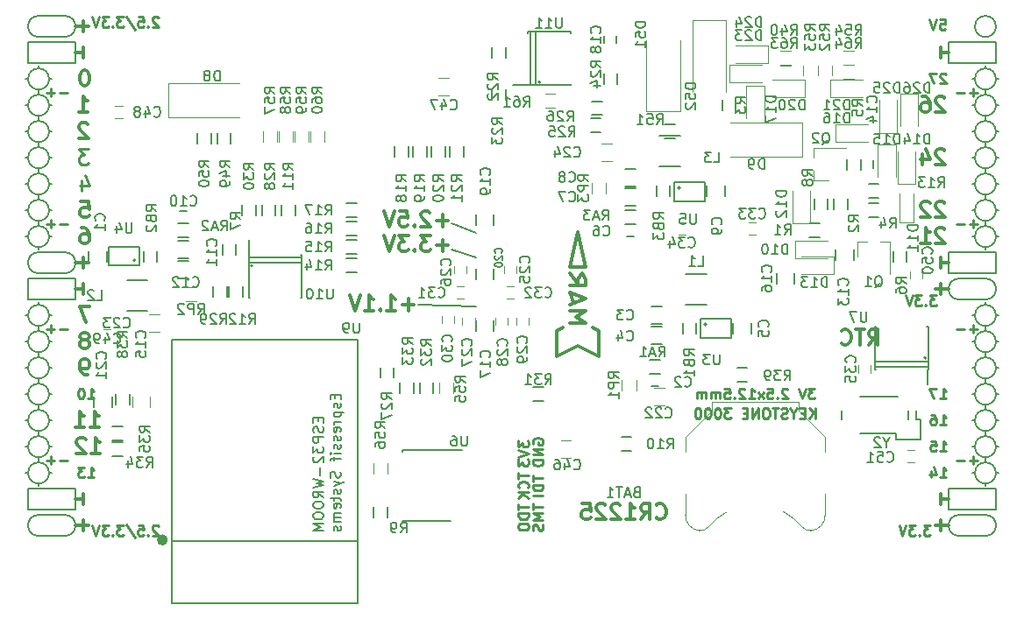
<source format=gbo>
G04 #@! TF.FileFunction,Legend,Bot*
%FSLAX46Y46*%
G04 Gerber Fmt 4.6, Leading zero omitted, Abs format (unit mm)*
G04 Created by KiCad (PCBNEW 4.0.7+dfsg1-1) date Thu Mar 29 21:21:21 2018*
%MOMM*%
%LPD*%
G01*
G04 APERTURE LIST*
%ADD10C,0.100000*%
%ADD11C,0.250000*%
%ADD12C,0.300000*%
%ADD13C,0.200000*%
%ADD14C,0.120000*%
%ADD15C,0.150000*%
%ADD16C,0.500000*%
G04 APERTURE END LIST*
D10*
D11*
X100132476Y-98702381D02*
X100703905Y-98702381D01*
X100418191Y-98702381D02*
X100418191Y-97702381D01*
X100513429Y-97845238D01*
X100608667Y-97940476D01*
X100703905Y-97988095D01*
X99513429Y-97702381D02*
X99418190Y-97702381D01*
X99322952Y-97750000D01*
X99275333Y-97797619D01*
X99227714Y-97892857D01*
X99180095Y-98083333D01*
X99180095Y-98321429D01*
X99227714Y-98511905D01*
X99275333Y-98607143D01*
X99322952Y-98654762D01*
X99418190Y-98702381D01*
X99513429Y-98702381D01*
X99608667Y-98654762D01*
X99656286Y-98607143D01*
X99703905Y-98511905D01*
X99751524Y-98321429D01*
X99751524Y-98083333D01*
X99703905Y-97892857D01*
X99656286Y-97797619D01*
X99608667Y-97750000D01*
X99513429Y-97702381D01*
D12*
X100481714Y-104008571D02*
X101338857Y-104008571D01*
X100910285Y-104008571D02*
X100910285Y-102508571D01*
X101053142Y-102722857D01*
X101196000Y-102865714D01*
X101338857Y-102937143D01*
X99910286Y-102651429D02*
X99838857Y-102580000D01*
X99696000Y-102508571D01*
X99338857Y-102508571D01*
X99196000Y-102580000D01*
X99124571Y-102651429D01*
X99053143Y-102794286D01*
X99053143Y-102937143D01*
X99124571Y-103151429D01*
X99981714Y-104008571D01*
X99053143Y-104008571D01*
X100354714Y-101468571D02*
X101211857Y-101468571D01*
X100783285Y-101468571D02*
X100783285Y-99968571D01*
X100926142Y-100182857D01*
X101069000Y-100325714D01*
X101211857Y-100397143D01*
X98926143Y-101468571D02*
X99783286Y-101468571D01*
X99354714Y-101468571D02*
X99354714Y-99968571D01*
X99497571Y-100182857D01*
X99640429Y-100325714D01*
X99783286Y-100397143D01*
X182872857Y-79791429D02*
X182801428Y-79720000D01*
X182658571Y-79648571D01*
X182301428Y-79648571D01*
X182158571Y-79720000D01*
X182087142Y-79791429D01*
X182015714Y-79934286D01*
X182015714Y-80077143D01*
X182087142Y-80291429D01*
X182944285Y-81148571D01*
X182015714Y-81148571D01*
X181444286Y-79791429D02*
X181372857Y-79720000D01*
X181230000Y-79648571D01*
X180872857Y-79648571D01*
X180730000Y-79720000D01*
X180658571Y-79791429D01*
X180587143Y-79934286D01*
X180587143Y-80077143D01*
X180658571Y-80291429D01*
X181515714Y-81148571D01*
X180587143Y-81148571D01*
X182872857Y-82331429D02*
X182801428Y-82260000D01*
X182658571Y-82188571D01*
X182301428Y-82188571D01*
X182158571Y-82260000D01*
X182087142Y-82331429D01*
X182015714Y-82474286D01*
X182015714Y-82617143D01*
X182087142Y-82831429D01*
X182944285Y-83688571D01*
X182015714Y-83688571D01*
X180587143Y-83688571D02*
X181444286Y-83688571D01*
X181015714Y-83688571D02*
X181015714Y-82188571D01*
X181158571Y-82402857D01*
X181301429Y-82545714D01*
X181444286Y-82617143D01*
D13*
X135248000Y-81740000D02*
X137661000Y-82629000D01*
X135248000Y-84280000D02*
X137661000Y-85042000D01*
X132073000Y-89614000D02*
X137661000Y-89741000D01*
D11*
X170323095Y-97702381D02*
X169704047Y-97702381D01*
X170037381Y-98083333D01*
X169894523Y-98083333D01*
X169799285Y-98130952D01*
X169751666Y-98178571D01*
X169704047Y-98273810D01*
X169704047Y-98511905D01*
X169751666Y-98607143D01*
X169799285Y-98654762D01*
X169894523Y-98702381D01*
X170180238Y-98702381D01*
X170275476Y-98654762D01*
X170323095Y-98607143D01*
X169418333Y-97702381D02*
X169085000Y-98702381D01*
X168751666Y-97702381D01*
X167704047Y-97797619D02*
X167656428Y-97750000D01*
X167561190Y-97702381D01*
X167323094Y-97702381D01*
X167227856Y-97750000D01*
X167180237Y-97797619D01*
X167132618Y-97892857D01*
X167132618Y-97988095D01*
X167180237Y-98130952D01*
X167751666Y-98702381D01*
X167132618Y-98702381D01*
X166704047Y-98607143D02*
X166656428Y-98654762D01*
X166704047Y-98702381D01*
X166751666Y-98654762D01*
X166704047Y-98607143D01*
X166704047Y-98702381D01*
X165751666Y-97702381D02*
X166227857Y-97702381D01*
X166275476Y-98178571D01*
X166227857Y-98130952D01*
X166132619Y-98083333D01*
X165894523Y-98083333D01*
X165799285Y-98130952D01*
X165751666Y-98178571D01*
X165704047Y-98273810D01*
X165704047Y-98511905D01*
X165751666Y-98607143D01*
X165799285Y-98654762D01*
X165894523Y-98702381D01*
X166132619Y-98702381D01*
X166227857Y-98654762D01*
X166275476Y-98607143D01*
X165370714Y-98702381D02*
X164846904Y-98035714D01*
X165370714Y-98035714D02*
X164846904Y-98702381D01*
X163942142Y-98702381D02*
X164513571Y-98702381D01*
X164227857Y-98702381D02*
X164227857Y-97702381D01*
X164323095Y-97845238D01*
X164418333Y-97940476D01*
X164513571Y-97988095D01*
X163561190Y-97797619D02*
X163513571Y-97750000D01*
X163418333Y-97702381D01*
X163180237Y-97702381D01*
X163084999Y-97750000D01*
X163037380Y-97797619D01*
X162989761Y-97892857D01*
X162989761Y-97988095D01*
X163037380Y-98130952D01*
X163608809Y-98702381D01*
X162989761Y-98702381D01*
X162561190Y-98607143D02*
X162513571Y-98654762D01*
X162561190Y-98702381D01*
X162608809Y-98654762D01*
X162561190Y-98607143D01*
X162561190Y-98702381D01*
X161608809Y-97702381D02*
X162085000Y-97702381D01*
X162132619Y-98178571D01*
X162085000Y-98130952D01*
X161989762Y-98083333D01*
X161751666Y-98083333D01*
X161656428Y-98130952D01*
X161608809Y-98178571D01*
X161561190Y-98273810D01*
X161561190Y-98511905D01*
X161608809Y-98607143D01*
X161656428Y-98654762D01*
X161751666Y-98702381D01*
X161989762Y-98702381D01*
X162085000Y-98654762D01*
X162132619Y-98607143D01*
X161132619Y-98702381D02*
X161132619Y-98035714D01*
X161132619Y-98130952D02*
X161085000Y-98083333D01*
X160989762Y-98035714D01*
X160846904Y-98035714D01*
X160751666Y-98083333D01*
X160704047Y-98178571D01*
X160704047Y-98702381D01*
X160704047Y-98178571D02*
X160656428Y-98083333D01*
X160561190Y-98035714D01*
X160418333Y-98035714D01*
X160323095Y-98083333D01*
X160275476Y-98178571D01*
X160275476Y-98702381D01*
X159799286Y-98702381D02*
X159799286Y-98035714D01*
X159799286Y-98130952D02*
X159751667Y-98083333D01*
X159656429Y-98035714D01*
X159513571Y-98035714D01*
X159418333Y-98083333D01*
X159370714Y-98178571D01*
X159370714Y-98702381D01*
X159370714Y-98178571D02*
X159323095Y-98083333D01*
X159227857Y-98035714D01*
X159085000Y-98035714D01*
X158989762Y-98083333D01*
X158942143Y-98178571D01*
X158942143Y-98702381D01*
D12*
X182492000Y-87582000D02*
X182492000Y-88598000D01*
X183254000Y-88090000D02*
X181984000Y-88090000D01*
X182492000Y-110442000D02*
X182492000Y-111458000D01*
X183254000Y-110950000D02*
X181984000Y-110950000D01*
X99688000Y-62182000D02*
X99688000Y-63198000D01*
X98926000Y-62690000D02*
X100196000Y-62690000D01*
X99688000Y-110442000D02*
X99688000Y-111458000D01*
X98926000Y-110950000D02*
X100196000Y-110950000D01*
X99688000Y-85042000D02*
X99688000Y-86058000D01*
X98926000Y-85550000D02*
X100196000Y-85550000D01*
D13*
X187826000Y-62690000D02*
G75*
G03X187826000Y-62690000I-1016000J0D01*
G01*
X184270000Y-87074000D02*
X186810000Y-87074000D01*
X184270000Y-89106000D02*
X186810000Y-89106000D01*
X184270000Y-87074000D02*
G75*
G03X184270000Y-89106000I0J-1016000D01*
G01*
X186810000Y-89106000D02*
G75*
G03X186810000Y-87074000I0J1016000D01*
G01*
X184270000Y-111966000D02*
X186810000Y-111966000D01*
X184270000Y-109934000D02*
X186810000Y-109934000D01*
X184270000Y-109934000D02*
G75*
G03X184270000Y-111966000I0J-1016000D01*
G01*
X186810000Y-111966000D02*
G75*
G03X186810000Y-109934000I0J1016000D01*
G01*
X97910000Y-63706000D02*
G75*
G03X97910000Y-61674000I0J1016000D01*
G01*
X95370000Y-61674000D02*
X97910000Y-61674000D01*
X95370000Y-63706000D02*
X97910000Y-63706000D01*
X95370000Y-61674000D02*
G75*
G03X95370000Y-63706000I0J-1016000D01*
G01*
X95370000Y-86566000D02*
X97910000Y-86566000D01*
X95370000Y-84534000D02*
X97910000Y-84534000D01*
X95370000Y-84534000D02*
G75*
G03X95370000Y-86566000I0J-1016000D01*
G01*
X97910000Y-86566000D02*
G75*
G03X97910000Y-84534000I0J1016000D01*
G01*
X95370000Y-111966000D02*
X97910000Y-111966000D01*
X95370000Y-109934000D02*
X97910000Y-109934000D01*
X95370000Y-109934000D02*
G75*
G03X95370000Y-111966000I0J-1016000D01*
G01*
X97910000Y-111966000D02*
G75*
G03X97910000Y-109934000I0J1016000D01*
G01*
X98926000Y-107394000D02*
X94354000Y-107394000D01*
X98926000Y-109426000D02*
X98926000Y-107394000D01*
X94354000Y-109426000D02*
X98926000Y-109426000D01*
X94354000Y-107394000D02*
X94354000Y-109426000D01*
X187826000Y-107394000D02*
X183254000Y-107394000D01*
X187826000Y-109426000D02*
X187826000Y-107394000D01*
X183254000Y-109426000D02*
X187826000Y-109426000D01*
X183254000Y-107394000D02*
X183254000Y-109426000D01*
X187826000Y-84534000D02*
X183254000Y-84534000D01*
X187826000Y-86566000D02*
X187826000Y-84534000D01*
X183254000Y-86566000D02*
X187826000Y-86566000D01*
X183254000Y-84534000D02*
X183254000Y-86566000D01*
X187826000Y-64214000D02*
X183254000Y-64214000D01*
X187826000Y-66246000D02*
X187826000Y-64214000D01*
X183254000Y-66246000D02*
X187826000Y-66246000D01*
X183254000Y-64214000D02*
X183254000Y-66246000D01*
X98926000Y-64214000D02*
X94354000Y-64214000D01*
X98926000Y-66246000D02*
X98926000Y-64214000D01*
X94354000Y-66246000D02*
X98926000Y-66246000D01*
X94354000Y-64214000D02*
X94354000Y-66246000D01*
X98926000Y-87074000D02*
X94354000Y-87074000D01*
X98926000Y-89106000D02*
X98926000Y-87074000D01*
X94354000Y-89106000D02*
X98926000Y-89106000D01*
X94354000Y-87074000D02*
X94354000Y-89106000D01*
D12*
X182872857Y-74711429D02*
X182801428Y-74640000D01*
X182658571Y-74568571D01*
X182301428Y-74568571D01*
X182158571Y-74640000D01*
X182087142Y-74711429D01*
X182015714Y-74854286D01*
X182015714Y-74997143D01*
X182087142Y-75211429D01*
X182944285Y-76068571D01*
X182015714Y-76068571D01*
X180730000Y-75068571D02*
X180730000Y-76068571D01*
X181087143Y-74497143D02*
X181444286Y-75568571D01*
X180515714Y-75568571D01*
D11*
X186032000Y-91971429D02*
X185270095Y-91971429D01*
X185651047Y-92352381D02*
X185651047Y-91590476D01*
X184793905Y-91971429D02*
X184032000Y-91971429D01*
X186032000Y-69111429D02*
X185270095Y-69111429D01*
X185651047Y-69492381D02*
X185651047Y-68730476D01*
X184793905Y-69111429D02*
X184032000Y-69111429D01*
X186032000Y-81811429D02*
X185270095Y-81811429D01*
X185651047Y-82192381D02*
X185651047Y-81430476D01*
X184793905Y-81811429D02*
X184032000Y-81811429D01*
X186032000Y-104671429D02*
X185270095Y-104671429D01*
X185651047Y-105052381D02*
X185651047Y-104290476D01*
X184793905Y-104671429D02*
X184032000Y-104671429D01*
X98148000Y-104671429D02*
X97386095Y-104671429D01*
X96909905Y-104671429D02*
X96148000Y-104671429D01*
X96528952Y-105052381D02*
X96528952Y-104290476D01*
X98148000Y-91971429D02*
X97386095Y-91971429D01*
X96909905Y-91971429D02*
X96148000Y-91971429D01*
X96528952Y-92352381D02*
X96528952Y-91590476D01*
X98148000Y-81811429D02*
X97386095Y-81811429D01*
X96909905Y-81811429D02*
X96148000Y-81811429D01*
X96528952Y-82192381D02*
X96528952Y-81430476D01*
X98148000Y-69111429D02*
X97386095Y-69111429D01*
X96909905Y-69111429D02*
X96148000Y-69111429D01*
X96528952Y-69492381D02*
X96528952Y-68730476D01*
D12*
X182492000Y-107902000D02*
X182492000Y-108918000D01*
X183254000Y-108410000D02*
X182492000Y-108410000D01*
D13*
X95370000Y-96726000D02*
X95370000Y-97234000D01*
X96386000Y-95710000D02*
X96640000Y-95710000D01*
X94354000Y-95710000D02*
X94100000Y-95710000D01*
X187826000Y-98250000D02*
X188080000Y-98250000D01*
X187826000Y-83010000D02*
X188080000Y-83010000D01*
X95370000Y-107140000D02*
X95370000Y-106886000D01*
X96386000Y-105870000D02*
X96640000Y-105870000D01*
X94354000Y-105870000D02*
X94100000Y-105870000D01*
X94354000Y-103330000D02*
X94100000Y-103330000D01*
X95370000Y-104346000D02*
X95370000Y-104854000D01*
X96386000Y-103330000D02*
X96640000Y-103330000D01*
X94354000Y-100790000D02*
X94100000Y-100790000D01*
X95370000Y-102314000D02*
X95370000Y-101806000D01*
X96386000Y-100790000D02*
X96640000Y-100790000D01*
X95370000Y-99266000D02*
X95370000Y-99774000D01*
X94354000Y-98250000D02*
X94100000Y-98250000D01*
X96386000Y-98250000D02*
X96640000Y-98250000D01*
X95370000Y-94186000D02*
X95370000Y-94694000D01*
X96386000Y-93170000D02*
X96640000Y-93170000D01*
X94354000Y-93170000D02*
X94100000Y-93170000D01*
X94354000Y-90630000D02*
X94100000Y-90630000D01*
X95370000Y-91646000D02*
X95370000Y-92154000D01*
X96640000Y-90630000D02*
X96386000Y-90630000D01*
X95370000Y-89360000D02*
X95370000Y-89614000D01*
X94354000Y-83010000D02*
X94100000Y-83010000D01*
X95370000Y-84280000D02*
X95370000Y-84026000D01*
X96386000Y-83010000D02*
X96640000Y-83010000D01*
X95370000Y-81486000D02*
X95370000Y-81994000D01*
X94354000Y-80470000D02*
X94100000Y-80470000D01*
X96640000Y-80470000D02*
X96386000Y-80470000D01*
X95370000Y-78946000D02*
X95370000Y-79454000D01*
X96386000Y-77930000D02*
X96640000Y-77930000D01*
X94354000Y-77930000D02*
X94100000Y-77930000D01*
X95370000Y-76406000D02*
X95370000Y-76914000D01*
X94354000Y-75390000D02*
X94100000Y-75390000D01*
X96386000Y-75390000D02*
X96640000Y-75390000D01*
X95370000Y-73866000D02*
X95370000Y-74374000D01*
X96386000Y-72850000D02*
X96640000Y-72850000D01*
X94100000Y-72850000D02*
X94354000Y-72850000D01*
X94354000Y-70310000D02*
X94100000Y-70310000D01*
X96640000Y-70310000D02*
X96386000Y-70310000D01*
X95370000Y-71326000D02*
X95370000Y-71834000D01*
X95370000Y-68786000D02*
X95370000Y-69294000D01*
X96386000Y-67770000D02*
X96640000Y-67770000D01*
X94354000Y-67770000D02*
X94100000Y-67770000D01*
X95370000Y-66500000D02*
X95370000Y-66754000D01*
X187826000Y-105870000D02*
X188080000Y-105870000D01*
X186810000Y-107140000D02*
X186810000Y-106886000D01*
X185540000Y-105870000D02*
X185794000Y-105870000D01*
X186810000Y-104346000D02*
X186810000Y-104854000D01*
X187826000Y-103330000D02*
X188080000Y-103330000D01*
X185540000Y-103330000D02*
X185794000Y-103330000D01*
X186810000Y-101806000D02*
X186810000Y-102314000D01*
X187826000Y-100790000D02*
X188080000Y-100790000D01*
X185540000Y-100790000D02*
X185794000Y-100790000D01*
X186810000Y-99266000D02*
X186810000Y-99774000D01*
X185540000Y-98250000D02*
X185794000Y-98250000D01*
X186810000Y-97234000D02*
X186810000Y-96726000D01*
X187826000Y-95710000D02*
X188080000Y-95710000D01*
X185540000Y-95710000D02*
X185794000Y-95710000D01*
X186810000Y-94694000D02*
X186810000Y-94186000D01*
X187826000Y-93170000D02*
X188080000Y-93170000D01*
X185540000Y-93170000D02*
X185794000Y-93170000D01*
X186810000Y-92154000D02*
X186810000Y-91646000D01*
X187826000Y-90630000D02*
X188080000Y-90630000D01*
X185540000Y-90630000D02*
X185794000Y-90630000D01*
X186810000Y-89360000D02*
X186810000Y-89614000D01*
X186810000Y-84280000D02*
X186810000Y-84026000D01*
X185540000Y-83010000D02*
X185794000Y-83010000D01*
X186810000Y-81994000D02*
X186810000Y-81486000D01*
X185794000Y-80470000D02*
X185540000Y-80470000D01*
X187826000Y-80470000D02*
X188080000Y-80470000D01*
X186810000Y-78946000D02*
X186810000Y-79454000D01*
X185794000Y-77930000D02*
X185540000Y-77930000D01*
X187826000Y-77930000D02*
X188080000Y-77930000D01*
X186810000Y-76406000D02*
X186810000Y-76914000D01*
X186810000Y-73866000D02*
X186810000Y-74374000D01*
X185794000Y-75390000D02*
X185540000Y-75390000D01*
X187826000Y-75390000D02*
X188080000Y-75390000D01*
X187826000Y-72850000D02*
X188080000Y-72850000D01*
X185540000Y-72850000D02*
X185794000Y-72850000D01*
X186810000Y-71834000D02*
X186810000Y-71326000D01*
X187826000Y-70310000D02*
X188080000Y-70310000D01*
X185540000Y-70310000D02*
X185794000Y-70310000D01*
X187826000Y-67770000D02*
X188080000Y-67770000D01*
X186810000Y-68786000D02*
X186810000Y-69294000D01*
X185540000Y-67770000D02*
X185794000Y-67770000D01*
X186810000Y-66500000D02*
X186810000Y-66754000D01*
X187826000Y-67770000D02*
G75*
G03X187826000Y-67770000I-1016000J0D01*
G01*
X187826000Y-70310000D02*
G75*
G03X187826000Y-70310000I-1016000J0D01*
G01*
X187826000Y-72850000D02*
G75*
G03X187826000Y-72850000I-1016000J0D01*
G01*
X187826000Y-75390000D02*
G75*
G03X187826000Y-75390000I-1016000J0D01*
G01*
X187826000Y-77930000D02*
G75*
G03X187826000Y-77930000I-1016000J0D01*
G01*
X187826000Y-80470000D02*
G75*
G03X187826000Y-80470000I-1016000J0D01*
G01*
X187826000Y-83010000D02*
G75*
G03X187826000Y-83010000I-1016000J0D01*
G01*
X187826000Y-90630000D02*
G75*
G03X187826000Y-90630000I-1016000J0D01*
G01*
X187826000Y-93170000D02*
G75*
G03X187826000Y-93170000I-1016000J0D01*
G01*
X187826000Y-95710000D02*
G75*
G03X187826000Y-95710000I-1016000J0D01*
G01*
X187826000Y-98250000D02*
G75*
G03X187826000Y-98250000I-1016000J0D01*
G01*
X187826000Y-100790000D02*
G75*
G03X187826000Y-100790000I-1016000J0D01*
G01*
X187826000Y-103330000D02*
G75*
G03X187826000Y-103330000I-1016000J0D01*
G01*
X187826000Y-105870000D02*
G75*
G03X187826000Y-105870000I-1016000J0D01*
G01*
X96386000Y-105870000D02*
G75*
G03X96386000Y-105870000I-1016000J0D01*
G01*
X96386000Y-103330000D02*
G75*
G03X96386000Y-103330000I-1016000J0D01*
G01*
X96386000Y-100790000D02*
G75*
G03X96386000Y-100790000I-1016000J0D01*
G01*
X96386000Y-98250000D02*
G75*
G03X96386000Y-98250000I-1016000J0D01*
G01*
X96386000Y-95710000D02*
G75*
G03X96386000Y-95710000I-1016000J0D01*
G01*
X96386000Y-93170000D02*
G75*
G03X96386000Y-93170000I-1016000J0D01*
G01*
X96386000Y-90630000D02*
G75*
G03X96386000Y-90630000I-1016000J0D01*
G01*
X96386000Y-83010000D02*
G75*
G03X96386000Y-83010000I-1016000J0D01*
G01*
X96386000Y-80470000D02*
G75*
G03X96386000Y-80470000I-1016000J0D01*
G01*
X96386000Y-77930000D02*
G75*
G03X96386000Y-77930000I-1016000J0D01*
G01*
X96386000Y-75390000D02*
G75*
G03X96386000Y-75390000I-1016000J0D01*
G01*
X96386000Y-72850000D02*
G75*
G03X96386000Y-72850000I-1016000J0D01*
G01*
X96386000Y-70310000D02*
G75*
G03X96386000Y-70310000I-1016000J0D01*
G01*
X96386000Y-67770000D02*
G75*
G03X96386000Y-67770000I-1016000J0D01*
G01*
D11*
X182428476Y-62015381D02*
X182904667Y-62015381D01*
X182952286Y-62491571D01*
X182904667Y-62443952D01*
X182809429Y-62396333D01*
X182571333Y-62396333D01*
X182476095Y-62443952D01*
X182428476Y-62491571D01*
X182380857Y-62586810D01*
X182380857Y-62824905D01*
X182428476Y-62920143D01*
X182476095Y-62967762D01*
X182571333Y-63015381D01*
X182809429Y-63015381D01*
X182904667Y-62967762D01*
X182952286Y-62920143D01*
X182095143Y-62015381D02*
X181761810Y-63015381D01*
X181428476Y-62015381D01*
D12*
X182492000Y-64722000D02*
X182492000Y-65738000D01*
X183254000Y-65230000D02*
X182492000Y-65230000D01*
D11*
X182999905Y-67317619D02*
X182952286Y-67270000D01*
X182857048Y-67222381D01*
X182618952Y-67222381D01*
X182523714Y-67270000D01*
X182476095Y-67317619D01*
X182428476Y-67412857D01*
X182428476Y-67508095D01*
X182476095Y-67650952D01*
X183047524Y-68222381D01*
X182428476Y-68222381D01*
X182095143Y-67222381D02*
X181428476Y-67222381D01*
X181857048Y-68222381D01*
D12*
X182872857Y-69631429D02*
X182801428Y-69560000D01*
X182658571Y-69488571D01*
X182301428Y-69488571D01*
X182158571Y-69560000D01*
X182087142Y-69631429D01*
X182015714Y-69774286D01*
X182015714Y-69917143D01*
X182087142Y-70131429D01*
X182944285Y-70988571D01*
X182015714Y-70988571D01*
X180730000Y-69488571D02*
X181015714Y-69488571D01*
X181158571Y-69560000D01*
X181230000Y-69631429D01*
X181372857Y-69845714D01*
X181444286Y-70131429D01*
X181444286Y-70702857D01*
X181372857Y-70845714D01*
X181301429Y-70917143D01*
X181158571Y-70988571D01*
X180872857Y-70988571D01*
X180730000Y-70917143D01*
X180658571Y-70845714D01*
X180587143Y-70702857D01*
X180587143Y-70345714D01*
X180658571Y-70202857D01*
X180730000Y-70131429D01*
X180872857Y-70060000D01*
X181158571Y-70060000D01*
X181301429Y-70131429D01*
X181372857Y-70202857D01*
X181444286Y-70345714D01*
X182492000Y-85042000D02*
X182492000Y-86058000D01*
X183254000Y-85550000D02*
X182492000Y-85550000D01*
D11*
X182078190Y-88703381D02*
X181459142Y-88703381D01*
X181792476Y-89084333D01*
X181649618Y-89084333D01*
X181554380Y-89131952D01*
X181506761Y-89179571D01*
X181459142Y-89274810D01*
X181459142Y-89512905D01*
X181506761Y-89608143D01*
X181554380Y-89655762D01*
X181649618Y-89703381D01*
X181935333Y-89703381D01*
X182030571Y-89655762D01*
X182078190Y-89608143D01*
X181030571Y-89608143D02*
X180982952Y-89655762D01*
X181030571Y-89703381D01*
X181078190Y-89655762D01*
X181030571Y-89608143D01*
X181030571Y-89703381D01*
X180649619Y-88703381D02*
X180030571Y-88703381D01*
X180363905Y-89084333D01*
X180221047Y-89084333D01*
X180125809Y-89131952D01*
X180078190Y-89179571D01*
X180030571Y-89274810D01*
X180030571Y-89512905D01*
X180078190Y-89608143D01*
X180125809Y-89655762D01*
X180221047Y-89703381D01*
X180506762Y-89703381D01*
X180602000Y-89655762D01*
X180649619Y-89608143D01*
X179744857Y-88703381D02*
X179411524Y-89703381D01*
X179078190Y-88703381D01*
X182428476Y-98702381D02*
X182999905Y-98702381D01*
X182714191Y-98702381D02*
X182714191Y-97702381D01*
X182809429Y-97845238D01*
X182904667Y-97940476D01*
X182999905Y-97988095D01*
X182095143Y-97702381D02*
X181428476Y-97702381D01*
X181857048Y-98702381D01*
X182428476Y-101242381D02*
X182999905Y-101242381D01*
X182714191Y-101242381D02*
X182714191Y-100242381D01*
X182809429Y-100385238D01*
X182904667Y-100480476D01*
X182999905Y-100528095D01*
X181571333Y-100242381D02*
X181761810Y-100242381D01*
X181857048Y-100290000D01*
X181904667Y-100337619D01*
X181999905Y-100480476D01*
X182047524Y-100670952D01*
X182047524Y-101051905D01*
X181999905Y-101147143D01*
X181952286Y-101194762D01*
X181857048Y-101242381D01*
X181666571Y-101242381D01*
X181571333Y-101194762D01*
X181523714Y-101147143D01*
X181476095Y-101051905D01*
X181476095Y-100813810D01*
X181523714Y-100718571D01*
X181571333Y-100670952D01*
X181666571Y-100623333D01*
X181857048Y-100623333D01*
X181952286Y-100670952D01*
X181999905Y-100718571D01*
X182047524Y-100813810D01*
X182428476Y-103782381D02*
X182999905Y-103782381D01*
X182714191Y-103782381D02*
X182714191Y-102782381D01*
X182809429Y-102925238D01*
X182904667Y-103020476D01*
X182999905Y-103068095D01*
X181523714Y-102782381D02*
X181999905Y-102782381D01*
X182047524Y-103258571D01*
X181999905Y-103210952D01*
X181904667Y-103163333D01*
X181666571Y-103163333D01*
X181571333Y-103210952D01*
X181523714Y-103258571D01*
X181476095Y-103353810D01*
X181476095Y-103591905D01*
X181523714Y-103687143D01*
X181571333Y-103734762D01*
X181666571Y-103782381D01*
X181904667Y-103782381D01*
X181999905Y-103734762D01*
X182047524Y-103687143D01*
X182428476Y-106322381D02*
X182999905Y-106322381D01*
X182714191Y-106322381D02*
X182714191Y-105322381D01*
X182809429Y-105465238D01*
X182904667Y-105560476D01*
X182999905Y-105608095D01*
X181571333Y-105655714D02*
X181571333Y-106322381D01*
X181809429Y-105274762D02*
X182047524Y-105989048D01*
X181428476Y-105989048D01*
X181475143Y-110928381D02*
X180856095Y-110928381D01*
X181189429Y-111309333D01*
X181046571Y-111309333D01*
X180951333Y-111356952D01*
X180903714Y-111404571D01*
X180856095Y-111499810D01*
X180856095Y-111737905D01*
X180903714Y-111833143D01*
X180951333Y-111880762D01*
X181046571Y-111928381D01*
X181332286Y-111928381D01*
X181427524Y-111880762D01*
X181475143Y-111833143D01*
X180427524Y-111833143D02*
X180379905Y-111880762D01*
X180427524Y-111928381D01*
X180475143Y-111880762D01*
X180427524Y-111833143D01*
X180427524Y-111928381D01*
X180046572Y-110928381D02*
X179427524Y-110928381D01*
X179760858Y-111309333D01*
X179618000Y-111309333D01*
X179522762Y-111356952D01*
X179475143Y-111404571D01*
X179427524Y-111499810D01*
X179427524Y-111737905D01*
X179475143Y-111833143D01*
X179522762Y-111880762D01*
X179618000Y-111928381D01*
X179903715Y-111928381D01*
X179998953Y-111880762D01*
X180046572Y-111833143D01*
X179141810Y-110928381D02*
X178808477Y-111928381D01*
X178475143Y-110928381D01*
D12*
X99688000Y-108918000D02*
X99688000Y-107902000D01*
X98926000Y-108410000D02*
X99688000Y-108410000D01*
X99688000Y-88598000D02*
X99688000Y-87582000D01*
X98926000Y-88090000D02*
X99688000Y-88090000D01*
X99688000Y-64722000D02*
X99688000Y-65738000D01*
X98926000Y-65230000D02*
X99688000Y-65230000D01*
D11*
X106941190Y-111023619D02*
X106893571Y-110976000D01*
X106798333Y-110928381D01*
X106560237Y-110928381D01*
X106464999Y-110976000D01*
X106417380Y-111023619D01*
X106369761Y-111118857D01*
X106369761Y-111214095D01*
X106417380Y-111356952D01*
X106988809Y-111928381D01*
X106369761Y-111928381D01*
X105941190Y-111833143D02*
X105893571Y-111880762D01*
X105941190Y-111928381D01*
X105988809Y-111880762D01*
X105941190Y-111833143D01*
X105941190Y-111928381D01*
X104988809Y-110928381D02*
X105465000Y-110928381D01*
X105512619Y-111404571D01*
X105465000Y-111356952D01*
X105369762Y-111309333D01*
X105131666Y-111309333D01*
X105036428Y-111356952D01*
X104988809Y-111404571D01*
X104941190Y-111499810D01*
X104941190Y-111737905D01*
X104988809Y-111833143D01*
X105036428Y-111880762D01*
X105131666Y-111928381D01*
X105369762Y-111928381D01*
X105465000Y-111880762D01*
X105512619Y-111833143D01*
X103798333Y-110880762D02*
X104655476Y-112166476D01*
X103560238Y-110928381D02*
X102941190Y-110928381D01*
X103274524Y-111309333D01*
X103131666Y-111309333D01*
X103036428Y-111356952D01*
X102988809Y-111404571D01*
X102941190Y-111499810D01*
X102941190Y-111737905D01*
X102988809Y-111833143D01*
X103036428Y-111880762D01*
X103131666Y-111928381D01*
X103417381Y-111928381D01*
X103512619Y-111880762D01*
X103560238Y-111833143D01*
X102512619Y-111833143D02*
X102465000Y-111880762D01*
X102512619Y-111928381D01*
X102560238Y-111880762D01*
X102512619Y-111833143D01*
X102512619Y-111928381D01*
X102131667Y-110928381D02*
X101512619Y-110928381D01*
X101845953Y-111309333D01*
X101703095Y-111309333D01*
X101607857Y-111356952D01*
X101560238Y-111404571D01*
X101512619Y-111499810D01*
X101512619Y-111737905D01*
X101560238Y-111833143D01*
X101607857Y-111880762D01*
X101703095Y-111928381D01*
X101988810Y-111928381D01*
X102084048Y-111880762D01*
X102131667Y-111833143D01*
X101226905Y-110928381D02*
X100893572Y-111928381D01*
X100560238Y-110928381D01*
X100132476Y-106322381D02*
X100703905Y-106322381D01*
X100418191Y-106322381D02*
X100418191Y-105322381D01*
X100513429Y-105465238D01*
X100608667Y-105560476D01*
X100703905Y-105608095D01*
X99799143Y-105322381D02*
X99180095Y-105322381D01*
X99513429Y-105703333D01*
X99370571Y-105703333D01*
X99275333Y-105750952D01*
X99227714Y-105798571D01*
X99180095Y-105893810D01*
X99180095Y-106131905D01*
X99227714Y-106227143D01*
X99275333Y-106274762D01*
X99370571Y-106322381D01*
X99656286Y-106322381D01*
X99751524Y-106274762D01*
X99799143Y-106227143D01*
D12*
X100100714Y-96388571D02*
X99814999Y-96388571D01*
X99672142Y-96317143D01*
X99600714Y-96245714D01*
X99457856Y-96031429D01*
X99386428Y-95745714D01*
X99386428Y-95174286D01*
X99457856Y-95031429D01*
X99529285Y-94960000D01*
X99672142Y-94888571D01*
X99957856Y-94888571D01*
X100100714Y-94960000D01*
X100172142Y-95031429D01*
X100243571Y-95174286D01*
X100243571Y-95531429D01*
X100172142Y-95674286D01*
X100100714Y-95745714D01*
X99957856Y-95817143D01*
X99672142Y-95817143D01*
X99529285Y-95745714D01*
X99457856Y-95674286D01*
X99386428Y-95531429D01*
X99957856Y-92991429D02*
X100100714Y-92920000D01*
X100172142Y-92848571D01*
X100243571Y-92705714D01*
X100243571Y-92634286D01*
X100172142Y-92491429D01*
X100100714Y-92420000D01*
X99957856Y-92348571D01*
X99672142Y-92348571D01*
X99529285Y-92420000D01*
X99457856Y-92491429D01*
X99386428Y-92634286D01*
X99386428Y-92705714D01*
X99457856Y-92848571D01*
X99529285Y-92920000D01*
X99672142Y-92991429D01*
X99957856Y-92991429D01*
X100100714Y-93062857D01*
X100172142Y-93134286D01*
X100243571Y-93277143D01*
X100243571Y-93562857D01*
X100172142Y-93705714D01*
X100100714Y-93777143D01*
X99957856Y-93848571D01*
X99672142Y-93848571D01*
X99529285Y-93777143D01*
X99457856Y-93705714D01*
X99386428Y-93562857D01*
X99386428Y-93277143D01*
X99457856Y-93134286D01*
X99529285Y-93062857D01*
X99672142Y-92991429D01*
X100314999Y-89808571D02*
X99314999Y-89808571D01*
X99957856Y-91308571D01*
X99529285Y-82188571D02*
X99814999Y-82188571D01*
X99957856Y-82260000D01*
X100029285Y-82331429D01*
X100172142Y-82545714D01*
X100243571Y-82831429D01*
X100243571Y-83402857D01*
X100172142Y-83545714D01*
X100100714Y-83617143D01*
X99957856Y-83688571D01*
X99672142Y-83688571D01*
X99529285Y-83617143D01*
X99457856Y-83545714D01*
X99386428Y-83402857D01*
X99386428Y-83045714D01*
X99457856Y-82902857D01*
X99529285Y-82831429D01*
X99672142Y-82760000D01*
X99957856Y-82760000D01*
X100100714Y-82831429D01*
X100172142Y-82902857D01*
X100243571Y-83045714D01*
X99457856Y-79648571D02*
X100172142Y-79648571D01*
X100243571Y-80362857D01*
X100172142Y-80291429D01*
X100029285Y-80220000D01*
X99672142Y-80220000D01*
X99529285Y-80291429D01*
X99457856Y-80362857D01*
X99386428Y-80505714D01*
X99386428Y-80862857D01*
X99457856Y-81005714D01*
X99529285Y-81077143D01*
X99672142Y-81148571D01*
X100029285Y-81148571D01*
X100172142Y-81077143D01*
X100243571Y-81005714D01*
D11*
X99529285Y-77608571D02*
X99529285Y-78608571D01*
X99886428Y-77037143D02*
X100243571Y-78108571D01*
X99314999Y-78108571D01*
X100187999Y-74568571D02*
X99259428Y-74568571D01*
X99759428Y-75140000D01*
X99545142Y-75140000D01*
X99402285Y-75211429D01*
X99330856Y-75282857D01*
X99259428Y-75425714D01*
X99259428Y-75782857D01*
X99330856Y-75925714D01*
X99402285Y-75997143D01*
X99545142Y-76068571D01*
X99973714Y-76068571D01*
X100116571Y-75997143D01*
X100187999Y-75925714D01*
D12*
X100116571Y-72171429D02*
X100045142Y-72100000D01*
X99902285Y-72028571D01*
X99545142Y-72028571D01*
X99402285Y-72100000D01*
X99330856Y-72171429D01*
X99259428Y-72314286D01*
X99259428Y-72457143D01*
X99330856Y-72671429D01*
X100187999Y-73528571D01*
X99259428Y-73528571D01*
X99259428Y-70988571D02*
X100116571Y-70988571D01*
X99687999Y-70988571D02*
X99687999Y-69488571D01*
X99830856Y-69702857D01*
X99973714Y-69845714D01*
X100116571Y-69917143D01*
X99886428Y-66948571D02*
X99743571Y-66948571D01*
X99600714Y-67020000D01*
X99529285Y-67091429D01*
X99457856Y-67234286D01*
X99386428Y-67520000D01*
X99386428Y-67877143D01*
X99457856Y-68162857D01*
X99529285Y-68305714D01*
X99600714Y-68377143D01*
X99743571Y-68448571D01*
X99886428Y-68448571D01*
X100029285Y-68377143D01*
X100100714Y-68305714D01*
X100172142Y-68162857D01*
X100243571Y-67877143D01*
X100243571Y-67520000D01*
X100172142Y-67234286D01*
X100100714Y-67091429D01*
X100029285Y-67020000D01*
X99886428Y-66948571D01*
D11*
X106941190Y-61874619D02*
X106893571Y-61827000D01*
X106798333Y-61779381D01*
X106560237Y-61779381D01*
X106464999Y-61827000D01*
X106417380Y-61874619D01*
X106369761Y-61969857D01*
X106369761Y-62065095D01*
X106417380Y-62207952D01*
X106988809Y-62779381D01*
X106369761Y-62779381D01*
X105941190Y-62684143D02*
X105893571Y-62731762D01*
X105941190Y-62779381D01*
X105988809Y-62731762D01*
X105941190Y-62684143D01*
X105941190Y-62779381D01*
X104988809Y-61779381D02*
X105465000Y-61779381D01*
X105512619Y-62255571D01*
X105465000Y-62207952D01*
X105369762Y-62160333D01*
X105131666Y-62160333D01*
X105036428Y-62207952D01*
X104988809Y-62255571D01*
X104941190Y-62350810D01*
X104941190Y-62588905D01*
X104988809Y-62684143D01*
X105036428Y-62731762D01*
X105131666Y-62779381D01*
X105369762Y-62779381D01*
X105465000Y-62731762D01*
X105512619Y-62684143D01*
X103798333Y-61731762D02*
X104655476Y-63017476D01*
X103560238Y-61779381D02*
X102941190Y-61779381D01*
X103274524Y-62160333D01*
X103131666Y-62160333D01*
X103036428Y-62207952D01*
X102988809Y-62255571D01*
X102941190Y-62350810D01*
X102941190Y-62588905D01*
X102988809Y-62684143D01*
X103036428Y-62731762D01*
X103131666Y-62779381D01*
X103417381Y-62779381D01*
X103512619Y-62731762D01*
X103560238Y-62684143D01*
X102512619Y-62684143D02*
X102465000Y-62731762D01*
X102512619Y-62779381D01*
X102560238Y-62731762D01*
X102512619Y-62684143D01*
X102512619Y-62779381D01*
X102131667Y-61779381D02*
X101512619Y-61779381D01*
X101845953Y-62160333D01*
X101703095Y-62160333D01*
X101607857Y-62207952D01*
X101560238Y-62255571D01*
X101512619Y-62350810D01*
X101512619Y-62588905D01*
X101560238Y-62684143D01*
X101607857Y-62731762D01*
X101703095Y-62779381D01*
X101988810Y-62779381D01*
X102084048Y-62731762D01*
X102131667Y-62684143D01*
X101226905Y-61779381D02*
X100893572Y-62779381D01*
X100560238Y-61779381D01*
X170370715Y-100607381D02*
X170370715Y-99607381D01*
X169799286Y-100607381D02*
X170227858Y-100035952D01*
X169799286Y-99607381D02*
X170370715Y-100178810D01*
X169370715Y-100083571D02*
X169037381Y-100083571D01*
X168894524Y-100607381D02*
X169370715Y-100607381D01*
X169370715Y-99607381D01*
X168894524Y-99607381D01*
X168275477Y-100131190D02*
X168275477Y-100607381D01*
X168608810Y-99607381D02*
X168275477Y-100131190D01*
X167942143Y-99607381D01*
X167656429Y-100559762D02*
X167513572Y-100607381D01*
X167275476Y-100607381D01*
X167180238Y-100559762D01*
X167132619Y-100512143D01*
X167085000Y-100416905D01*
X167085000Y-100321667D01*
X167132619Y-100226429D01*
X167180238Y-100178810D01*
X167275476Y-100131190D01*
X167465953Y-100083571D01*
X167561191Y-100035952D01*
X167608810Y-99988333D01*
X167656429Y-99893095D01*
X167656429Y-99797857D01*
X167608810Y-99702619D01*
X167561191Y-99655000D01*
X167465953Y-99607381D01*
X167227857Y-99607381D01*
X167085000Y-99655000D01*
X166799286Y-99607381D02*
X166227857Y-99607381D01*
X166513572Y-100607381D02*
X166513572Y-99607381D01*
X165704048Y-99607381D02*
X165513571Y-99607381D01*
X165418333Y-99655000D01*
X165323095Y-99750238D01*
X165275476Y-99940714D01*
X165275476Y-100274048D01*
X165323095Y-100464524D01*
X165418333Y-100559762D01*
X165513571Y-100607381D01*
X165704048Y-100607381D01*
X165799286Y-100559762D01*
X165894524Y-100464524D01*
X165942143Y-100274048D01*
X165942143Y-99940714D01*
X165894524Y-99750238D01*
X165799286Y-99655000D01*
X165704048Y-99607381D01*
X164846905Y-100607381D02*
X164846905Y-99607381D01*
X164275476Y-100607381D01*
X164275476Y-99607381D01*
X163799286Y-100083571D02*
X163465952Y-100083571D01*
X163323095Y-100607381D02*
X163799286Y-100607381D01*
X163799286Y-99607381D01*
X163323095Y-99607381D01*
X162227857Y-99607381D02*
X161608809Y-99607381D01*
X161942143Y-99988333D01*
X161799285Y-99988333D01*
X161704047Y-100035952D01*
X161656428Y-100083571D01*
X161608809Y-100178810D01*
X161608809Y-100416905D01*
X161656428Y-100512143D01*
X161704047Y-100559762D01*
X161799285Y-100607381D01*
X162085000Y-100607381D01*
X162180238Y-100559762D01*
X162227857Y-100512143D01*
X160989762Y-99607381D02*
X160894523Y-99607381D01*
X160799285Y-99655000D01*
X160751666Y-99702619D01*
X160704047Y-99797857D01*
X160656428Y-99988333D01*
X160656428Y-100226429D01*
X160704047Y-100416905D01*
X160751666Y-100512143D01*
X160799285Y-100559762D01*
X160894523Y-100607381D01*
X160989762Y-100607381D01*
X161085000Y-100559762D01*
X161132619Y-100512143D01*
X161180238Y-100416905D01*
X161227857Y-100226429D01*
X161227857Y-99988333D01*
X161180238Y-99797857D01*
X161132619Y-99702619D01*
X161085000Y-99655000D01*
X160989762Y-99607381D01*
X160037381Y-99607381D02*
X159942142Y-99607381D01*
X159846904Y-99655000D01*
X159799285Y-99702619D01*
X159751666Y-99797857D01*
X159704047Y-99988333D01*
X159704047Y-100226429D01*
X159751666Y-100416905D01*
X159799285Y-100512143D01*
X159846904Y-100559762D01*
X159942142Y-100607381D01*
X160037381Y-100607381D01*
X160132619Y-100559762D01*
X160180238Y-100512143D01*
X160227857Y-100416905D01*
X160275476Y-100226429D01*
X160275476Y-99988333D01*
X160227857Y-99797857D01*
X160180238Y-99702619D01*
X160132619Y-99655000D01*
X160037381Y-99607381D01*
X159085000Y-99607381D02*
X158989761Y-99607381D01*
X158894523Y-99655000D01*
X158846904Y-99702619D01*
X158799285Y-99797857D01*
X158751666Y-99988333D01*
X158751666Y-100226429D01*
X158799285Y-100416905D01*
X158846904Y-100512143D01*
X158894523Y-100559762D01*
X158989761Y-100607381D01*
X159085000Y-100607381D01*
X159180238Y-100559762D01*
X159227857Y-100512143D01*
X159275476Y-100416905D01*
X159323095Y-100226429D01*
X159323095Y-99988333D01*
X159275476Y-99797857D01*
X159227857Y-99702619D01*
X159180238Y-99655000D01*
X159085000Y-99607381D01*
D12*
X155027856Y-110215714D02*
X155099285Y-110287143D01*
X155313571Y-110358571D01*
X155456428Y-110358571D01*
X155670713Y-110287143D01*
X155813571Y-110144286D01*
X155884999Y-110001429D01*
X155956428Y-109715714D01*
X155956428Y-109501429D01*
X155884999Y-109215714D01*
X155813571Y-109072857D01*
X155670713Y-108930000D01*
X155456428Y-108858571D01*
X155313571Y-108858571D01*
X155099285Y-108930000D01*
X155027856Y-109001429D01*
X153527856Y-110358571D02*
X154027856Y-109644286D01*
X154384999Y-110358571D02*
X154384999Y-108858571D01*
X153813571Y-108858571D01*
X153670713Y-108930000D01*
X153599285Y-109001429D01*
X153527856Y-109144286D01*
X153527856Y-109358571D01*
X153599285Y-109501429D01*
X153670713Y-109572857D01*
X153813571Y-109644286D01*
X154384999Y-109644286D01*
X152099285Y-110358571D02*
X152956428Y-110358571D01*
X152527856Y-110358571D02*
X152527856Y-108858571D01*
X152670713Y-109072857D01*
X152813571Y-109215714D01*
X152956428Y-109287143D01*
X151527857Y-109001429D02*
X151456428Y-108930000D01*
X151313571Y-108858571D01*
X150956428Y-108858571D01*
X150813571Y-108930000D01*
X150742142Y-109001429D01*
X150670714Y-109144286D01*
X150670714Y-109287143D01*
X150742142Y-109501429D01*
X151599285Y-110358571D01*
X150670714Y-110358571D01*
X150099286Y-109001429D02*
X150027857Y-108930000D01*
X149885000Y-108858571D01*
X149527857Y-108858571D01*
X149385000Y-108930000D01*
X149313571Y-109001429D01*
X149242143Y-109144286D01*
X149242143Y-109287143D01*
X149313571Y-109501429D01*
X150170714Y-110358571D01*
X149242143Y-110358571D01*
X147885000Y-108858571D02*
X148599286Y-108858571D01*
X148670715Y-109572857D01*
X148599286Y-109501429D01*
X148456429Y-109430000D01*
X148099286Y-109430000D01*
X147956429Y-109501429D01*
X147885000Y-109572857D01*
X147813572Y-109715714D01*
X147813572Y-110072857D01*
X147885000Y-110215714D01*
X147956429Y-110287143D01*
X148099286Y-110358571D01*
X148456429Y-110358571D01*
X148599286Y-110287143D01*
X148670715Y-110215714D01*
X134945999Y-81466143D02*
X133803142Y-81466143D01*
X134374571Y-82037571D02*
X134374571Y-80894714D01*
X133160285Y-80680429D02*
X133088856Y-80609000D01*
X132945999Y-80537571D01*
X132588856Y-80537571D01*
X132445999Y-80609000D01*
X132374570Y-80680429D01*
X132303142Y-80823286D01*
X132303142Y-80966143D01*
X132374570Y-81180429D01*
X133231713Y-82037571D01*
X132303142Y-82037571D01*
X131660285Y-81894714D02*
X131588857Y-81966143D01*
X131660285Y-82037571D01*
X131731714Y-81966143D01*
X131660285Y-81894714D01*
X131660285Y-82037571D01*
X130231713Y-80537571D02*
X130945999Y-80537571D01*
X131017428Y-81251857D01*
X130945999Y-81180429D01*
X130803142Y-81109000D01*
X130445999Y-81109000D01*
X130303142Y-81180429D01*
X130231713Y-81251857D01*
X130160285Y-81394714D01*
X130160285Y-81751857D01*
X130231713Y-81894714D01*
X130303142Y-81966143D01*
X130445999Y-82037571D01*
X130803142Y-82037571D01*
X130945999Y-81966143D01*
X131017428Y-81894714D01*
X129731714Y-80537571D02*
X129231714Y-82037571D01*
X128731714Y-80537571D01*
X134945999Y-83879143D02*
X133803142Y-83879143D01*
X134374571Y-84450571D02*
X134374571Y-83307714D01*
X133231713Y-82950571D02*
X132303142Y-82950571D01*
X132803142Y-83522000D01*
X132588856Y-83522000D01*
X132445999Y-83593429D01*
X132374570Y-83664857D01*
X132303142Y-83807714D01*
X132303142Y-84164857D01*
X132374570Y-84307714D01*
X132445999Y-84379143D01*
X132588856Y-84450571D01*
X133017428Y-84450571D01*
X133160285Y-84379143D01*
X133231713Y-84307714D01*
X131660285Y-84307714D02*
X131588857Y-84379143D01*
X131660285Y-84450571D01*
X131731714Y-84379143D01*
X131660285Y-84307714D01*
X131660285Y-84450571D01*
X131088856Y-82950571D02*
X130160285Y-82950571D01*
X130660285Y-83522000D01*
X130445999Y-83522000D01*
X130303142Y-83593429D01*
X130231713Y-83664857D01*
X130160285Y-83807714D01*
X130160285Y-84164857D01*
X130231713Y-84307714D01*
X130303142Y-84379143D01*
X130445999Y-84450571D01*
X130874571Y-84450571D01*
X131017428Y-84379143D01*
X131088856Y-84307714D01*
X129731714Y-82950571D02*
X129231714Y-84450571D01*
X128731714Y-82950571D01*
X131643999Y-89594143D02*
X130501142Y-89594143D01*
X131072571Y-90165571D02*
X131072571Y-89022714D01*
X129001142Y-90165571D02*
X129858285Y-90165571D01*
X129429713Y-90165571D02*
X129429713Y-88665571D01*
X129572570Y-88879857D01*
X129715428Y-89022714D01*
X129858285Y-89094143D01*
X128358285Y-90022714D02*
X128286857Y-90094143D01*
X128358285Y-90165571D01*
X128429714Y-90094143D01*
X128358285Y-90022714D01*
X128358285Y-90165571D01*
X126858285Y-90165571D02*
X127715428Y-90165571D01*
X127286856Y-90165571D02*
X127286856Y-88665571D01*
X127429713Y-88879857D01*
X127572571Y-89022714D01*
X127715428Y-89094143D01*
X126429714Y-88665571D02*
X125929714Y-90165571D01*
X125429714Y-88665571D01*
D11*
X141685381Y-105854286D02*
X141685381Y-106425715D01*
X142685381Y-106140000D02*
X141685381Y-106140000D01*
X142590143Y-107330477D02*
X142637762Y-107282858D01*
X142685381Y-107140001D01*
X142685381Y-107044763D01*
X142637762Y-106901905D01*
X142542524Y-106806667D01*
X142447286Y-106759048D01*
X142256810Y-106711429D01*
X142113952Y-106711429D01*
X141923476Y-106759048D01*
X141828238Y-106806667D01*
X141733000Y-106901905D01*
X141685381Y-107044763D01*
X141685381Y-107140001D01*
X141733000Y-107282858D01*
X141780619Y-107330477D01*
X142685381Y-107759048D02*
X141685381Y-107759048D01*
X142685381Y-108330477D02*
X142113952Y-107901905D01*
X141685381Y-108330477D02*
X142256810Y-107759048D01*
X141685381Y-102726905D02*
X141685381Y-103345953D01*
X142066333Y-103012619D01*
X142066333Y-103155477D01*
X142113952Y-103250715D01*
X142161571Y-103298334D01*
X142256810Y-103345953D01*
X142494905Y-103345953D01*
X142590143Y-103298334D01*
X142637762Y-103250715D01*
X142685381Y-103155477D01*
X142685381Y-102869762D01*
X142637762Y-102774524D01*
X142590143Y-102726905D01*
X141685381Y-103631667D02*
X142685381Y-103965000D01*
X141685381Y-104298334D01*
X141685381Y-104536429D02*
X141685381Y-105155477D01*
X142066333Y-104822143D01*
X142066333Y-104965001D01*
X142113952Y-105060239D01*
X142161571Y-105107858D01*
X142256810Y-105155477D01*
X142494905Y-105155477D01*
X142590143Y-105107858D01*
X142637762Y-105060239D01*
X142685381Y-104965001D01*
X142685381Y-104679286D01*
X142637762Y-104584048D01*
X142590143Y-104536429D01*
X141685381Y-108878476D02*
X141685381Y-109449905D01*
X142685381Y-109164190D02*
X141685381Y-109164190D01*
X142685381Y-109783238D02*
X141685381Y-109783238D01*
X141685381Y-110021333D01*
X141733000Y-110164191D01*
X141828238Y-110259429D01*
X141923476Y-110307048D01*
X142113952Y-110354667D01*
X142256810Y-110354667D01*
X142447286Y-110307048D01*
X142542524Y-110259429D01*
X142637762Y-110164191D01*
X142685381Y-110021333D01*
X142685381Y-109783238D01*
X141685381Y-110973714D02*
X141685381Y-111164191D01*
X141733000Y-111259429D01*
X141828238Y-111354667D01*
X142018714Y-111402286D01*
X142352048Y-111402286D01*
X142542524Y-111354667D01*
X142637762Y-111259429D01*
X142685381Y-111164191D01*
X142685381Y-110973714D01*
X142637762Y-110878476D01*
X142542524Y-110783238D01*
X142352048Y-110735619D01*
X142018714Y-110735619D01*
X141828238Y-110783238D01*
X141733000Y-110878476D01*
X141685381Y-110973714D01*
X143130000Y-103076096D02*
X143082381Y-102980858D01*
X143082381Y-102838001D01*
X143130000Y-102695143D01*
X143225238Y-102599905D01*
X143320476Y-102552286D01*
X143510952Y-102504667D01*
X143653810Y-102504667D01*
X143844286Y-102552286D01*
X143939524Y-102599905D01*
X144034762Y-102695143D01*
X144082381Y-102838001D01*
X144082381Y-102933239D01*
X144034762Y-103076096D01*
X143987143Y-103123715D01*
X143653810Y-103123715D01*
X143653810Y-102933239D01*
X144082381Y-103552286D02*
X143082381Y-103552286D01*
X144082381Y-104123715D01*
X143082381Y-104123715D01*
X144082381Y-104599905D02*
X143082381Y-104599905D01*
X143082381Y-104838000D01*
X143130000Y-104980858D01*
X143225238Y-105076096D01*
X143320476Y-105123715D01*
X143510952Y-105171334D01*
X143653810Y-105171334D01*
X143844286Y-105123715D01*
X143939524Y-105076096D01*
X144034762Y-104980858D01*
X144082381Y-104838000D01*
X144082381Y-104599905D01*
X143082381Y-106116191D02*
X143082381Y-106687620D01*
X144082381Y-106401905D02*
X143082381Y-106401905D01*
X144082381Y-107020953D02*
X143082381Y-107020953D01*
X143082381Y-107259048D01*
X143130000Y-107401906D01*
X143225238Y-107497144D01*
X143320476Y-107544763D01*
X143510952Y-107592382D01*
X143653810Y-107592382D01*
X143844286Y-107544763D01*
X143939524Y-107497144D01*
X144034762Y-107401906D01*
X144082381Y-107259048D01*
X144082381Y-107020953D01*
X144082381Y-108020953D02*
X143082381Y-108020953D01*
X143082381Y-108854667D02*
X143082381Y-109426096D01*
X144082381Y-109140381D02*
X143082381Y-109140381D01*
X144082381Y-109759429D02*
X143082381Y-109759429D01*
X143796667Y-110092763D01*
X143082381Y-110426096D01*
X144082381Y-110426096D01*
X144034762Y-110854667D02*
X144082381Y-110997524D01*
X144082381Y-111235620D01*
X144034762Y-111330858D01*
X143987143Y-111378477D01*
X143891905Y-111426096D01*
X143796667Y-111426096D01*
X143701429Y-111378477D01*
X143653810Y-111330858D01*
X143606190Y-111235620D01*
X143558571Y-111045143D01*
X143510952Y-110949905D01*
X143463333Y-110902286D01*
X143368095Y-110854667D01*
X143272857Y-110854667D01*
X143177619Y-110902286D01*
X143130000Y-110949905D01*
X143082381Y-111045143D01*
X143082381Y-111283239D01*
X143130000Y-111426096D01*
D12*
X175557142Y-93498571D02*
X176057142Y-92784286D01*
X176414285Y-93498571D02*
X176414285Y-91998571D01*
X175842857Y-91998571D01*
X175699999Y-92070000D01*
X175628571Y-92141429D01*
X175557142Y-92284286D01*
X175557142Y-92498571D01*
X175628571Y-92641429D01*
X175699999Y-92712857D01*
X175842857Y-92784286D01*
X176414285Y-92784286D01*
X175128571Y-91998571D02*
X174271428Y-91998571D01*
X174699999Y-93498571D02*
X174699999Y-91998571D01*
X172914285Y-93355714D02*
X172985714Y-93427143D01*
X173200000Y-93498571D01*
X173342857Y-93498571D01*
X173557142Y-93427143D01*
X173700000Y-93284286D01*
X173771428Y-93141429D01*
X173842857Y-92855714D01*
X173842857Y-92641429D01*
X173771428Y-92355714D01*
X173700000Y-92212857D01*
X173557142Y-92070000D01*
X173342857Y-91998571D01*
X173200000Y-91998571D01*
X172985714Y-92070000D01*
X172914285Y-92141429D01*
D14*
X169239000Y-66465000D02*
X169239000Y-67465000D01*
X170599000Y-67465000D02*
X170599000Y-66465000D01*
D15*
X102823000Y-98258000D02*
X102823000Y-99258000D01*
X104173000Y-99258000D02*
X104173000Y-98258000D01*
D14*
X157345000Y-70900000D02*
X154045000Y-70900000D01*
X154045000Y-70900000D02*
X154045000Y-64000000D01*
X157345000Y-70900000D02*
X157345000Y-64000000D01*
D15*
X155830000Y-73525000D02*
X156830000Y-73525000D01*
X156830000Y-72175000D02*
X155830000Y-72175000D01*
X157870000Y-89565000D02*
X159870000Y-89565000D01*
X159870000Y-86615000D02*
X157870000Y-86615000D01*
X159886803Y-91500000D02*
G75*
G03X159886803Y-91500000I-111803J0D01*
G01*
X159275000Y-92800000D02*
X162275000Y-92800000D01*
X162275000Y-92800000D02*
X162275000Y-91000000D01*
X162275000Y-91000000D02*
X159275000Y-91000000D01*
X159275000Y-91000000D02*
X159275000Y-92800000D01*
X105895000Y-87250000D02*
X103895000Y-87250000D01*
X103895000Y-90200000D02*
X105895000Y-90200000D01*
X104736803Y-85315000D02*
G75*
G03X104736803Y-85315000I-111803J0D01*
G01*
X105125000Y-84015000D02*
X102125000Y-84015000D01*
X102125000Y-84015000D02*
X102125000Y-85815000D01*
X102125000Y-85815000D02*
X105125000Y-85815000D01*
X105125000Y-85815000D02*
X105125000Y-84015000D01*
X155330000Y-76230000D02*
X157330000Y-76230000D01*
X157330000Y-73280000D02*
X155330000Y-73280000D01*
X157346803Y-78292000D02*
G75*
G03X157346803Y-78292000I-111803J0D01*
G01*
X156735000Y-79592000D02*
X159735000Y-79592000D01*
X159735000Y-79592000D02*
X159735000Y-77792000D01*
X159735000Y-77792000D02*
X156735000Y-77792000D01*
X156735000Y-77792000D02*
X156735000Y-79592000D01*
X100235000Y-85415000D02*
X100235000Y-84415000D01*
X101935000Y-84415000D02*
X101935000Y-85415000D01*
X155560000Y-91480000D02*
X154560000Y-91480000D01*
X154560000Y-89780000D02*
X155560000Y-89780000D01*
X155560000Y-93385000D02*
X154560000Y-93385000D01*
X154560000Y-91685000D02*
X155560000Y-91685000D01*
X164165000Y-91400000D02*
X164165000Y-92400000D01*
X162465000Y-92400000D02*
X162465000Y-91400000D01*
X153020000Y-80050000D02*
X152020000Y-80050000D01*
X152020000Y-78350000D02*
X153020000Y-78350000D01*
X153020000Y-78145000D02*
X152020000Y-78145000D01*
X152020000Y-76445000D02*
X153020000Y-76445000D01*
X161625000Y-78065000D02*
X161625000Y-79065000D01*
X159925000Y-79065000D02*
X159925000Y-78065000D01*
X108840000Y-83430000D02*
X109840000Y-83430000D01*
X109840000Y-85130000D02*
X108840000Y-85130000D01*
X108840000Y-85335000D02*
X109840000Y-85335000D01*
X109840000Y-87035000D02*
X108840000Y-87035000D01*
X174071000Y-84288000D02*
X174071000Y-85288000D01*
X172371000Y-85288000D02*
X172371000Y-84288000D01*
D14*
X174435000Y-83520000D02*
X175365000Y-83520000D01*
X177595000Y-83520000D02*
X176665000Y-83520000D01*
X177595000Y-83520000D02*
X177595000Y-86680000D01*
X174435000Y-83520000D02*
X174435000Y-84980000D01*
X170175000Y-77605000D02*
X170175000Y-76675000D01*
X170175000Y-74445000D02*
X170175000Y-75375000D01*
X170175000Y-74445000D02*
X173335000Y-74445000D01*
X170175000Y-77605000D02*
X171635000Y-77605000D01*
D15*
X154510000Y-97510000D02*
X155210000Y-97510000D01*
X155210000Y-96310000D02*
X154510000Y-96310000D01*
X152170000Y-82975000D02*
X152870000Y-82975000D01*
X152870000Y-81775000D02*
X152170000Y-81775000D01*
X109690000Y-80505000D02*
X108990000Y-80505000D01*
X108990000Y-81705000D02*
X109690000Y-81705000D01*
X174780000Y-75675000D02*
X174780000Y-76375000D01*
X175980000Y-76375000D02*
X175980000Y-75675000D01*
X170800000Y-81700000D02*
X169800000Y-81700000D01*
X169800000Y-83050000D02*
X170800000Y-83050000D01*
X172165000Y-79335000D02*
X172165000Y-80335000D01*
X173515000Y-80335000D02*
X173515000Y-79335000D01*
X175515000Y-81145000D02*
X176515000Y-81145000D01*
X176515000Y-79795000D02*
X175515000Y-79795000D01*
X174785000Y-76525000D02*
X174785000Y-75525000D01*
X173435000Y-75525000D02*
X173435000Y-76525000D01*
X179230000Y-85415000D02*
X179230000Y-84415000D01*
X177880000Y-84415000D02*
X177880000Y-85415000D01*
X114460000Y-84780000D02*
X114460000Y-83780000D01*
X113110000Y-83780000D02*
X113110000Y-84780000D01*
X170260000Y-79335000D02*
X170260000Y-80335000D01*
X171610000Y-80335000D02*
X171610000Y-79335000D01*
X129065000Y-110180000D02*
X129065000Y-109180000D01*
X127715000Y-109180000D02*
X127715000Y-110180000D01*
X151639000Y-103751000D02*
X152639000Y-103751000D01*
X152639000Y-102401000D02*
X151639000Y-102401000D01*
X175515000Y-79240000D02*
X176515000Y-79240000D01*
X176515000Y-77890000D02*
X175515000Y-77890000D01*
X155360000Y-94965000D02*
X154360000Y-94965000D01*
X154360000Y-96315000D02*
X155360000Y-96315000D01*
X108840000Y-83050000D02*
X109840000Y-83050000D01*
X109840000Y-81700000D02*
X108840000Y-81700000D01*
X153020000Y-80430000D02*
X152020000Y-80430000D01*
X152020000Y-81780000D02*
X153020000Y-81780000D01*
X158910000Y-92400000D02*
X158910000Y-91400000D01*
X157560000Y-91400000D02*
X157560000Y-92400000D01*
X105490000Y-84415000D02*
X105490000Y-85415000D01*
X106840000Y-85415000D02*
X106840000Y-84415000D01*
X156370000Y-79065000D02*
X156370000Y-78065000D01*
X155020000Y-78065000D02*
X155020000Y-79065000D01*
X125096000Y-86479000D02*
X126096000Y-86479000D01*
X126096000Y-85129000D02*
X125096000Y-85129000D01*
X125096000Y-84701000D02*
X126096000Y-84701000D01*
X126096000Y-83351000D02*
X125096000Y-83351000D01*
X125096000Y-82923000D02*
X126096000Y-82923000D01*
X126096000Y-81573000D02*
X125096000Y-81573000D01*
X125096000Y-81145000D02*
X126096000Y-81145000D01*
X126096000Y-79795000D02*
X125096000Y-79795000D01*
X129747000Y-74273000D02*
X129747000Y-75273000D01*
X131097000Y-75273000D02*
X131097000Y-74273000D01*
X131525000Y-74273000D02*
X131525000Y-75273000D01*
X132875000Y-75273000D02*
X132875000Y-74273000D01*
X133318000Y-74273000D02*
X133318000Y-75273000D01*
X134668000Y-75273000D02*
X134668000Y-74273000D01*
X135096000Y-74273000D02*
X135096000Y-75273000D01*
X136446000Y-75273000D02*
X136446000Y-74273000D01*
X151189600Y-64310000D02*
X151189600Y-63610000D01*
X149989600Y-63610000D02*
X149989600Y-64310000D01*
X161370000Y-69810000D02*
X161370000Y-70810000D01*
X162720000Y-70810000D02*
X162720000Y-69810000D01*
X139145000Y-64730000D02*
X139145000Y-65730000D01*
X140495000Y-65730000D02*
X140495000Y-64730000D01*
X140510000Y-69812000D02*
X140510000Y-68812000D01*
X139160000Y-68812000D02*
X139160000Y-69812000D01*
X149940000Y-67270000D02*
X149940000Y-68270000D01*
X151290000Y-68270000D02*
X151290000Y-67270000D01*
X148675000Y-72890000D02*
X149675000Y-72890000D01*
X149675000Y-71540000D02*
X148675000Y-71540000D01*
X148780000Y-71275000D02*
X149780000Y-71275000D01*
X149780000Y-69925000D02*
X148780000Y-69925000D01*
X130510000Y-103690000D02*
X130510000Y-103790000D01*
X130510000Y-110515000D02*
X130510000Y-110490000D01*
X135160000Y-110515000D02*
X135160000Y-110490000D01*
X136235000Y-103690000D02*
X130510000Y-103690000D01*
X135160000Y-110515000D02*
X130510000Y-110515000D01*
X120175000Y-80970000D02*
X120175000Y-79970000D01*
X118825000Y-79970000D02*
X118825000Y-80970000D01*
X113745000Y-87844000D02*
X113745000Y-88844000D01*
X115095000Y-88844000D02*
X115095000Y-87844000D01*
X128350000Y-95675000D02*
X128350000Y-96675000D01*
X129700000Y-96675000D02*
X129700000Y-95675000D01*
X118270000Y-80970000D02*
X118270000Y-79970000D01*
X116920000Y-79970000D02*
X116920000Y-80970000D01*
X112221000Y-87844000D02*
X112221000Y-88844000D01*
X113571000Y-88844000D02*
X113571000Y-87844000D01*
X116365000Y-80970000D02*
X116365000Y-79970000D01*
X115015000Y-79970000D02*
X115015000Y-80970000D01*
X143130000Y-98925000D02*
X144130000Y-98925000D01*
X144130000Y-97575000D02*
X143130000Y-97575000D01*
X132160000Y-97115000D02*
X132160000Y-98115000D01*
X133510000Y-98115000D02*
X133510000Y-97115000D01*
X130255000Y-97115000D02*
X130255000Y-98115000D01*
X131605000Y-98115000D02*
X131605000Y-97115000D01*
X103490000Y-102925000D02*
X102490000Y-102925000D01*
X102490000Y-104275000D02*
X103490000Y-104275000D01*
X102490000Y-102735000D02*
X103490000Y-102735000D01*
X103490000Y-101385000D02*
X102490000Y-101385000D01*
X168356000Y-86574000D02*
X168356000Y-87574000D01*
X166656000Y-87574000D02*
X166656000Y-86574000D01*
X162815000Y-97020000D02*
X163815000Y-97020000D01*
X163815000Y-95670000D02*
X162815000Y-95670000D01*
X137650000Y-92120000D02*
X137650000Y-91120000D01*
X139350000Y-91120000D02*
X139350000Y-92120000D01*
X139350000Y-80920000D02*
X139350000Y-81920000D01*
X137650000Y-81920000D02*
X137650000Y-80920000D01*
X137650000Y-87120000D02*
X137650000Y-86120000D01*
X139350000Y-86120000D02*
X139350000Y-87120000D01*
X100743000Y-99512000D02*
X100743000Y-98512000D01*
X102443000Y-98512000D02*
X102443000Y-99512000D01*
X112602000Y-72985000D02*
X112602000Y-73985000D01*
X113952000Y-73985000D02*
X113952000Y-72985000D01*
X110697000Y-72985000D02*
X110697000Y-73985000D01*
X112047000Y-73985000D02*
X112047000Y-72985000D01*
D14*
X170636000Y-66465000D02*
X170636000Y-67465000D01*
X171996000Y-67465000D02*
X171996000Y-66465000D01*
X106126000Y-98512000D02*
X106126000Y-99512000D01*
X104426000Y-99512000D02*
X104426000Y-98512000D01*
X107861000Y-71452000D02*
X107861000Y-68152000D01*
X107861000Y-68152000D02*
X114761000Y-68152000D01*
X107861000Y-71452000D02*
X114761000Y-71452000D01*
X169112000Y-71962000D02*
X169112000Y-75262000D01*
X169112000Y-75262000D02*
X162212000Y-75262000D01*
X169112000Y-71962000D02*
X162212000Y-71962000D01*
X158490000Y-62100000D02*
X161790000Y-62100000D01*
X161790000Y-62100000D02*
X161790000Y-69000000D01*
X158490000Y-62100000D02*
X158490000Y-69000000D01*
X155814000Y-99354000D02*
X154814000Y-99354000D01*
X154814000Y-97654000D02*
X155814000Y-97654000D01*
X106046000Y-90542000D02*
X107046000Y-90542000D01*
X107046000Y-92242000D02*
X106046000Y-92242000D01*
X149734000Y-74032000D02*
X150734000Y-74032000D01*
X150734000Y-75732000D02*
X149734000Y-75732000D01*
X135420000Y-98115000D02*
X135420000Y-97115000D01*
X134060000Y-97115000D02*
X134060000Y-98115000D01*
X160091264Y-111074552D02*
G75*
G02X161785000Y-109670000I4493736J-3695448D01*
G01*
X167317553Y-109624793D02*
G75*
G02X169085000Y-111070000I-2732553J-5145207D01*
G01*
X159170385Y-111454160D02*
G75*
G03X160085000Y-111070000I124615J984160D01*
G01*
X169999615Y-111454160D02*
G75*
G02X169085000Y-111070000I-124615J984160D01*
G01*
X157835000Y-109920000D02*
G75*
G03X159285000Y-111470000I1500000J-50000D01*
G01*
X171335000Y-109920000D02*
G75*
G02X169885000Y-111470000I-1500000J-50000D01*
G01*
X157835000Y-107870000D02*
X157835000Y-109970000D01*
X171335000Y-107870000D02*
X171335000Y-109970000D01*
X171335000Y-103870000D02*
X171335000Y-102420000D01*
X171335000Y-102420000D02*
X168735000Y-99820000D01*
X168735000Y-99820000D02*
X168735000Y-99020000D01*
X168735000Y-99020000D02*
X160435000Y-99020000D01*
X160435000Y-99020000D02*
X160435000Y-99820000D01*
X160435000Y-99820000D02*
X157835000Y-102420000D01*
X157835000Y-102420000D02*
X157835000Y-103870000D01*
X169406000Y-67809000D02*
X169406000Y-69509000D01*
X169406000Y-69509000D02*
X166256000Y-69509000D01*
X169406000Y-67809000D02*
X166256000Y-67809000D01*
X171829000Y-69509000D02*
X171829000Y-67809000D01*
X171829000Y-67809000D02*
X174979000Y-67809000D01*
X171829000Y-69509000D02*
X174979000Y-69509000D01*
X168400000Y-85130000D02*
X168400000Y-83430000D01*
X168400000Y-83430000D02*
X171550000Y-83430000D01*
X168400000Y-85130000D02*
X171550000Y-85130000D01*
X169880000Y-81735000D02*
X168180000Y-81735000D01*
X168180000Y-81735000D02*
X168180000Y-78585000D01*
X169880000Y-81735000D02*
X169880000Y-78585000D01*
X172200000Y-84954000D02*
X172200000Y-86654000D01*
X172200000Y-86654000D02*
X169050000Y-86654000D01*
X172200000Y-84954000D02*
X169050000Y-84954000D01*
X180040000Y-77925000D02*
X178340000Y-77925000D01*
X178340000Y-77925000D02*
X178340000Y-74775000D01*
X180040000Y-77925000D02*
X180040000Y-74775000D01*
X176435000Y-74125000D02*
X178135000Y-74125000D01*
X178135000Y-74125000D02*
X178135000Y-77275000D01*
X176435000Y-74125000D02*
X176435000Y-77275000D01*
X172337000Y-73827000D02*
X172337000Y-72127000D01*
X172337000Y-72127000D02*
X175487000Y-72127000D01*
X172337000Y-73827000D02*
X175487000Y-73827000D01*
X163735000Y-68410000D02*
X165435000Y-68410000D01*
X165435000Y-68410000D02*
X165435000Y-71560000D01*
X163735000Y-68410000D02*
X163735000Y-71560000D01*
X127710000Y-104946000D02*
X127710000Y-105946000D01*
X129070000Y-105946000D02*
X129070000Y-104946000D01*
X117042000Y-72858000D02*
X117042000Y-73858000D01*
X118402000Y-73858000D02*
X118402000Y-72858000D01*
X118566000Y-72858000D02*
X118566000Y-73858000D01*
X119926000Y-73858000D02*
X119926000Y-72858000D01*
X120090000Y-72858000D02*
X120090000Y-73858000D01*
X121450000Y-73858000D02*
X121450000Y-72858000D01*
X121614000Y-72858000D02*
X121614000Y-73858000D01*
X122974000Y-73858000D02*
X122974000Y-72858000D01*
X144280000Y-70580000D02*
X145280000Y-70580000D01*
X145280000Y-69220000D02*
X144280000Y-69220000D01*
D15*
X181072803Y-94757500D02*
G75*
G03X181072803Y-94757500I-89803J0D01*
G01*
X176157000Y-95583000D02*
X181237000Y-95583000D01*
X181237000Y-95075000D02*
X176157000Y-95075000D01*
X181272000Y-95880000D02*
X181222000Y-95880000D01*
X181272000Y-91730000D02*
X181127000Y-91730000D01*
X176122000Y-91730000D02*
X176267000Y-91730000D01*
X176122000Y-95880000D02*
X176267000Y-95880000D01*
X181272000Y-95880000D02*
X181272000Y-91730000D01*
X176122000Y-95880000D02*
X176122000Y-91730000D01*
X181222000Y-95880000D02*
X181222000Y-97280000D01*
X143817303Y-68087500D02*
G75*
G03X143817303Y-68087500I-89803J0D01*
G01*
X142902000Y-63261500D02*
X142902000Y-68341500D01*
X143410000Y-68341500D02*
X143410000Y-63261500D01*
X142605000Y-68376500D02*
X142605000Y-68326500D01*
X146755000Y-68376500D02*
X146755000Y-68231500D01*
X146755000Y-63226500D02*
X146755000Y-63371500D01*
X142605000Y-63226500D02*
X142605000Y-63371500D01*
X142605000Y-68376500D02*
X146755000Y-68376500D01*
X142605000Y-63226500D02*
X146755000Y-63226500D01*
X142605000Y-68326500D02*
X141205000Y-68326500D01*
X116033803Y-85867500D02*
G75*
G03X116033803Y-85867500I-89803J0D01*
G01*
X120770000Y-85042000D02*
X115690000Y-85042000D01*
X115690000Y-85550000D02*
X120770000Y-85550000D01*
X115655000Y-84745000D02*
X115705000Y-84745000D01*
X115655000Y-88895000D02*
X115800000Y-88895000D01*
X120805000Y-88895000D02*
X120660000Y-88895000D01*
X120805000Y-84745000D02*
X120660000Y-84745000D01*
X115655000Y-84745000D02*
X115655000Y-88895000D01*
X120805000Y-84745000D02*
X120805000Y-88895000D01*
X115705000Y-84745000D02*
X115705000Y-83345000D01*
D16*
X107607981Y-112354000D02*
G75*
G03X107607981Y-112354000I-283981J0D01*
G01*
D15*
X126230000Y-112500000D02*
X108230000Y-112500000D01*
X108230000Y-118500000D02*
X108230000Y-93000000D01*
X126230000Y-118500000D02*
X126230000Y-93000000D01*
X126230000Y-93000000D02*
X108230000Y-93000000D01*
X126230000Y-118500000D02*
X108230000Y-118500000D01*
X180544000Y-100682000D02*
X180144000Y-100682000D01*
X180544000Y-102682000D02*
X180544000Y-100682000D01*
X178144000Y-102682000D02*
X180544000Y-102682000D01*
X178144000Y-102082000D02*
X178144000Y-102682000D01*
X172944000Y-99882000D02*
X172944000Y-100682000D01*
X178344000Y-98482000D02*
X174744000Y-98482000D01*
X178144000Y-102082000D02*
X174744000Y-102082000D01*
X179344000Y-99882000D02*
X179344000Y-100682000D01*
X180144000Y-99882000D02*
X180144000Y-100682000D01*
D12*
X148240000Y-90179000D02*
X146640000Y-90179000D01*
X147240000Y-90779000D02*
X148240000Y-90179000D01*
X148240000Y-91379000D02*
X147240000Y-90779000D01*
X146640000Y-91379000D02*
X148240000Y-91379000D01*
X145440000Y-92179000D02*
X146040000Y-91779000D01*
X149440000Y-92179000D02*
X148840000Y-91779000D01*
X149440000Y-94579000D02*
X149440000Y-92179000D01*
X147440000Y-82579000D02*
X148240000Y-85979000D01*
X146640000Y-85979000D02*
X147440000Y-82579000D01*
X148240000Y-85979000D02*
X146640000Y-85979000D01*
X147440000Y-87579000D02*
X146640000Y-86579000D01*
X147440000Y-87179000D02*
X147440000Y-87779000D01*
X147840000Y-86579000D02*
X147440000Y-87179000D01*
X148240000Y-87179000D02*
X147840000Y-86579000D01*
X148240000Y-87779000D02*
X148240000Y-87179000D01*
X148240000Y-87779000D02*
X146640000Y-87779000D01*
X146640000Y-88379000D02*
X147040000Y-89379000D01*
X148240000Y-88979000D02*
X146640000Y-88379000D01*
X146640000Y-89579000D02*
X148240000Y-88979000D01*
X145440000Y-94579000D02*
X145440000Y-92179000D01*
X147440000Y-93579000D02*
X145440000Y-94579000D01*
X149440000Y-94579000D02*
X147440000Y-93579000D01*
D14*
X179890000Y-81635000D02*
X178490000Y-81635000D01*
X178490000Y-81635000D02*
X178490000Y-78835000D01*
X179890000Y-81635000D02*
X179890000Y-78835000D01*
X141500000Y-86570000D02*
X141500000Y-85870000D01*
X140300000Y-85870000D02*
X140300000Y-86570000D01*
X136700000Y-86570000D02*
X136700000Y-85870000D01*
X135500000Y-85870000D02*
X135500000Y-86570000D01*
X137500000Y-91570000D02*
X137500000Y-90870000D01*
X136300000Y-90870000D02*
X136300000Y-91570000D01*
X140700000Y-91570000D02*
X140700000Y-90870000D01*
X139500000Y-90870000D02*
X139500000Y-91570000D01*
X142700000Y-91570000D02*
X142700000Y-90870000D01*
X141500000Y-90870000D02*
X141500000Y-91570000D01*
X135500000Y-91370000D02*
X135500000Y-90670000D01*
X134300000Y-90670000D02*
X134300000Y-91370000D01*
X136450000Y-87820000D02*
X135750000Y-87820000D01*
X135750000Y-89020000D02*
X136450000Y-89020000D01*
X140550000Y-89020000D02*
X141250000Y-89020000D01*
X141250000Y-87820000D02*
X140550000Y-87820000D01*
X163950000Y-82820000D02*
X164650000Y-82820000D01*
X164650000Y-81620000D02*
X163950000Y-81620000D01*
X157850000Y-81620000D02*
X157150000Y-81620000D01*
X157150000Y-82820000D02*
X157850000Y-82820000D01*
X174500000Y-95470000D02*
X174500000Y-96170000D01*
X175700000Y-96170000D02*
X175700000Y-95470000D01*
X168006000Y-66455000D02*
X167006000Y-66455000D01*
X167006000Y-67815000D02*
X168006000Y-67815000D01*
X173100000Y-67800000D02*
X174100000Y-67800000D01*
X174100000Y-66440000D02*
X173100000Y-66440000D01*
X162050000Y-68112000D02*
X162050000Y-66412000D01*
X162050000Y-66412000D02*
X165200000Y-66412000D01*
X162050000Y-68112000D02*
X165200000Y-68112000D01*
X165850000Y-64507000D02*
X165850000Y-66207000D01*
X165850000Y-66207000D02*
X162700000Y-66207000D01*
X165850000Y-64507000D02*
X162700000Y-64507000D01*
X178262000Y-72972000D02*
X176562000Y-72972000D01*
X176562000Y-72972000D02*
X176562000Y-69822000D01*
X178262000Y-72972000D02*
X178262000Y-69822000D01*
X178594000Y-69172000D02*
X180294000Y-69172000D01*
X180294000Y-69172000D02*
X180294000Y-72322000D01*
X178594000Y-69172000D02*
X178594000Y-72322000D01*
X168006000Y-65058000D02*
X167006000Y-65058000D01*
X167006000Y-66418000D02*
X168006000Y-66418000D01*
X174102000Y-65058000D02*
X173102000Y-65058000D01*
X173102000Y-66418000D02*
X174102000Y-66418000D01*
X153073000Y-97861000D02*
X153073000Y-96861000D01*
X151713000Y-96861000D02*
X151713000Y-97861000D01*
X110602000Y-87918000D02*
X109602000Y-87918000D01*
X109602000Y-89278000D02*
X110602000Y-89278000D01*
X150152000Y-78811000D02*
X150152000Y-77811000D01*
X148792000Y-77811000D02*
X148792000Y-78811000D01*
X146797000Y-104434000D02*
X145797000Y-104434000D01*
X145797000Y-102734000D02*
X146797000Y-102734000D01*
X135001000Y-69400000D02*
X134001000Y-69400000D01*
X134001000Y-67700000D02*
X135001000Y-67700000D01*
X103470000Y-70363000D02*
X102770000Y-70363000D01*
X102770000Y-71563000D02*
X103470000Y-71563000D01*
X102339000Y-90810000D02*
X101639000Y-90810000D01*
X101639000Y-92010000D02*
X102339000Y-92010000D01*
X179494000Y-86361000D02*
X179494000Y-87061000D01*
X180694000Y-87061000D02*
X180694000Y-86361000D01*
X179248000Y-104837000D02*
X179948000Y-104837000D01*
X179948000Y-103637000D02*
X179248000Y-103637000D01*
D15*
X170371381Y-63063143D02*
X169895190Y-62729809D01*
X170371381Y-62491714D02*
X169371381Y-62491714D01*
X169371381Y-62872667D01*
X169419000Y-62967905D01*
X169466619Y-63015524D01*
X169561857Y-63063143D01*
X169704714Y-63063143D01*
X169799952Y-63015524D01*
X169847571Y-62967905D01*
X169895190Y-62872667D01*
X169895190Y-62491714D01*
X169371381Y-63967905D02*
X169371381Y-63491714D01*
X169847571Y-63444095D01*
X169799952Y-63491714D01*
X169752333Y-63586952D01*
X169752333Y-63825048D01*
X169799952Y-63920286D01*
X169847571Y-63967905D01*
X169942810Y-64015524D01*
X170180905Y-64015524D01*
X170276143Y-63967905D01*
X170323762Y-63920286D01*
X170371381Y-63825048D01*
X170371381Y-63586952D01*
X170323762Y-63491714D01*
X170276143Y-63444095D01*
X169371381Y-64348857D02*
X169371381Y-64967905D01*
X169752333Y-64634571D01*
X169752333Y-64777429D01*
X169799952Y-64872667D01*
X169847571Y-64920286D01*
X169942810Y-64967905D01*
X170180905Y-64967905D01*
X170276143Y-64920286D01*
X170323762Y-64872667D01*
X170371381Y-64777429D01*
X170371381Y-64491714D01*
X170323762Y-64396476D01*
X170276143Y-64348857D01*
X103950381Y-92781143D02*
X103474190Y-92447809D01*
X103950381Y-92209714D02*
X102950381Y-92209714D01*
X102950381Y-92590667D01*
X102998000Y-92685905D01*
X103045619Y-92733524D01*
X103140857Y-92781143D01*
X103283714Y-92781143D01*
X103378952Y-92733524D01*
X103426571Y-92685905D01*
X103474190Y-92590667D01*
X103474190Y-92209714D01*
X102950381Y-93114476D02*
X102950381Y-93733524D01*
X103331333Y-93400190D01*
X103331333Y-93543048D01*
X103378952Y-93638286D01*
X103426571Y-93685905D01*
X103521810Y-93733524D01*
X103759905Y-93733524D01*
X103855143Y-93685905D01*
X103902762Y-93638286D01*
X103950381Y-93543048D01*
X103950381Y-93257333D01*
X103902762Y-93162095D01*
X103855143Y-93114476D01*
X103378952Y-94304952D02*
X103331333Y-94209714D01*
X103283714Y-94162095D01*
X103188476Y-94114476D01*
X103140857Y-94114476D01*
X103045619Y-94162095D01*
X102998000Y-94209714D01*
X102950381Y-94304952D01*
X102950381Y-94495429D01*
X102998000Y-94590667D01*
X103045619Y-94638286D01*
X103140857Y-94685905D01*
X103188476Y-94685905D01*
X103283714Y-94638286D01*
X103331333Y-94590667D01*
X103378952Y-94495429D01*
X103378952Y-94304952D01*
X103426571Y-94209714D01*
X103474190Y-94162095D01*
X103569429Y-94114476D01*
X103759905Y-94114476D01*
X103855143Y-94162095D01*
X103902762Y-94209714D01*
X103950381Y-94304952D01*
X103950381Y-94495429D01*
X103902762Y-94590667D01*
X103855143Y-94638286D01*
X103759905Y-94685905D01*
X103569429Y-94685905D01*
X103474190Y-94638286D01*
X103426571Y-94590667D01*
X103378952Y-94495429D01*
X153988381Y-62237714D02*
X152988381Y-62237714D01*
X152988381Y-62475809D01*
X153036000Y-62618667D01*
X153131238Y-62713905D01*
X153226476Y-62761524D01*
X153416952Y-62809143D01*
X153559810Y-62809143D01*
X153750286Y-62761524D01*
X153845524Y-62713905D01*
X153940762Y-62618667D01*
X153988381Y-62475809D01*
X153988381Y-62237714D01*
X152988381Y-63713905D02*
X152988381Y-63237714D01*
X153464571Y-63190095D01*
X153416952Y-63237714D01*
X153369333Y-63332952D01*
X153369333Y-63571048D01*
X153416952Y-63666286D01*
X153464571Y-63713905D01*
X153559810Y-63761524D01*
X153797905Y-63761524D01*
X153893143Y-63713905D01*
X153940762Y-63666286D01*
X153988381Y-63571048D01*
X153988381Y-63332952D01*
X153940762Y-63237714D01*
X153893143Y-63190095D01*
X153988381Y-64713905D02*
X153988381Y-64142476D01*
X153988381Y-64428190D02*
X152988381Y-64428190D01*
X153131238Y-64332952D01*
X153226476Y-64237714D01*
X153274095Y-64142476D01*
X155067857Y-72159381D02*
X155401191Y-71683190D01*
X155639286Y-72159381D02*
X155639286Y-71159381D01*
X155258333Y-71159381D01*
X155163095Y-71207000D01*
X155115476Y-71254619D01*
X155067857Y-71349857D01*
X155067857Y-71492714D01*
X155115476Y-71587952D01*
X155163095Y-71635571D01*
X155258333Y-71683190D01*
X155639286Y-71683190D01*
X154163095Y-71159381D02*
X154639286Y-71159381D01*
X154686905Y-71635571D01*
X154639286Y-71587952D01*
X154544048Y-71540333D01*
X154305952Y-71540333D01*
X154210714Y-71587952D01*
X154163095Y-71635571D01*
X154115476Y-71730810D01*
X154115476Y-71968905D01*
X154163095Y-72064143D01*
X154210714Y-72111762D01*
X154305952Y-72159381D01*
X154544048Y-72159381D01*
X154639286Y-72111762D01*
X154686905Y-72064143D01*
X153163095Y-72159381D02*
X153734524Y-72159381D01*
X153448810Y-72159381D02*
X153448810Y-71159381D01*
X153544048Y-71302238D01*
X153639286Y-71397476D01*
X153734524Y-71445095D01*
X159036666Y-85842381D02*
X159512857Y-85842381D01*
X159512857Y-84842381D01*
X158179523Y-85842381D02*
X158750952Y-85842381D01*
X158465238Y-85842381D02*
X158465238Y-84842381D01*
X158560476Y-84985238D01*
X158655714Y-85080476D01*
X158750952Y-85128095D01*
D13*
X161155905Y-94400381D02*
X161155905Y-95209905D01*
X161108286Y-95305143D01*
X161060667Y-95352762D01*
X160965429Y-95400381D01*
X160774952Y-95400381D01*
X160679714Y-95352762D01*
X160632095Y-95305143D01*
X160584476Y-95209905D01*
X160584476Y-94400381D01*
X160203524Y-94400381D02*
X159584476Y-94400381D01*
X159917810Y-94781333D01*
X159774952Y-94781333D01*
X159679714Y-94828952D01*
X159632095Y-94876571D01*
X159584476Y-94971810D01*
X159584476Y-95209905D01*
X159632095Y-95305143D01*
X159679714Y-95352762D01*
X159774952Y-95400381D01*
X160060667Y-95400381D01*
X160155905Y-95352762D01*
X160203524Y-95305143D01*
D15*
X100997666Y-89177381D02*
X101473857Y-89177381D01*
X101473857Y-88177381D01*
X100711952Y-88272619D02*
X100664333Y-88225000D01*
X100569095Y-88177381D01*
X100330999Y-88177381D01*
X100235761Y-88225000D01*
X100188142Y-88272619D01*
X100140523Y-88367857D01*
X100140523Y-88463095D01*
X100188142Y-88605952D01*
X100759571Y-89177381D01*
X100140523Y-89177381D01*
D13*
X104386905Y-81670381D02*
X104386905Y-82479905D01*
X104339286Y-82575143D01*
X104291667Y-82622762D01*
X104196429Y-82670381D01*
X104005952Y-82670381D01*
X103910714Y-82622762D01*
X103863095Y-82575143D01*
X103815476Y-82479905D01*
X103815476Y-81670381D01*
X102910714Y-82003714D02*
X102910714Y-82670381D01*
X103148810Y-81622762D02*
X103386905Y-82337048D01*
X102767857Y-82337048D01*
D15*
X160560666Y-75842381D02*
X161036857Y-75842381D01*
X161036857Y-74842381D01*
X160322571Y-74842381D02*
X159703523Y-74842381D01*
X160036857Y-75223333D01*
X159893999Y-75223333D01*
X159798761Y-75270952D01*
X159751142Y-75318571D01*
X159703523Y-75413810D01*
X159703523Y-75651905D01*
X159751142Y-75747143D01*
X159798761Y-75794762D01*
X159893999Y-75842381D01*
X160179714Y-75842381D01*
X160274952Y-75794762D01*
X160322571Y-75747143D01*
D13*
X158869905Y-80811381D02*
X158869905Y-81620905D01*
X158822286Y-81716143D01*
X158774667Y-81763762D01*
X158679429Y-81811381D01*
X158488952Y-81811381D01*
X158393714Y-81763762D01*
X158346095Y-81716143D01*
X158298476Y-81620905D01*
X158298476Y-80811381D01*
X157346095Y-80811381D02*
X157822286Y-80811381D01*
X157869905Y-81287571D01*
X157822286Y-81239952D01*
X157727048Y-81192333D01*
X157488952Y-81192333D01*
X157393714Y-81239952D01*
X157346095Y-81287571D01*
X157298476Y-81382810D01*
X157298476Y-81620905D01*
X157346095Y-81716143D01*
X157393714Y-81763762D01*
X157488952Y-81811381D01*
X157727048Y-81811381D01*
X157822286Y-81763762D01*
X157869905Y-81716143D01*
D15*
X101696143Y-81446334D02*
X101743762Y-81398715D01*
X101791381Y-81255858D01*
X101791381Y-81160620D01*
X101743762Y-81017762D01*
X101648524Y-80922524D01*
X101553286Y-80874905D01*
X101362810Y-80827286D01*
X101219952Y-80827286D01*
X101029476Y-80874905D01*
X100934238Y-80922524D01*
X100839000Y-81017762D01*
X100791381Y-81160620D01*
X100791381Y-81255858D01*
X100839000Y-81398715D01*
X100886619Y-81446334D01*
X101791381Y-82398715D02*
X101791381Y-81827286D01*
X101791381Y-82113000D02*
X100791381Y-82113000D01*
X100934238Y-82017762D01*
X101029476Y-81922524D01*
X101077095Y-81827286D01*
X152178666Y-90987143D02*
X152226285Y-91034762D01*
X152369142Y-91082381D01*
X152464380Y-91082381D01*
X152607238Y-91034762D01*
X152702476Y-90939524D01*
X152750095Y-90844286D01*
X152797714Y-90653810D01*
X152797714Y-90510952D01*
X152750095Y-90320476D01*
X152702476Y-90225238D01*
X152607238Y-90130000D01*
X152464380Y-90082381D01*
X152369142Y-90082381D01*
X152226285Y-90130000D01*
X152178666Y-90177619D01*
X151845333Y-90082381D02*
X151226285Y-90082381D01*
X151559619Y-90463333D01*
X151416761Y-90463333D01*
X151321523Y-90510952D01*
X151273904Y-90558571D01*
X151226285Y-90653810D01*
X151226285Y-90891905D01*
X151273904Y-90987143D01*
X151321523Y-91034762D01*
X151416761Y-91082381D01*
X151702476Y-91082381D01*
X151797714Y-91034762D01*
X151845333Y-90987143D01*
X152178666Y-93019143D02*
X152226285Y-93066762D01*
X152369142Y-93114381D01*
X152464380Y-93114381D01*
X152607238Y-93066762D01*
X152702476Y-92971524D01*
X152750095Y-92876286D01*
X152797714Y-92685810D01*
X152797714Y-92542952D01*
X152750095Y-92352476D01*
X152702476Y-92257238D01*
X152607238Y-92162000D01*
X152464380Y-92114381D01*
X152369142Y-92114381D01*
X152226285Y-92162000D01*
X152178666Y-92209619D01*
X151321523Y-92447714D02*
X151321523Y-93114381D01*
X151559619Y-92066762D02*
X151797714Y-92781048D01*
X151178666Y-92781048D01*
X165772143Y-91733334D02*
X165819762Y-91685715D01*
X165867381Y-91542858D01*
X165867381Y-91447620D01*
X165819762Y-91304762D01*
X165724524Y-91209524D01*
X165629286Y-91161905D01*
X165438810Y-91114286D01*
X165295952Y-91114286D01*
X165105476Y-91161905D01*
X165010238Y-91209524D01*
X164915000Y-91304762D01*
X164867381Y-91447620D01*
X164867381Y-91542858D01*
X164915000Y-91685715D01*
X164962619Y-91733334D01*
X164867381Y-92638096D02*
X164867381Y-92161905D01*
X165343571Y-92114286D01*
X165295952Y-92161905D01*
X165248333Y-92257143D01*
X165248333Y-92495239D01*
X165295952Y-92590477D01*
X165343571Y-92638096D01*
X165438810Y-92685715D01*
X165676905Y-92685715D01*
X165772143Y-92638096D01*
X165819762Y-92590477D01*
X165867381Y-92495239D01*
X165867381Y-92257143D01*
X165819762Y-92161905D01*
X165772143Y-92114286D01*
X146590666Y-79557143D02*
X146638285Y-79604762D01*
X146781142Y-79652381D01*
X146876380Y-79652381D01*
X147019238Y-79604762D01*
X147114476Y-79509524D01*
X147162095Y-79414286D01*
X147209714Y-79223810D01*
X147209714Y-79080952D01*
X147162095Y-78890476D01*
X147114476Y-78795238D01*
X147019238Y-78700000D01*
X146876380Y-78652381D01*
X146781142Y-78652381D01*
X146638285Y-78700000D01*
X146590666Y-78747619D01*
X146257333Y-78652381D02*
X145590666Y-78652381D01*
X146019238Y-79652381D01*
X146590666Y-77652143D02*
X146638285Y-77699762D01*
X146781142Y-77747381D01*
X146876380Y-77747381D01*
X147019238Y-77699762D01*
X147114476Y-77604524D01*
X147162095Y-77509286D01*
X147209714Y-77318810D01*
X147209714Y-77175952D01*
X147162095Y-76985476D01*
X147114476Y-76890238D01*
X147019238Y-76795000D01*
X146876380Y-76747381D01*
X146781142Y-76747381D01*
X146638285Y-76795000D01*
X146590666Y-76842619D01*
X146019238Y-77175952D02*
X146114476Y-77128333D01*
X146162095Y-77080714D01*
X146209714Y-76985476D01*
X146209714Y-76937857D01*
X146162095Y-76842619D01*
X146114476Y-76795000D01*
X146019238Y-76747381D01*
X145828761Y-76747381D01*
X145733523Y-76795000D01*
X145685904Y-76842619D01*
X145638285Y-76937857D01*
X145638285Y-76985476D01*
X145685904Y-77080714D01*
X145733523Y-77128333D01*
X145828761Y-77175952D01*
X146019238Y-77175952D01*
X146114476Y-77223571D01*
X146162095Y-77271190D01*
X146209714Y-77366429D01*
X146209714Y-77556905D01*
X146162095Y-77652143D01*
X146114476Y-77699762D01*
X146019238Y-77747381D01*
X145828761Y-77747381D01*
X145733523Y-77699762D01*
X145685904Y-77652143D01*
X145638285Y-77556905D01*
X145638285Y-77366429D01*
X145685904Y-77271190D01*
X145733523Y-77223571D01*
X145828761Y-77175952D01*
X161259143Y-81827334D02*
X161306762Y-81779715D01*
X161354381Y-81636858D01*
X161354381Y-81541620D01*
X161306762Y-81398762D01*
X161211524Y-81303524D01*
X161116286Y-81255905D01*
X160925810Y-81208286D01*
X160782952Y-81208286D01*
X160592476Y-81255905D01*
X160497238Y-81303524D01*
X160402000Y-81398762D01*
X160354381Y-81541620D01*
X160354381Y-81636858D01*
X160402000Y-81779715D01*
X160449619Y-81827334D01*
X161354381Y-82303524D02*
X161354381Y-82494000D01*
X161306762Y-82589239D01*
X161259143Y-82636858D01*
X161116286Y-82732096D01*
X160925810Y-82779715D01*
X160544857Y-82779715D01*
X160449619Y-82732096D01*
X160402000Y-82684477D01*
X160354381Y-82589239D01*
X160354381Y-82398762D01*
X160402000Y-82303524D01*
X160449619Y-82255905D01*
X160544857Y-82208286D01*
X160782952Y-82208286D01*
X160878190Y-82255905D01*
X160925810Y-82303524D01*
X160973429Y-82398762D01*
X160973429Y-82589239D01*
X160925810Y-82684477D01*
X160878190Y-82732096D01*
X160782952Y-82779715D01*
X112491143Y-83891143D02*
X112538762Y-83843524D01*
X112586381Y-83700667D01*
X112586381Y-83605429D01*
X112538762Y-83462571D01*
X112443524Y-83367333D01*
X112348286Y-83319714D01*
X112157810Y-83272095D01*
X112014952Y-83272095D01*
X111824476Y-83319714D01*
X111729238Y-83367333D01*
X111634000Y-83462571D01*
X111586381Y-83605429D01*
X111586381Y-83700667D01*
X111634000Y-83843524D01*
X111681619Y-83891143D01*
X112586381Y-84843524D02*
X112586381Y-84272095D01*
X112586381Y-84557809D02*
X111586381Y-84557809D01*
X111729238Y-84462571D01*
X111824476Y-84367333D01*
X111872095Y-84272095D01*
X112586381Y-85795905D02*
X112586381Y-85224476D01*
X112586381Y-85510190D02*
X111586381Y-85510190D01*
X111729238Y-85414952D01*
X111824476Y-85319714D01*
X111872095Y-85224476D01*
X110236857Y-87812143D02*
X110284476Y-87859762D01*
X110427333Y-87907381D01*
X110522571Y-87907381D01*
X110665429Y-87859762D01*
X110760667Y-87764524D01*
X110808286Y-87669286D01*
X110855905Y-87478810D01*
X110855905Y-87335952D01*
X110808286Y-87145476D01*
X110760667Y-87050238D01*
X110665429Y-86955000D01*
X110522571Y-86907381D01*
X110427333Y-86907381D01*
X110284476Y-86955000D01*
X110236857Y-87002619D01*
X109284476Y-87907381D02*
X109855905Y-87907381D01*
X109570191Y-87907381D02*
X109570191Y-86907381D01*
X109665429Y-87050238D01*
X109760667Y-87145476D01*
X109855905Y-87193095D01*
X108903524Y-87002619D02*
X108855905Y-86955000D01*
X108760667Y-86907381D01*
X108522571Y-86907381D01*
X108427333Y-86955000D01*
X108379714Y-87002619D01*
X108332095Y-87097857D01*
X108332095Y-87193095D01*
X108379714Y-87335952D01*
X108951143Y-87907381D01*
X108332095Y-87907381D01*
X173466143Y-87701143D02*
X173513762Y-87653524D01*
X173561381Y-87510667D01*
X173561381Y-87415429D01*
X173513762Y-87272571D01*
X173418524Y-87177333D01*
X173323286Y-87129714D01*
X173132810Y-87082095D01*
X172989952Y-87082095D01*
X172799476Y-87129714D01*
X172704238Y-87177333D01*
X172609000Y-87272571D01*
X172561381Y-87415429D01*
X172561381Y-87510667D01*
X172609000Y-87653524D01*
X172656619Y-87701143D01*
X173561381Y-88653524D02*
X173561381Y-88082095D01*
X173561381Y-88367809D02*
X172561381Y-88367809D01*
X172704238Y-88272571D01*
X172799476Y-88177333D01*
X172847095Y-88082095D01*
X172561381Y-88986857D02*
X172561381Y-89605905D01*
X172942333Y-89272571D01*
X172942333Y-89415429D01*
X172989952Y-89510667D01*
X173037571Y-89558286D01*
X173132810Y-89605905D01*
X173370905Y-89605905D01*
X173466143Y-89558286D01*
X173513762Y-89510667D01*
X173561381Y-89415429D01*
X173561381Y-89129714D01*
X173513762Y-89034476D01*
X173466143Y-88986857D01*
X176110238Y-87939119D02*
X176205476Y-87891500D01*
X176300714Y-87796262D01*
X176443571Y-87653405D01*
X176538810Y-87605786D01*
X176634048Y-87605786D01*
X176586429Y-87843881D02*
X176681667Y-87796262D01*
X176776905Y-87701024D01*
X176824524Y-87510548D01*
X176824524Y-87177214D01*
X176776905Y-86986738D01*
X176681667Y-86891500D01*
X176586429Y-86843881D01*
X176395952Y-86843881D01*
X176300714Y-86891500D01*
X176205476Y-86986738D01*
X176157857Y-87177214D01*
X176157857Y-87510548D01*
X176205476Y-87701024D01*
X176300714Y-87796262D01*
X176395952Y-87843881D01*
X176586429Y-87843881D01*
X175205476Y-87843881D02*
X175776905Y-87843881D01*
X175491191Y-87843881D02*
X175491191Y-86843881D01*
X175586429Y-86986738D01*
X175681667Y-87081976D01*
X175776905Y-87129595D01*
X171030238Y-74072619D02*
X171125476Y-74025000D01*
X171220714Y-73929762D01*
X171363571Y-73786905D01*
X171458810Y-73739286D01*
X171554048Y-73739286D01*
X171506429Y-73977381D02*
X171601667Y-73929762D01*
X171696905Y-73834524D01*
X171744524Y-73644048D01*
X171744524Y-73310714D01*
X171696905Y-73120238D01*
X171601667Y-73025000D01*
X171506429Y-72977381D01*
X171315952Y-72977381D01*
X171220714Y-73025000D01*
X171125476Y-73120238D01*
X171077857Y-73310714D01*
X171077857Y-73644048D01*
X171125476Y-73834524D01*
X171220714Y-73929762D01*
X171315952Y-73977381D01*
X171506429Y-73977381D01*
X170696905Y-73072619D02*
X170649286Y-73025000D01*
X170554048Y-72977381D01*
X170315952Y-72977381D01*
X170220714Y-73025000D01*
X170173095Y-73072619D01*
X170125476Y-73167857D01*
X170125476Y-73263095D01*
X170173095Y-73405952D01*
X170744524Y-73977381D01*
X170125476Y-73977381D01*
X157766666Y-97464143D02*
X157814285Y-97511762D01*
X157957142Y-97559381D01*
X158052380Y-97559381D01*
X158195238Y-97511762D01*
X158290476Y-97416524D01*
X158338095Y-97321286D01*
X158385714Y-97130810D01*
X158385714Y-96987952D01*
X158338095Y-96797476D01*
X158290476Y-96702238D01*
X158195238Y-96607000D01*
X158052380Y-96559381D01*
X157957142Y-96559381D01*
X157814285Y-96607000D01*
X157766666Y-96654619D01*
X157385714Y-96654619D02*
X157338095Y-96607000D01*
X157242857Y-96559381D01*
X157004761Y-96559381D01*
X156909523Y-96607000D01*
X156861904Y-96654619D01*
X156814285Y-96749857D01*
X156814285Y-96845095D01*
X156861904Y-96987952D01*
X157433333Y-97559381D01*
X156814285Y-97559381D01*
X149892666Y-82859143D02*
X149940285Y-82906762D01*
X150083142Y-82954381D01*
X150178380Y-82954381D01*
X150321238Y-82906762D01*
X150416476Y-82811524D01*
X150464095Y-82716286D01*
X150511714Y-82525810D01*
X150511714Y-82382952D01*
X150464095Y-82192476D01*
X150416476Y-82097238D01*
X150321238Y-82002000D01*
X150178380Y-81954381D01*
X150083142Y-81954381D01*
X149940285Y-82002000D01*
X149892666Y-82049619D01*
X149035523Y-81954381D02*
X149226000Y-81954381D01*
X149321238Y-82002000D01*
X149368857Y-82049619D01*
X149464095Y-82192476D01*
X149511714Y-82382952D01*
X149511714Y-82763905D01*
X149464095Y-82859143D01*
X149416476Y-82906762D01*
X149321238Y-82954381D01*
X149130761Y-82954381D01*
X149035523Y-82906762D01*
X148987904Y-82859143D01*
X148940285Y-82763905D01*
X148940285Y-82525810D01*
X148987904Y-82430571D01*
X149035523Y-82382952D01*
X149130761Y-82335333D01*
X149321238Y-82335333D01*
X149416476Y-82382952D01*
X149464095Y-82430571D01*
X149511714Y-82525810D01*
X110022857Y-79957143D02*
X110070476Y-80004762D01*
X110213333Y-80052381D01*
X110308571Y-80052381D01*
X110451429Y-80004762D01*
X110546667Y-79909524D01*
X110594286Y-79814286D01*
X110641905Y-79623810D01*
X110641905Y-79480952D01*
X110594286Y-79290476D01*
X110546667Y-79195238D01*
X110451429Y-79100000D01*
X110308571Y-79052381D01*
X110213333Y-79052381D01*
X110070476Y-79100000D01*
X110022857Y-79147619D01*
X109070476Y-80052381D02*
X109641905Y-80052381D01*
X109356191Y-80052381D02*
X109356191Y-79052381D01*
X109451429Y-79195238D01*
X109546667Y-79290476D01*
X109641905Y-79338095D01*
X108451429Y-79052381D02*
X108356190Y-79052381D01*
X108260952Y-79100000D01*
X108213333Y-79147619D01*
X108165714Y-79242857D01*
X108118095Y-79433333D01*
X108118095Y-79671429D01*
X108165714Y-79861905D01*
X108213333Y-79957143D01*
X108260952Y-80004762D01*
X108356190Y-80052381D01*
X108451429Y-80052381D01*
X108546667Y-80004762D01*
X108594286Y-79957143D01*
X108641905Y-79861905D01*
X108689524Y-79671429D01*
X108689524Y-79433333D01*
X108641905Y-79242857D01*
X108594286Y-79147619D01*
X108546667Y-79100000D01*
X108451429Y-79052381D01*
X176245143Y-70048143D02*
X176292762Y-70000524D01*
X176340381Y-69857667D01*
X176340381Y-69762429D01*
X176292762Y-69619571D01*
X176197524Y-69524333D01*
X176102286Y-69476714D01*
X175911810Y-69429095D01*
X175768952Y-69429095D01*
X175578476Y-69476714D01*
X175483238Y-69524333D01*
X175388000Y-69619571D01*
X175340381Y-69762429D01*
X175340381Y-69857667D01*
X175388000Y-70000524D01*
X175435619Y-70048143D01*
X176340381Y-71000524D02*
X176340381Y-70429095D01*
X176340381Y-70714809D02*
X175340381Y-70714809D01*
X175483238Y-70619571D01*
X175578476Y-70524333D01*
X175626095Y-70429095D01*
X175673714Y-71857667D02*
X176340381Y-71857667D01*
X175292762Y-71619571D02*
X176007048Y-71381476D01*
X176007048Y-72000524D01*
X167418666Y-82827381D02*
X167752000Y-82351190D01*
X167990095Y-82827381D02*
X167990095Y-81827381D01*
X167609142Y-81827381D01*
X167513904Y-81875000D01*
X167466285Y-81922619D01*
X167418666Y-82017857D01*
X167418666Y-82160714D01*
X167466285Y-82255952D01*
X167513904Y-82303571D01*
X167609142Y-82351190D01*
X167990095Y-82351190D01*
X166466285Y-82827381D02*
X167037714Y-82827381D01*
X166752000Y-82827381D02*
X166752000Y-81827381D01*
X166847238Y-81970238D01*
X166942476Y-82065476D01*
X167037714Y-82113095D01*
X174562381Y-81573334D02*
X174086190Y-81240000D01*
X174562381Y-81001905D02*
X173562381Y-81001905D01*
X173562381Y-81382858D01*
X173610000Y-81478096D01*
X173657619Y-81525715D01*
X173752857Y-81573334D01*
X173895714Y-81573334D01*
X173990952Y-81525715D01*
X174038571Y-81478096D01*
X174086190Y-81382858D01*
X174086190Y-81001905D01*
X173657619Y-81954286D02*
X173610000Y-82001905D01*
X173562381Y-82097143D01*
X173562381Y-82335239D01*
X173610000Y-82430477D01*
X173657619Y-82478096D01*
X173752857Y-82525715D01*
X173848095Y-82525715D01*
X173990952Y-82478096D01*
X174562381Y-81906667D01*
X174562381Y-82525715D01*
X177578666Y-82192381D02*
X177912000Y-81716190D01*
X178150095Y-82192381D02*
X178150095Y-81192381D01*
X177769142Y-81192381D01*
X177673904Y-81240000D01*
X177626285Y-81287619D01*
X177578666Y-81382857D01*
X177578666Y-81525714D01*
X177626285Y-81620952D01*
X177673904Y-81668571D01*
X177769142Y-81716190D01*
X178150095Y-81716190D01*
X176721523Y-81525714D02*
X176721523Y-82192381D01*
X176959619Y-81144762D02*
X177197714Y-81859048D01*
X176578666Y-81859048D01*
X174943381Y-70397334D02*
X174467190Y-70064000D01*
X174943381Y-69825905D02*
X173943381Y-69825905D01*
X173943381Y-70206858D01*
X173991000Y-70302096D01*
X174038619Y-70349715D01*
X174133857Y-70397334D01*
X174276714Y-70397334D01*
X174371952Y-70349715D01*
X174419571Y-70302096D01*
X174467190Y-70206858D01*
X174467190Y-69825905D01*
X173943381Y-71302096D02*
X173943381Y-70825905D01*
X174419571Y-70778286D01*
X174371952Y-70825905D01*
X174324333Y-70921143D01*
X174324333Y-71159239D01*
X174371952Y-71254477D01*
X174419571Y-71302096D01*
X174514810Y-71349715D01*
X174752905Y-71349715D01*
X174848143Y-71302096D01*
X174895762Y-71254477D01*
X174943381Y-71159239D01*
X174943381Y-70921143D01*
X174895762Y-70825905D01*
X174848143Y-70778286D01*
X179149381Y-87560334D02*
X178673190Y-87227000D01*
X179149381Y-86988905D02*
X178149381Y-86988905D01*
X178149381Y-87369858D01*
X178197000Y-87465096D01*
X178244619Y-87512715D01*
X178339857Y-87560334D01*
X178482714Y-87560334D01*
X178577952Y-87512715D01*
X178625571Y-87465096D01*
X178673190Y-87369858D01*
X178673190Y-86988905D01*
X178149381Y-88417477D02*
X178149381Y-88227000D01*
X178197000Y-88131762D01*
X178244619Y-88084143D01*
X178387476Y-87988905D01*
X178577952Y-87941286D01*
X178958905Y-87941286D01*
X179054143Y-87988905D01*
X179101762Y-88036524D01*
X179149381Y-88131762D01*
X179149381Y-88322239D01*
X179101762Y-88417477D01*
X179054143Y-88465096D01*
X178958905Y-88512715D01*
X178720810Y-88512715D01*
X178625571Y-88465096D01*
X178577952Y-88417477D01*
X178530333Y-88322239D01*
X178530333Y-88131762D01*
X178577952Y-88036524D01*
X178625571Y-87988905D01*
X178720810Y-87941286D01*
X114872381Y-81319334D02*
X114396190Y-80986000D01*
X114872381Y-80747905D02*
X113872381Y-80747905D01*
X113872381Y-81128858D01*
X113920000Y-81224096D01*
X113967619Y-81271715D01*
X114062857Y-81319334D01*
X114205714Y-81319334D01*
X114300952Y-81271715D01*
X114348571Y-81224096D01*
X114396190Y-81128858D01*
X114396190Y-80747905D01*
X113872381Y-81652667D02*
X113872381Y-82319334D01*
X114872381Y-81890762D01*
X170117381Y-77128334D02*
X169641190Y-76795000D01*
X170117381Y-76556905D02*
X169117381Y-76556905D01*
X169117381Y-76937858D01*
X169165000Y-77033096D01*
X169212619Y-77080715D01*
X169307857Y-77128334D01*
X169450714Y-77128334D01*
X169545952Y-77080715D01*
X169593571Y-77033096D01*
X169641190Y-76937858D01*
X169641190Y-76556905D01*
X169545952Y-77699762D02*
X169498333Y-77604524D01*
X169450714Y-77556905D01*
X169355476Y-77509286D01*
X169307857Y-77509286D01*
X169212619Y-77556905D01*
X169165000Y-77604524D01*
X169117381Y-77699762D01*
X169117381Y-77890239D01*
X169165000Y-77985477D01*
X169212619Y-78033096D01*
X169307857Y-78080715D01*
X169355476Y-78080715D01*
X169450714Y-78033096D01*
X169498333Y-77985477D01*
X169545952Y-77890239D01*
X169545952Y-77699762D01*
X169593571Y-77604524D01*
X169641190Y-77556905D01*
X169736429Y-77509286D01*
X169926905Y-77509286D01*
X170022143Y-77556905D01*
X170069762Y-77604524D01*
X170117381Y-77699762D01*
X170117381Y-77890239D01*
X170069762Y-77985477D01*
X170022143Y-78033096D01*
X169926905Y-78080715D01*
X169736429Y-78080715D01*
X169641190Y-78033096D01*
X169593571Y-77985477D01*
X169545952Y-77890239D01*
X130334666Y-111656381D02*
X130668000Y-111180190D01*
X130906095Y-111656381D02*
X130906095Y-110656381D01*
X130525142Y-110656381D01*
X130429904Y-110704000D01*
X130382285Y-110751619D01*
X130334666Y-110846857D01*
X130334666Y-110989714D01*
X130382285Y-111084952D01*
X130429904Y-111132571D01*
X130525142Y-111180190D01*
X130906095Y-111180190D01*
X129858476Y-111656381D02*
X129668000Y-111656381D01*
X129572761Y-111608762D01*
X129525142Y-111561143D01*
X129429904Y-111418286D01*
X129382285Y-111227810D01*
X129382285Y-110846857D01*
X129429904Y-110751619D01*
X129477523Y-110704000D01*
X129572761Y-110656381D01*
X129763238Y-110656381D01*
X129858476Y-110704000D01*
X129906095Y-110751619D01*
X129953714Y-110846857D01*
X129953714Y-111084952D01*
X129906095Y-111180190D01*
X129858476Y-111227810D01*
X129763238Y-111275429D01*
X129572761Y-111275429D01*
X129477523Y-111227810D01*
X129429904Y-111180190D01*
X129382285Y-111084952D01*
X156083857Y-103528381D02*
X156417191Y-103052190D01*
X156655286Y-103528381D02*
X156655286Y-102528381D01*
X156274333Y-102528381D01*
X156179095Y-102576000D01*
X156131476Y-102623619D01*
X156083857Y-102718857D01*
X156083857Y-102861714D01*
X156131476Y-102956952D01*
X156179095Y-103004571D01*
X156274333Y-103052190D01*
X156655286Y-103052190D01*
X155131476Y-103528381D02*
X155702905Y-103528381D01*
X155417191Y-103528381D02*
X155417191Y-102528381D01*
X155512429Y-102671238D01*
X155607667Y-102766476D01*
X155702905Y-102814095D01*
X154512429Y-102528381D02*
X154417190Y-102528381D01*
X154321952Y-102576000D01*
X154274333Y-102623619D01*
X154226714Y-102718857D01*
X154179095Y-102909333D01*
X154179095Y-103147429D01*
X154226714Y-103337905D01*
X154274333Y-103433143D01*
X154321952Y-103480762D01*
X154417190Y-103528381D01*
X154512429Y-103528381D01*
X154607667Y-103480762D01*
X154655286Y-103433143D01*
X154702905Y-103337905D01*
X154750524Y-103147429D01*
X154750524Y-102909333D01*
X154702905Y-102718857D01*
X154655286Y-102623619D01*
X154607667Y-102576000D01*
X154512429Y-102528381D01*
X182245857Y-78255381D02*
X182579191Y-77779190D01*
X182817286Y-78255381D02*
X182817286Y-77255381D01*
X182436333Y-77255381D01*
X182341095Y-77303000D01*
X182293476Y-77350619D01*
X182245857Y-77445857D01*
X182245857Y-77588714D01*
X182293476Y-77683952D01*
X182341095Y-77731571D01*
X182436333Y-77779190D01*
X182817286Y-77779190D01*
X181293476Y-78255381D02*
X181864905Y-78255381D01*
X181579191Y-78255381D02*
X181579191Y-77255381D01*
X181674429Y-77398238D01*
X181769667Y-77493476D01*
X181864905Y-77541095D01*
X180960143Y-77255381D02*
X180341095Y-77255381D01*
X180674429Y-77636333D01*
X180531571Y-77636333D01*
X180436333Y-77683952D01*
X180388714Y-77731571D01*
X180341095Y-77826810D01*
X180341095Y-78064905D01*
X180388714Y-78160143D01*
X180436333Y-78207762D01*
X180531571Y-78255381D01*
X180817286Y-78255381D01*
X180912524Y-78207762D01*
X180960143Y-78160143D01*
X155274238Y-94638381D02*
X155607572Y-94162190D01*
X155845667Y-94638381D02*
X155845667Y-93638381D01*
X155464714Y-93638381D01*
X155369476Y-93686000D01*
X155321857Y-93733619D01*
X155274238Y-93828857D01*
X155274238Y-93971714D01*
X155321857Y-94066952D01*
X155369476Y-94114571D01*
X155464714Y-94162190D01*
X155845667Y-94162190D01*
X154893286Y-94352667D02*
X154417095Y-94352667D01*
X154988524Y-94638381D02*
X154655191Y-93638381D01*
X154321857Y-94638381D01*
X153464714Y-94638381D02*
X154036143Y-94638381D01*
X153750429Y-94638381D02*
X153750429Y-93638381D01*
X153845667Y-93781238D01*
X153940905Y-93876476D01*
X154036143Y-93924095D01*
X112983238Y-82446381D02*
X113316572Y-81970190D01*
X113554667Y-82446381D02*
X113554667Y-81446381D01*
X113173714Y-81446381D01*
X113078476Y-81494000D01*
X113030857Y-81541619D01*
X112983238Y-81636857D01*
X112983238Y-81779714D01*
X113030857Y-81874952D01*
X113078476Y-81922571D01*
X113173714Y-81970190D01*
X113554667Y-81970190D01*
X112602286Y-82160667D02*
X112126095Y-82160667D01*
X112697524Y-82446381D02*
X112364191Y-81446381D01*
X112030857Y-82446381D01*
X111745143Y-81541619D02*
X111697524Y-81494000D01*
X111602286Y-81446381D01*
X111364190Y-81446381D01*
X111268952Y-81494000D01*
X111221333Y-81541619D01*
X111173714Y-81636857D01*
X111173714Y-81732095D01*
X111221333Y-81874952D01*
X111792762Y-82446381D01*
X111173714Y-82446381D01*
X149813238Y-81430381D02*
X150146572Y-80954190D01*
X150384667Y-81430381D02*
X150384667Y-80430381D01*
X150003714Y-80430381D01*
X149908476Y-80478000D01*
X149860857Y-80525619D01*
X149813238Y-80620857D01*
X149813238Y-80763714D01*
X149860857Y-80858952D01*
X149908476Y-80906571D01*
X150003714Y-80954190D01*
X150384667Y-80954190D01*
X149432286Y-81144667D02*
X148956095Y-81144667D01*
X149527524Y-81430381D02*
X149194191Y-80430381D01*
X148860857Y-81430381D01*
X148622762Y-80430381D02*
X148003714Y-80430381D01*
X148337048Y-80811333D01*
X148194190Y-80811333D01*
X148098952Y-80858952D01*
X148051333Y-80906571D01*
X148003714Y-81001810D01*
X148003714Y-81239905D01*
X148051333Y-81335143D01*
X148098952Y-81382762D01*
X148194190Y-81430381D01*
X148479905Y-81430381D01*
X148575143Y-81382762D01*
X148622762Y-81335143D01*
X158687381Y-94535334D02*
X158211190Y-94202000D01*
X158687381Y-93963905D02*
X157687381Y-93963905D01*
X157687381Y-94344858D01*
X157735000Y-94440096D01*
X157782619Y-94487715D01*
X157877857Y-94535334D01*
X158020714Y-94535334D01*
X158115952Y-94487715D01*
X158163571Y-94440096D01*
X158211190Y-94344858D01*
X158211190Y-93963905D01*
X158163571Y-95297239D02*
X158211190Y-95440096D01*
X158258810Y-95487715D01*
X158354048Y-95535334D01*
X158496905Y-95535334D01*
X158592143Y-95487715D01*
X158639762Y-95440096D01*
X158687381Y-95344858D01*
X158687381Y-94963905D01*
X157687381Y-94963905D01*
X157687381Y-95297239D01*
X157735000Y-95392477D01*
X157782619Y-95440096D01*
X157877857Y-95487715D01*
X157973095Y-95487715D01*
X158068333Y-95440096D01*
X158115952Y-95392477D01*
X158163571Y-95297239D01*
X158163571Y-94963905D01*
X158687381Y-96487715D02*
X158687381Y-95916286D01*
X158687381Y-96202000D02*
X157687381Y-96202000D01*
X157830238Y-96106762D01*
X157925476Y-96011524D01*
X157973095Y-95916286D01*
X106744381Y-80565334D02*
X106268190Y-80232000D01*
X106744381Y-79993905D02*
X105744381Y-79993905D01*
X105744381Y-80374858D01*
X105792000Y-80470096D01*
X105839619Y-80517715D01*
X105934857Y-80565334D01*
X106077714Y-80565334D01*
X106172952Y-80517715D01*
X106220571Y-80470096D01*
X106268190Y-80374858D01*
X106268190Y-79993905D01*
X106220571Y-81327239D02*
X106268190Y-81470096D01*
X106315810Y-81517715D01*
X106411048Y-81565334D01*
X106553905Y-81565334D01*
X106649143Y-81517715D01*
X106696762Y-81470096D01*
X106744381Y-81374858D01*
X106744381Y-80993905D01*
X105744381Y-80993905D01*
X105744381Y-81327239D01*
X105792000Y-81422477D01*
X105839619Y-81470096D01*
X105934857Y-81517715D01*
X106030095Y-81517715D01*
X106125333Y-81470096D01*
X106172952Y-81422477D01*
X106220571Y-81327239D01*
X106220571Y-80993905D01*
X105839619Y-81946286D02*
X105792000Y-81993905D01*
X105744381Y-82089143D01*
X105744381Y-82327239D01*
X105792000Y-82422477D01*
X105839619Y-82470096D01*
X105934857Y-82517715D01*
X106030095Y-82517715D01*
X106172952Y-82470096D01*
X106744381Y-81898667D01*
X106744381Y-82517715D01*
X155752381Y-81327334D02*
X155276190Y-80994000D01*
X155752381Y-80755905D02*
X154752381Y-80755905D01*
X154752381Y-81136858D01*
X154800000Y-81232096D01*
X154847619Y-81279715D01*
X154942857Y-81327334D01*
X155085714Y-81327334D01*
X155180952Y-81279715D01*
X155228571Y-81232096D01*
X155276190Y-81136858D01*
X155276190Y-80755905D01*
X155228571Y-82089239D02*
X155276190Y-82232096D01*
X155323810Y-82279715D01*
X155419048Y-82327334D01*
X155561905Y-82327334D01*
X155657143Y-82279715D01*
X155704762Y-82232096D01*
X155752381Y-82136858D01*
X155752381Y-81755905D01*
X154752381Y-81755905D01*
X154752381Y-82089239D01*
X154800000Y-82184477D01*
X154847619Y-82232096D01*
X154942857Y-82279715D01*
X155038095Y-82279715D01*
X155133333Y-82232096D01*
X155180952Y-82184477D01*
X155228571Y-82089239D01*
X155228571Y-81755905D01*
X154752381Y-82660667D02*
X154752381Y-83279715D01*
X155133333Y-82946381D01*
X155133333Y-83089239D01*
X155180952Y-83184477D01*
X155228571Y-83232096D01*
X155323810Y-83279715D01*
X155561905Y-83279715D01*
X155657143Y-83232096D01*
X155704762Y-83184477D01*
X155752381Y-83089239D01*
X155752381Y-82803524D01*
X155704762Y-82708286D01*
X155657143Y-82660667D01*
X123063857Y-86256381D02*
X123397191Y-85780190D01*
X123635286Y-86256381D02*
X123635286Y-85256381D01*
X123254333Y-85256381D01*
X123159095Y-85304000D01*
X123111476Y-85351619D01*
X123063857Y-85446857D01*
X123063857Y-85589714D01*
X123111476Y-85684952D01*
X123159095Y-85732571D01*
X123254333Y-85780190D01*
X123635286Y-85780190D01*
X122111476Y-86256381D02*
X122682905Y-86256381D01*
X122397191Y-86256381D02*
X122397191Y-85256381D01*
X122492429Y-85399238D01*
X122587667Y-85494476D01*
X122682905Y-85542095D01*
X121254333Y-85589714D02*
X121254333Y-86256381D01*
X121492429Y-85208762D02*
X121730524Y-85923048D01*
X121111476Y-85923048D01*
X123063857Y-84479381D02*
X123397191Y-84003190D01*
X123635286Y-84479381D02*
X123635286Y-83479381D01*
X123254333Y-83479381D01*
X123159095Y-83527000D01*
X123111476Y-83574619D01*
X123063857Y-83669857D01*
X123063857Y-83812714D01*
X123111476Y-83907952D01*
X123159095Y-83955571D01*
X123254333Y-84003190D01*
X123635286Y-84003190D01*
X122111476Y-84479381D02*
X122682905Y-84479381D01*
X122397191Y-84479381D02*
X122397191Y-83479381D01*
X122492429Y-83622238D01*
X122587667Y-83717476D01*
X122682905Y-83765095D01*
X121206714Y-83479381D02*
X121682905Y-83479381D01*
X121730524Y-83955571D01*
X121682905Y-83907952D01*
X121587667Y-83860333D01*
X121349571Y-83860333D01*
X121254333Y-83907952D01*
X121206714Y-83955571D01*
X121159095Y-84050810D01*
X121159095Y-84288905D01*
X121206714Y-84384143D01*
X121254333Y-84431762D01*
X121349571Y-84479381D01*
X121587667Y-84479381D01*
X121682905Y-84431762D01*
X121730524Y-84384143D01*
X123063857Y-82700381D02*
X123397191Y-82224190D01*
X123635286Y-82700381D02*
X123635286Y-81700381D01*
X123254333Y-81700381D01*
X123159095Y-81748000D01*
X123111476Y-81795619D01*
X123063857Y-81890857D01*
X123063857Y-82033714D01*
X123111476Y-82128952D01*
X123159095Y-82176571D01*
X123254333Y-82224190D01*
X123635286Y-82224190D01*
X122111476Y-82700381D02*
X122682905Y-82700381D01*
X122397191Y-82700381D02*
X122397191Y-81700381D01*
X122492429Y-81843238D01*
X122587667Y-81938476D01*
X122682905Y-81986095D01*
X121254333Y-81700381D02*
X121444810Y-81700381D01*
X121540048Y-81748000D01*
X121587667Y-81795619D01*
X121682905Y-81938476D01*
X121730524Y-82128952D01*
X121730524Y-82509905D01*
X121682905Y-82605143D01*
X121635286Y-82652762D01*
X121540048Y-82700381D01*
X121349571Y-82700381D01*
X121254333Y-82652762D01*
X121206714Y-82605143D01*
X121159095Y-82509905D01*
X121159095Y-82271810D01*
X121206714Y-82176571D01*
X121254333Y-82128952D01*
X121349571Y-82081333D01*
X121540048Y-82081333D01*
X121635286Y-82128952D01*
X121682905Y-82176571D01*
X121730524Y-82271810D01*
X123063857Y-80922381D02*
X123397191Y-80446190D01*
X123635286Y-80922381D02*
X123635286Y-79922381D01*
X123254333Y-79922381D01*
X123159095Y-79970000D01*
X123111476Y-80017619D01*
X123063857Y-80112857D01*
X123063857Y-80255714D01*
X123111476Y-80350952D01*
X123159095Y-80398571D01*
X123254333Y-80446190D01*
X123635286Y-80446190D01*
X122111476Y-80922381D02*
X122682905Y-80922381D01*
X122397191Y-80922381D02*
X122397191Y-79922381D01*
X122492429Y-80065238D01*
X122587667Y-80160476D01*
X122682905Y-80208095D01*
X121778143Y-79922381D02*
X121111476Y-79922381D01*
X121540048Y-80922381D01*
X130874381Y-77686143D02*
X130398190Y-77352809D01*
X130874381Y-77114714D02*
X129874381Y-77114714D01*
X129874381Y-77495667D01*
X129922000Y-77590905D01*
X129969619Y-77638524D01*
X130064857Y-77686143D01*
X130207714Y-77686143D01*
X130302952Y-77638524D01*
X130350571Y-77590905D01*
X130398190Y-77495667D01*
X130398190Y-77114714D01*
X130874381Y-78638524D02*
X130874381Y-78067095D01*
X130874381Y-78352809D02*
X129874381Y-78352809D01*
X130017238Y-78257571D01*
X130112476Y-78162333D01*
X130160095Y-78067095D01*
X130302952Y-79209952D02*
X130255333Y-79114714D01*
X130207714Y-79067095D01*
X130112476Y-79019476D01*
X130064857Y-79019476D01*
X129969619Y-79067095D01*
X129922000Y-79114714D01*
X129874381Y-79209952D01*
X129874381Y-79400429D01*
X129922000Y-79495667D01*
X129969619Y-79543286D01*
X130064857Y-79590905D01*
X130112476Y-79590905D01*
X130207714Y-79543286D01*
X130255333Y-79495667D01*
X130302952Y-79400429D01*
X130302952Y-79209952D01*
X130350571Y-79114714D01*
X130398190Y-79067095D01*
X130493429Y-79019476D01*
X130683905Y-79019476D01*
X130779143Y-79067095D01*
X130826762Y-79114714D01*
X130874381Y-79209952D01*
X130874381Y-79400429D01*
X130826762Y-79495667D01*
X130779143Y-79543286D01*
X130683905Y-79590905D01*
X130493429Y-79590905D01*
X130398190Y-79543286D01*
X130350571Y-79495667D01*
X130302952Y-79400429D01*
X132652381Y-77686143D02*
X132176190Y-77352809D01*
X132652381Y-77114714D02*
X131652381Y-77114714D01*
X131652381Y-77495667D01*
X131700000Y-77590905D01*
X131747619Y-77638524D01*
X131842857Y-77686143D01*
X131985714Y-77686143D01*
X132080952Y-77638524D01*
X132128571Y-77590905D01*
X132176190Y-77495667D01*
X132176190Y-77114714D01*
X132652381Y-78638524D02*
X132652381Y-78067095D01*
X132652381Y-78352809D02*
X131652381Y-78352809D01*
X131795238Y-78257571D01*
X131890476Y-78162333D01*
X131938095Y-78067095D01*
X132652381Y-79114714D02*
X132652381Y-79305190D01*
X132604762Y-79400429D01*
X132557143Y-79448048D01*
X132414286Y-79543286D01*
X132223810Y-79590905D01*
X131842857Y-79590905D01*
X131747619Y-79543286D01*
X131700000Y-79495667D01*
X131652381Y-79400429D01*
X131652381Y-79209952D01*
X131700000Y-79114714D01*
X131747619Y-79067095D01*
X131842857Y-79019476D01*
X132080952Y-79019476D01*
X132176190Y-79067095D01*
X132223810Y-79114714D01*
X132271429Y-79209952D01*
X132271429Y-79400429D01*
X132223810Y-79495667D01*
X132176190Y-79543286D01*
X132080952Y-79590905D01*
X134445381Y-77686143D02*
X133969190Y-77352809D01*
X134445381Y-77114714D02*
X133445381Y-77114714D01*
X133445381Y-77495667D01*
X133493000Y-77590905D01*
X133540619Y-77638524D01*
X133635857Y-77686143D01*
X133778714Y-77686143D01*
X133873952Y-77638524D01*
X133921571Y-77590905D01*
X133969190Y-77495667D01*
X133969190Y-77114714D01*
X133540619Y-78067095D02*
X133493000Y-78114714D01*
X133445381Y-78209952D01*
X133445381Y-78448048D01*
X133493000Y-78543286D01*
X133540619Y-78590905D01*
X133635857Y-78638524D01*
X133731095Y-78638524D01*
X133873952Y-78590905D01*
X134445381Y-78019476D01*
X134445381Y-78638524D01*
X133445381Y-79257571D02*
X133445381Y-79352810D01*
X133493000Y-79448048D01*
X133540619Y-79495667D01*
X133635857Y-79543286D01*
X133826333Y-79590905D01*
X134064429Y-79590905D01*
X134254905Y-79543286D01*
X134350143Y-79495667D01*
X134397762Y-79448048D01*
X134445381Y-79352810D01*
X134445381Y-79257571D01*
X134397762Y-79162333D01*
X134350143Y-79114714D01*
X134254905Y-79067095D01*
X134064429Y-79019476D01*
X133826333Y-79019476D01*
X133635857Y-79067095D01*
X133540619Y-79114714D01*
X133493000Y-79162333D01*
X133445381Y-79257571D01*
X136223381Y-77686143D02*
X135747190Y-77352809D01*
X136223381Y-77114714D02*
X135223381Y-77114714D01*
X135223381Y-77495667D01*
X135271000Y-77590905D01*
X135318619Y-77638524D01*
X135413857Y-77686143D01*
X135556714Y-77686143D01*
X135651952Y-77638524D01*
X135699571Y-77590905D01*
X135747190Y-77495667D01*
X135747190Y-77114714D01*
X135318619Y-78067095D02*
X135271000Y-78114714D01*
X135223381Y-78209952D01*
X135223381Y-78448048D01*
X135271000Y-78543286D01*
X135318619Y-78590905D01*
X135413857Y-78638524D01*
X135509095Y-78638524D01*
X135651952Y-78590905D01*
X136223381Y-78019476D01*
X136223381Y-78638524D01*
X136223381Y-79590905D02*
X136223381Y-79019476D01*
X136223381Y-79305190D02*
X135223381Y-79305190D01*
X135366238Y-79209952D01*
X135461476Y-79114714D01*
X135509095Y-79019476D01*
X149575143Y-63317143D02*
X149622762Y-63269524D01*
X149670381Y-63126667D01*
X149670381Y-63031429D01*
X149622762Y-62888571D01*
X149527524Y-62793333D01*
X149432286Y-62745714D01*
X149241810Y-62698095D01*
X149098952Y-62698095D01*
X148908476Y-62745714D01*
X148813238Y-62793333D01*
X148718000Y-62888571D01*
X148670381Y-63031429D01*
X148670381Y-63126667D01*
X148718000Y-63269524D01*
X148765619Y-63317143D01*
X149670381Y-64269524D02*
X149670381Y-63698095D01*
X149670381Y-63983809D02*
X148670381Y-63983809D01*
X148813238Y-63888571D01*
X148908476Y-63793333D01*
X148956095Y-63698095D01*
X149098952Y-64840952D02*
X149051333Y-64745714D01*
X149003714Y-64698095D01*
X148908476Y-64650476D01*
X148860857Y-64650476D01*
X148765619Y-64698095D01*
X148718000Y-64745714D01*
X148670381Y-64840952D01*
X148670381Y-65031429D01*
X148718000Y-65126667D01*
X148765619Y-65174286D01*
X148860857Y-65221905D01*
X148908476Y-65221905D01*
X149003714Y-65174286D01*
X149051333Y-65126667D01*
X149098952Y-65031429D01*
X149098952Y-64840952D01*
X149146571Y-64745714D01*
X149194190Y-64698095D01*
X149289429Y-64650476D01*
X149479905Y-64650476D01*
X149575143Y-64698095D01*
X149622762Y-64745714D01*
X149670381Y-64840952D01*
X149670381Y-65031429D01*
X149622762Y-65126667D01*
X149575143Y-65174286D01*
X149479905Y-65221905D01*
X149289429Y-65221905D01*
X149194190Y-65174286D01*
X149146571Y-65126667D01*
X149098952Y-65031429D01*
X163640381Y-70143334D02*
X163164190Y-69810000D01*
X163640381Y-69571905D02*
X162640381Y-69571905D01*
X162640381Y-69952858D01*
X162688000Y-70048096D01*
X162735619Y-70095715D01*
X162830857Y-70143334D01*
X162973714Y-70143334D01*
X163068952Y-70095715D01*
X163116571Y-70048096D01*
X163164190Y-69952858D01*
X163164190Y-69571905D01*
X162640381Y-70476667D02*
X162640381Y-71095715D01*
X163021333Y-70762381D01*
X163021333Y-70905239D01*
X163068952Y-71000477D01*
X163116571Y-71048096D01*
X163211810Y-71095715D01*
X163449905Y-71095715D01*
X163545143Y-71048096D01*
X163592762Y-71000477D01*
X163640381Y-70905239D01*
X163640381Y-70619524D01*
X163592762Y-70524286D01*
X163545143Y-70476667D01*
X139732381Y-67857143D02*
X139256190Y-67523809D01*
X139732381Y-67285714D02*
X138732381Y-67285714D01*
X138732381Y-67666667D01*
X138780000Y-67761905D01*
X138827619Y-67809524D01*
X138922857Y-67857143D01*
X139065714Y-67857143D01*
X139160952Y-67809524D01*
X139208571Y-67761905D01*
X139256190Y-67666667D01*
X139256190Y-67285714D01*
X138827619Y-68238095D02*
X138780000Y-68285714D01*
X138732381Y-68380952D01*
X138732381Y-68619048D01*
X138780000Y-68714286D01*
X138827619Y-68761905D01*
X138922857Y-68809524D01*
X139018095Y-68809524D01*
X139160952Y-68761905D01*
X139732381Y-68190476D01*
X139732381Y-68809524D01*
X138827619Y-69190476D02*
X138780000Y-69238095D01*
X138732381Y-69333333D01*
X138732381Y-69571429D01*
X138780000Y-69666667D01*
X138827619Y-69714286D01*
X138922857Y-69761905D01*
X139018095Y-69761905D01*
X139160952Y-69714286D01*
X139732381Y-69142857D01*
X139732381Y-69761905D01*
X140160381Y-72141143D02*
X139684190Y-71807809D01*
X140160381Y-71569714D02*
X139160381Y-71569714D01*
X139160381Y-71950667D01*
X139208000Y-72045905D01*
X139255619Y-72093524D01*
X139350857Y-72141143D01*
X139493714Y-72141143D01*
X139588952Y-72093524D01*
X139636571Y-72045905D01*
X139684190Y-71950667D01*
X139684190Y-71569714D01*
X139255619Y-72522095D02*
X139208000Y-72569714D01*
X139160381Y-72664952D01*
X139160381Y-72903048D01*
X139208000Y-72998286D01*
X139255619Y-73045905D01*
X139350857Y-73093524D01*
X139446095Y-73093524D01*
X139588952Y-73045905D01*
X140160381Y-72474476D01*
X140160381Y-73093524D01*
X139160381Y-73426857D02*
X139160381Y-74045905D01*
X139541333Y-73712571D01*
X139541333Y-73855429D01*
X139588952Y-73950667D01*
X139636571Y-73998286D01*
X139731810Y-74045905D01*
X139969905Y-74045905D01*
X140065143Y-73998286D01*
X140112762Y-73950667D01*
X140160381Y-73855429D01*
X140160381Y-73569714D01*
X140112762Y-73474476D01*
X140065143Y-73426857D01*
X149670381Y-66619143D02*
X149194190Y-66285809D01*
X149670381Y-66047714D02*
X148670381Y-66047714D01*
X148670381Y-66428667D01*
X148718000Y-66523905D01*
X148765619Y-66571524D01*
X148860857Y-66619143D01*
X149003714Y-66619143D01*
X149098952Y-66571524D01*
X149146571Y-66523905D01*
X149194190Y-66428667D01*
X149194190Y-66047714D01*
X148765619Y-67000095D02*
X148718000Y-67047714D01*
X148670381Y-67142952D01*
X148670381Y-67381048D01*
X148718000Y-67476286D01*
X148765619Y-67523905D01*
X148860857Y-67571524D01*
X148956095Y-67571524D01*
X149098952Y-67523905D01*
X149670381Y-66952476D01*
X149670381Y-67571524D01*
X149003714Y-68428667D02*
X149670381Y-68428667D01*
X148622762Y-68190571D02*
X149337048Y-67952476D01*
X149337048Y-68571524D01*
X146558857Y-73352381D02*
X146892191Y-72876190D01*
X147130286Y-73352381D02*
X147130286Y-72352381D01*
X146749333Y-72352381D01*
X146654095Y-72400000D01*
X146606476Y-72447619D01*
X146558857Y-72542857D01*
X146558857Y-72685714D01*
X146606476Y-72780952D01*
X146654095Y-72828571D01*
X146749333Y-72876190D01*
X147130286Y-72876190D01*
X146177905Y-72447619D02*
X146130286Y-72400000D01*
X146035048Y-72352381D01*
X145796952Y-72352381D01*
X145701714Y-72400000D01*
X145654095Y-72447619D01*
X145606476Y-72542857D01*
X145606476Y-72638095D01*
X145654095Y-72780952D01*
X146225524Y-73352381D01*
X145606476Y-73352381D01*
X144701714Y-72352381D02*
X145177905Y-72352381D01*
X145225524Y-72828571D01*
X145177905Y-72780952D01*
X145082667Y-72733333D01*
X144844571Y-72733333D01*
X144749333Y-72780952D01*
X144701714Y-72828571D01*
X144654095Y-72923810D01*
X144654095Y-73161905D01*
X144701714Y-73257143D01*
X144749333Y-73304762D01*
X144844571Y-73352381D01*
X145082667Y-73352381D01*
X145177905Y-73304762D01*
X145225524Y-73257143D01*
X146422857Y-71852381D02*
X146756191Y-71376190D01*
X146994286Y-71852381D02*
X146994286Y-70852381D01*
X146613333Y-70852381D01*
X146518095Y-70900000D01*
X146470476Y-70947619D01*
X146422857Y-71042857D01*
X146422857Y-71185714D01*
X146470476Y-71280952D01*
X146518095Y-71328571D01*
X146613333Y-71376190D01*
X146994286Y-71376190D01*
X146041905Y-70947619D02*
X145994286Y-70900000D01*
X145899048Y-70852381D01*
X145660952Y-70852381D01*
X145565714Y-70900000D01*
X145518095Y-70947619D01*
X145470476Y-71042857D01*
X145470476Y-71138095D01*
X145518095Y-71280952D01*
X146089524Y-71852381D01*
X145470476Y-71852381D01*
X144613333Y-70852381D02*
X144803810Y-70852381D01*
X144899048Y-70900000D01*
X144946667Y-70947619D01*
X145041905Y-71090476D01*
X145089524Y-71280952D01*
X145089524Y-71661905D01*
X145041905Y-71757143D01*
X144994286Y-71804762D01*
X144899048Y-71852381D01*
X144708571Y-71852381D01*
X144613333Y-71804762D01*
X144565714Y-71757143D01*
X144518095Y-71661905D01*
X144518095Y-71423810D01*
X144565714Y-71328571D01*
X144613333Y-71280952D01*
X144708571Y-71233333D01*
X144899048Y-71233333D01*
X144994286Y-71280952D01*
X145041905Y-71328571D01*
X145089524Y-71423810D01*
X136771905Y-102274381D02*
X136771905Y-103083905D01*
X136724286Y-103179143D01*
X136676667Y-103226762D01*
X136581429Y-103274381D01*
X136390952Y-103274381D01*
X136295714Y-103226762D01*
X136248095Y-103179143D01*
X136200476Y-103083905D01*
X136200476Y-102274381D01*
X135295714Y-102274381D02*
X135486191Y-102274381D01*
X135581429Y-102322000D01*
X135629048Y-102369619D01*
X135724286Y-102512476D01*
X135771905Y-102702952D01*
X135771905Y-103083905D01*
X135724286Y-103179143D01*
X135676667Y-103226762D01*
X135581429Y-103274381D01*
X135390952Y-103274381D01*
X135295714Y-103226762D01*
X135248095Y-103179143D01*
X135200476Y-103083905D01*
X135200476Y-102845810D01*
X135248095Y-102750571D01*
X135295714Y-102702952D01*
X135390952Y-102655333D01*
X135581429Y-102655333D01*
X135676667Y-102702952D01*
X135724286Y-102750571D01*
X135771905Y-102845810D01*
X119952381Y-76525143D02*
X119476190Y-76191809D01*
X119952381Y-75953714D02*
X118952381Y-75953714D01*
X118952381Y-76334667D01*
X119000000Y-76429905D01*
X119047619Y-76477524D01*
X119142857Y-76525143D01*
X119285714Y-76525143D01*
X119380952Y-76477524D01*
X119428571Y-76429905D01*
X119476190Y-76334667D01*
X119476190Y-75953714D01*
X119952381Y-77477524D02*
X119952381Y-76906095D01*
X119952381Y-77191809D02*
X118952381Y-77191809D01*
X119095238Y-77096571D01*
X119190476Y-77001333D01*
X119238095Y-76906095D01*
X119952381Y-78429905D02*
X119952381Y-77858476D01*
X119952381Y-78144190D02*
X118952381Y-78144190D01*
X119095238Y-78048952D01*
X119190476Y-77953714D01*
X119238095Y-77858476D01*
X115697857Y-91463381D02*
X116031191Y-90987190D01*
X116269286Y-91463381D02*
X116269286Y-90463381D01*
X115888333Y-90463381D01*
X115793095Y-90511000D01*
X115745476Y-90558619D01*
X115697857Y-90653857D01*
X115697857Y-90796714D01*
X115745476Y-90891952D01*
X115793095Y-90939571D01*
X115888333Y-90987190D01*
X116269286Y-90987190D01*
X114745476Y-91463381D02*
X115316905Y-91463381D01*
X115031191Y-91463381D02*
X115031191Y-90463381D01*
X115126429Y-90606238D01*
X115221667Y-90701476D01*
X115316905Y-90749095D01*
X114364524Y-90558619D02*
X114316905Y-90511000D01*
X114221667Y-90463381D01*
X113983571Y-90463381D01*
X113888333Y-90511000D01*
X113840714Y-90558619D01*
X113793095Y-90653857D01*
X113793095Y-90749095D01*
X113840714Y-90891952D01*
X114412143Y-91463381D01*
X113793095Y-91463381D01*
X129477381Y-98750143D02*
X129001190Y-98416809D01*
X129477381Y-98178714D02*
X128477381Y-98178714D01*
X128477381Y-98559667D01*
X128525000Y-98654905D01*
X128572619Y-98702524D01*
X128667857Y-98750143D01*
X128810714Y-98750143D01*
X128905952Y-98702524D01*
X128953571Y-98654905D01*
X129001190Y-98559667D01*
X129001190Y-98178714D01*
X128572619Y-99131095D02*
X128525000Y-99178714D01*
X128477381Y-99273952D01*
X128477381Y-99512048D01*
X128525000Y-99607286D01*
X128572619Y-99654905D01*
X128667857Y-99702524D01*
X128763095Y-99702524D01*
X128905952Y-99654905D01*
X129477381Y-99083476D01*
X129477381Y-99702524D01*
X128477381Y-100035857D02*
X128477381Y-100702524D01*
X129477381Y-100273952D01*
X118174381Y-76525143D02*
X117698190Y-76191809D01*
X118174381Y-75953714D02*
X117174381Y-75953714D01*
X117174381Y-76334667D01*
X117222000Y-76429905D01*
X117269619Y-76477524D01*
X117364857Y-76525143D01*
X117507714Y-76525143D01*
X117602952Y-76477524D01*
X117650571Y-76429905D01*
X117698190Y-76334667D01*
X117698190Y-75953714D01*
X117269619Y-76906095D02*
X117222000Y-76953714D01*
X117174381Y-77048952D01*
X117174381Y-77287048D01*
X117222000Y-77382286D01*
X117269619Y-77429905D01*
X117364857Y-77477524D01*
X117460095Y-77477524D01*
X117602952Y-77429905D01*
X118174381Y-76858476D01*
X118174381Y-77477524D01*
X117602952Y-78048952D02*
X117555333Y-77953714D01*
X117507714Y-77906095D01*
X117412476Y-77858476D01*
X117364857Y-77858476D01*
X117269619Y-77906095D01*
X117222000Y-77953714D01*
X117174381Y-78048952D01*
X117174381Y-78239429D01*
X117222000Y-78334667D01*
X117269619Y-78382286D01*
X117364857Y-78429905D01*
X117412476Y-78429905D01*
X117507714Y-78382286D01*
X117555333Y-78334667D01*
X117602952Y-78239429D01*
X117602952Y-78048952D01*
X117650571Y-77953714D01*
X117698190Y-77906095D01*
X117793429Y-77858476D01*
X117983905Y-77858476D01*
X118079143Y-77906095D01*
X118126762Y-77953714D01*
X118174381Y-78048952D01*
X118174381Y-78239429D01*
X118126762Y-78334667D01*
X118079143Y-78382286D01*
X117983905Y-78429905D01*
X117793429Y-78429905D01*
X117698190Y-78382286D01*
X117650571Y-78334667D01*
X117602952Y-78239429D01*
X112903857Y-91463381D02*
X113237191Y-90987190D01*
X113475286Y-91463381D02*
X113475286Y-90463381D01*
X113094333Y-90463381D01*
X112999095Y-90511000D01*
X112951476Y-90558619D01*
X112903857Y-90653857D01*
X112903857Y-90796714D01*
X112951476Y-90891952D01*
X112999095Y-90939571D01*
X113094333Y-90987190D01*
X113475286Y-90987190D01*
X112522905Y-90558619D02*
X112475286Y-90511000D01*
X112380048Y-90463381D01*
X112141952Y-90463381D01*
X112046714Y-90511000D01*
X111999095Y-90558619D01*
X111951476Y-90653857D01*
X111951476Y-90749095D01*
X111999095Y-90891952D01*
X112570524Y-91463381D01*
X111951476Y-91463381D01*
X111475286Y-91463381D02*
X111284810Y-91463381D01*
X111189571Y-91415762D01*
X111141952Y-91368143D01*
X111046714Y-91225286D01*
X110999095Y-91034810D01*
X110999095Y-90653857D01*
X111046714Y-90558619D01*
X111094333Y-90511000D01*
X111189571Y-90463381D01*
X111380048Y-90463381D01*
X111475286Y-90511000D01*
X111522905Y-90558619D01*
X111570524Y-90653857D01*
X111570524Y-90891952D01*
X111522905Y-90987190D01*
X111475286Y-91034810D01*
X111380048Y-91082429D01*
X111189571Y-91082429D01*
X111094333Y-91034810D01*
X111046714Y-90987190D01*
X110999095Y-90891952D01*
X116142381Y-76525143D02*
X115666190Y-76191809D01*
X116142381Y-75953714D02*
X115142381Y-75953714D01*
X115142381Y-76334667D01*
X115190000Y-76429905D01*
X115237619Y-76477524D01*
X115332857Y-76525143D01*
X115475714Y-76525143D01*
X115570952Y-76477524D01*
X115618571Y-76429905D01*
X115666190Y-76334667D01*
X115666190Y-75953714D01*
X115142381Y-76858476D02*
X115142381Y-77477524D01*
X115523333Y-77144190D01*
X115523333Y-77287048D01*
X115570952Y-77382286D01*
X115618571Y-77429905D01*
X115713810Y-77477524D01*
X115951905Y-77477524D01*
X116047143Y-77429905D01*
X116094762Y-77382286D01*
X116142381Y-77287048D01*
X116142381Y-77001333D01*
X116094762Y-76906095D01*
X116047143Y-76858476D01*
X115142381Y-78096571D02*
X115142381Y-78191810D01*
X115190000Y-78287048D01*
X115237619Y-78334667D01*
X115332857Y-78382286D01*
X115523333Y-78429905D01*
X115761429Y-78429905D01*
X115951905Y-78382286D01*
X116047143Y-78334667D01*
X116094762Y-78287048D01*
X116142381Y-78191810D01*
X116142381Y-78096571D01*
X116094762Y-78001333D01*
X116047143Y-77953714D01*
X115951905Y-77906095D01*
X115761429Y-77858476D01*
X115523333Y-77858476D01*
X115332857Y-77906095D01*
X115237619Y-77953714D01*
X115190000Y-78001333D01*
X115142381Y-78096571D01*
X144272857Y-97305381D02*
X144606191Y-96829190D01*
X144844286Y-97305381D02*
X144844286Y-96305381D01*
X144463333Y-96305381D01*
X144368095Y-96353000D01*
X144320476Y-96400619D01*
X144272857Y-96495857D01*
X144272857Y-96638714D01*
X144320476Y-96733952D01*
X144368095Y-96781571D01*
X144463333Y-96829190D01*
X144844286Y-96829190D01*
X143939524Y-96305381D02*
X143320476Y-96305381D01*
X143653810Y-96686333D01*
X143510952Y-96686333D01*
X143415714Y-96733952D01*
X143368095Y-96781571D01*
X143320476Y-96876810D01*
X143320476Y-97114905D01*
X143368095Y-97210143D01*
X143415714Y-97257762D01*
X143510952Y-97305381D01*
X143796667Y-97305381D01*
X143891905Y-97257762D01*
X143939524Y-97210143D01*
X142368095Y-97305381D02*
X142939524Y-97305381D01*
X142653810Y-97305381D02*
X142653810Y-96305381D01*
X142749048Y-96448238D01*
X142844286Y-96543476D01*
X142939524Y-96591095D01*
X133287381Y-93543143D02*
X132811190Y-93209809D01*
X133287381Y-92971714D02*
X132287381Y-92971714D01*
X132287381Y-93352667D01*
X132335000Y-93447905D01*
X132382619Y-93495524D01*
X132477857Y-93543143D01*
X132620714Y-93543143D01*
X132715952Y-93495524D01*
X132763571Y-93447905D01*
X132811190Y-93352667D01*
X132811190Y-92971714D01*
X132287381Y-93876476D02*
X132287381Y-94495524D01*
X132668333Y-94162190D01*
X132668333Y-94305048D01*
X132715952Y-94400286D01*
X132763571Y-94447905D01*
X132858810Y-94495524D01*
X133096905Y-94495524D01*
X133192143Y-94447905D01*
X133239762Y-94400286D01*
X133287381Y-94305048D01*
X133287381Y-94019333D01*
X133239762Y-93924095D01*
X133192143Y-93876476D01*
X132382619Y-94876476D02*
X132335000Y-94924095D01*
X132287381Y-95019333D01*
X132287381Y-95257429D01*
X132335000Y-95352667D01*
X132382619Y-95400286D01*
X132477857Y-95447905D01*
X132573095Y-95447905D01*
X132715952Y-95400286D01*
X133287381Y-94828857D01*
X133287381Y-95447905D01*
X131509381Y-93416143D02*
X131033190Y-93082809D01*
X131509381Y-92844714D02*
X130509381Y-92844714D01*
X130509381Y-93225667D01*
X130557000Y-93320905D01*
X130604619Y-93368524D01*
X130699857Y-93416143D01*
X130842714Y-93416143D01*
X130937952Y-93368524D01*
X130985571Y-93320905D01*
X131033190Y-93225667D01*
X131033190Y-92844714D01*
X130509381Y-93749476D02*
X130509381Y-94368524D01*
X130890333Y-94035190D01*
X130890333Y-94178048D01*
X130937952Y-94273286D01*
X130985571Y-94320905D01*
X131080810Y-94368524D01*
X131318905Y-94368524D01*
X131414143Y-94320905D01*
X131461762Y-94273286D01*
X131509381Y-94178048D01*
X131509381Y-93892333D01*
X131461762Y-93797095D01*
X131414143Y-93749476D01*
X130509381Y-94701857D02*
X130509381Y-95320905D01*
X130890333Y-94987571D01*
X130890333Y-95130429D01*
X130937952Y-95225667D01*
X130985571Y-95273286D01*
X131080810Y-95320905D01*
X131318905Y-95320905D01*
X131414143Y-95273286D01*
X131461762Y-95225667D01*
X131509381Y-95130429D01*
X131509381Y-94844714D01*
X131461762Y-94749476D01*
X131414143Y-94701857D01*
X105791857Y-105322381D02*
X106125191Y-104846190D01*
X106363286Y-105322381D02*
X106363286Y-104322381D01*
X105982333Y-104322381D01*
X105887095Y-104370000D01*
X105839476Y-104417619D01*
X105791857Y-104512857D01*
X105791857Y-104655714D01*
X105839476Y-104750952D01*
X105887095Y-104798571D01*
X105982333Y-104846190D01*
X106363286Y-104846190D01*
X105458524Y-104322381D02*
X104839476Y-104322381D01*
X105172810Y-104703333D01*
X105029952Y-104703333D01*
X104934714Y-104750952D01*
X104887095Y-104798571D01*
X104839476Y-104893810D01*
X104839476Y-105131905D01*
X104887095Y-105227143D01*
X104934714Y-105274762D01*
X105029952Y-105322381D01*
X105315667Y-105322381D01*
X105410905Y-105274762D01*
X105458524Y-105227143D01*
X103982333Y-104655714D02*
X103982333Y-105322381D01*
X104220429Y-104274762D02*
X104458524Y-104989048D01*
X103839476Y-104989048D01*
X106109381Y-101925143D02*
X105633190Y-101591809D01*
X106109381Y-101353714D02*
X105109381Y-101353714D01*
X105109381Y-101734667D01*
X105157000Y-101829905D01*
X105204619Y-101877524D01*
X105299857Y-101925143D01*
X105442714Y-101925143D01*
X105537952Y-101877524D01*
X105585571Y-101829905D01*
X105633190Y-101734667D01*
X105633190Y-101353714D01*
X105109381Y-102258476D02*
X105109381Y-102877524D01*
X105490333Y-102544190D01*
X105490333Y-102687048D01*
X105537952Y-102782286D01*
X105585571Y-102829905D01*
X105680810Y-102877524D01*
X105918905Y-102877524D01*
X106014143Y-102829905D01*
X106061762Y-102782286D01*
X106109381Y-102687048D01*
X106109381Y-102401333D01*
X106061762Y-102306095D01*
X106014143Y-102258476D01*
X105109381Y-103782286D02*
X105109381Y-103306095D01*
X105585571Y-103258476D01*
X105537952Y-103306095D01*
X105490333Y-103401333D01*
X105490333Y-103639429D01*
X105537952Y-103734667D01*
X105585571Y-103782286D01*
X105680810Y-103829905D01*
X105918905Y-103829905D01*
X106014143Y-103782286D01*
X106061762Y-103734667D01*
X106109381Y-103639429D01*
X106109381Y-103401333D01*
X106061762Y-103306095D01*
X106014143Y-103258476D01*
X166085143Y-86431143D02*
X166132762Y-86383524D01*
X166180381Y-86240667D01*
X166180381Y-86145429D01*
X166132762Y-86002571D01*
X166037524Y-85907333D01*
X165942286Y-85859714D01*
X165751810Y-85812095D01*
X165608952Y-85812095D01*
X165418476Y-85859714D01*
X165323238Y-85907333D01*
X165228000Y-86002571D01*
X165180381Y-86145429D01*
X165180381Y-86240667D01*
X165228000Y-86383524D01*
X165275619Y-86431143D01*
X166180381Y-87383524D02*
X166180381Y-86812095D01*
X166180381Y-87097809D02*
X165180381Y-87097809D01*
X165323238Y-87002571D01*
X165418476Y-86907333D01*
X165466095Y-86812095D01*
X165180381Y-88240667D02*
X165180381Y-88050190D01*
X165228000Y-87954952D01*
X165275619Y-87907333D01*
X165418476Y-87812095D01*
X165608952Y-87764476D01*
X165989905Y-87764476D01*
X166085143Y-87812095D01*
X166132762Y-87859714D01*
X166180381Y-87954952D01*
X166180381Y-88145429D01*
X166132762Y-88240667D01*
X166085143Y-88288286D01*
X165989905Y-88335905D01*
X165751810Y-88335905D01*
X165656571Y-88288286D01*
X165608952Y-88240667D01*
X165561333Y-88145429D01*
X165561333Y-87954952D01*
X165608952Y-87859714D01*
X165656571Y-87812095D01*
X165751810Y-87764476D01*
X167386857Y-96924381D02*
X167720191Y-96448190D01*
X167958286Y-96924381D02*
X167958286Y-95924381D01*
X167577333Y-95924381D01*
X167482095Y-95972000D01*
X167434476Y-96019619D01*
X167386857Y-96114857D01*
X167386857Y-96257714D01*
X167434476Y-96352952D01*
X167482095Y-96400571D01*
X167577333Y-96448190D01*
X167958286Y-96448190D01*
X167053524Y-95924381D02*
X166434476Y-95924381D01*
X166767810Y-96305333D01*
X166624952Y-96305333D01*
X166529714Y-96352952D01*
X166482095Y-96400571D01*
X166434476Y-96495810D01*
X166434476Y-96733905D01*
X166482095Y-96829143D01*
X166529714Y-96876762D01*
X166624952Y-96924381D01*
X166910667Y-96924381D01*
X167005905Y-96876762D01*
X167053524Y-96829143D01*
X165958286Y-96924381D02*
X165767810Y-96924381D01*
X165672571Y-96876762D01*
X165624952Y-96829143D01*
X165529714Y-96686286D01*
X165482095Y-96495810D01*
X165482095Y-96114857D01*
X165529714Y-96019619D01*
X165577333Y-95972000D01*
X165672571Y-95924381D01*
X165863048Y-95924381D01*
X165958286Y-95972000D01*
X166005905Y-96019619D01*
X166053524Y-96114857D01*
X166053524Y-96352952D01*
X166005905Y-96448190D01*
X165958286Y-96495810D01*
X165863048Y-96543429D01*
X165672571Y-96543429D01*
X165577333Y-96495810D01*
X165529714Y-96448190D01*
X165482095Y-96352952D01*
X138907143Y-94686143D02*
X138954762Y-94638524D01*
X139002381Y-94495667D01*
X139002381Y-94400429D01*
X138954762Y-94257571D01*
X138859524Y-94162333D01*
X138764286Y-94114714D01*
X138573810Y-94067095D01*
X138430952Y-94067095D01*
X138240476Y-94114714D01*
X138145238Y-94162333D01*
X138050000Y-94257571D01*
X138002381Y-94400429D01*
X138002381Y-94495667D01*
X138050000Y-94638524D01*
X138097619Y-94686143D01*
X139002381Y-95638524D02*
X139002381Y-95067095D01*
X139002381Y-95352809D02*
X138002381Y-95352809D01*
X138145238Y-95257571D01*
X138240476Y-95162333D01*
X138288095Y-95067095D01*
X138002381Y-95971857D02*
X138002381Y-96638524D01*
X139002381Y-96209952D01*
X138907143Y-77033143D02*
X138954762Y-76985524D01*
X139002381Y-76842667D01*
X139002381Y-76747429D01*
X138954762Y-76604571D01*
X138859524Y-76509333D01*
X138764286Y-76461714D01*
X138573810Y-76414095D01*
X138430952Y-76414095D01*
X138240476Y-76461714D01*
X138145238Y-76509333D01*
X138050000Y-76604571D01*
X138002381Y-76747429D01*
X138002381Y-76842667D01*
X138050000Y-76985524D01*
X138097619Y-77033143D01*
X139002381Y-77985524D02*
X139002381Y-77414095D01*
X139002381Y-77699809D02*
X138002381Y-77699809D01*
X138145238Y-77604571D01*
X138240476Y-77509333D01*
X138288095Y-77414095D01*
X139002381Y-78461714D02*
X139002381Y-78652190D01*
X138954762Y-78747429D01*
X138907143Y-78795048D01*
X138764286Y-78890286D01*
X138573810Y-78937905D01*
X138192857Y-78937905D01*
X138097619Y-78890286D01*
X138050000Y-78842667D01*
X138002381Y-78747429D01*
X138002381Y-78556952D01*
X138050000Y-78461714D01*
X138097619Y-78414095D01*
X138192857Y-78366476D01*
X138430952Y-78366476D01*
X138526190Y-78414095D01*
X138573810Y-78461714D01*
X138621429Y-78556952D01*
X138621429Y-78747429D01*
X138573810Y-78842667D01*
X138526190Y-78890286D01*
X138430952Y-78937905D01*
X140070000Y-84592000D02*
X140103333Y-84558666D01*
X140136667Y-84458666D01*
X140136667Y-84392000D01*
X140103333Y-84292000D01*
X140036667Y-84225333D01*
X139970000Y-84192000D01*
X139836667Y-84158666D01*
X139736667Y-84158666D01*
X139603333Y-84192000D01*
X139536667Y-84225333D01*
X139470000Y-84292000D01*
X139436667Y-84392000D01*
X139436667Y-84458666D01*
X139470000Y-84558666D01*
X139503333Y-84592000D01*
X139503333Y-84858666D02*
X139470000Y-84892000D01*
X139436667Y-84958666D01*
X139436667Y-85125333D01*
X139470000Y-85192000D01*
X139503333Y-85225333D01*
X139570000Y-85258666D01*
X139636667Y-85258666D01*
X139736667Y-85225333D01*
X140136667Y-84825333D01*
X140136667Y-85258666D01*
X139436667Y-85692000D02*
X139436667Y-85758667D01*
X139470000Y-85825333D01*
X139503333Y-85858667D01*
X139570000Y-85892000D01*
X139703333Y-85925333D01*
X139870000Y-85925333D01*
X140003333Y-85892000D01*
X140070000Y-85858667D01*
X140103333Y-85825333D01*
X140136667Y-85758667D01*
X140136667Y-85692000D01*
X140103333Y-85625333D01*
X140070000Y-85592000D01*
X140003333Y-85558667D01*
X139870000Y-85525333D01*
X139703333Y-85525333D01*
X139570000Y-85558667D01*
X139503333Y-85592000D01*
X139470000Y-85625333D01*
X139436667Y-85692000D01*
X101823143Y-94813143D02*
X101870762Y-94765524D01*
X101918381Y-94622667D01*
X101918381Y-94527429D01*
X101870762Y-94384571D01*
X101775524Y-94289333D01*
X101680286Y-94241714D01*
X101489810Y-94194095D01*
X101346952Y-94194095D01*
X101156476Y-94241714D01*
X101061238Y-94289333D01*
X100966000Y-94384571D01*
X100918381Y-94527429D01*
X100918381Y-94622667D01*
X100966000Y-94765524D01*
X101013619Y-94813143D01*
X101013619Y-95194095D02*
X100966000Y-95241714D01*
X100918381Y-95336952D01*
X100918381Y-95575048D01*
X100966000Y-95670286D01*
X101013619Y-95717905D01*
X101108857Y-95765524D01*
X101204095Y-95765524D01*
X101346952Y-95717905D01*
X101918381Y-95146476D01*
X101918381Y-95765524D01*
X101918381Y-96717905D02*
X101918381Y-96146476D01*
X101918381Y-96432190D02*
X100918381Y-96432190D01*
X101061238Y-96336952D01*
X101156476Y-96241714D01*
X101204095Y-96146476D01*
X113856381Y-76271143D02*
X113380190Y-75937809D01*
X113856381Y-75699714D02*
X112856381Y-75699714D01*
X112856381Y-76080667D01*
X112904000Y-76175905D01*
X112951619Y-76223524D01*
X113046857Y-76271143D01*
X113189714Y-76271143D01*
X113284952Y-76223524D01*
X113332571Y-76175905D01*
X113380190Y-76080667D01*
X113380190Y-75699714D01*
X113189714Y-77128286D02*
X113856381Y-77128286D01*
X112808762Y-76890190D02*
X113523048Y-76652095D01*
X113523048Y-77271143D01*
X113856381Y-77699714D02*
X113856381Y-77890190D01*
X113808762Y-77985429D01*
X113761143Y-78033048D01*
X113618286Y-78128286D01*
X113427810Y-78175905D01*
X113046857Y-78175905D01*
X112951619Y-78128286D01*
X112904000Y-78080667D01*
X112856381Y-77985429D01*
X112856381Y-77794952D01*
X112904000Y-77699714D01*
X112951619Y-77652095D01*
X113046857Y-77604476D01*
X113284952Y-77604476D01*
X113380190Y-77652095D01*
X113427810Y-77699714D01*
X113475429Y-77794952D01*
X113475429Y-77985429D01*
X113427810Y-78080667D01*
X113380190Y-78128286D01*
X113284952Y-78175905D01*
X111824381Y-76271143D02*
X111348190Y-75937809D01*
X111824381Y-75699714D02*
X110824381Y-75699714D01*
X110824381Y-76080667D01*
X110872000Y-76175905D01*
X110919619Y-76223524D01*
X111014857Y-76271143D01*
X111157714Y-76271143D01*
X111252952Y-76223524D01*
X111300571Y-76175905D01*
X111348190Y-76080667D01*
X111348190Y-75699714D01*
X110824381Y-77175905D02*
X110824381Y-76699714D01*
X111300571Y-76652095D01*
X111252952Y-76699714D01*
X111205333Y-76794952D01*
X111205333Y-77033048D01*
X111252952Y-77128286D01*
X111300571Y-77175905D01*
X111395810Y-77223524D01*
X111633905Y-77223524D01*
X111729143Y-77175905D01*
X111776762Y-77128286D01*
X111824381Y-77033048D01*
X111824381Y-76794952D01*
X111776762Y-76699714D01*
X111729143Y-76652095D01*
X110824381Y-77842571D02*
X110824381Y-77937810D01*
X110872000Y-78033048D01*
X110919619Y-78080667D01*
X111014857Y-78128286D01*
X111205333Y-78175905D01*
X111443429Y-78175905D01*
X111633905Y-78128286D01*
X111729143Y-78080667D01*
X111776762Y-78033048D01*
X111824381Y-77937810D01*
X111824381Y-77842571D01*
X111776762Y-77747333D01*
X111729143Y-77699714D01*
X111633905Y-77652095D01*
X111443429Y-77604476D01*
X111205333Y-77604476D01*
X111014857Y-77652095D01*
X110919619Y-77699714D01*
X110872000Y-77747333D01*
X110824381Y-77842571D01*
X171768381Y-63063143D02*
X171292190Y-62729809D01*
X171768381Y-62491714D02*
X170768381Y-62491714D01*
X170768381Y-62872667D01*
X170816000Y-62967905D01*
X170863619Y-63015524D01*
X170958857Y-63063143D01*
X171101714Y-63063143D01*
X171196952Y-63015524D01*
X171244571Y-62967905D01*
X171292190Y-62872667D01*
X171292190Y-62491714D01*
X170768381Y-63967905D02*
X170768381Y-63491714D01*
X171244571Y-63444095D01*
X171196952Y-63491714D01*
X171149333Y-63586952D01*
X171149333Y-63825048D01*
X171196952Y-63920286D01*
X171244571Y-63967905D01*
X171339810Y-64015524D01*
X171577905Y-64015524D01*
X171673143Y-63967905D01*
X171720762Y-63920286D01*
X171768381Y-63825048D01*
X171768381Y-63586952D01*
X171720762Y-63491714D01*
X171673143Y-63444095D01*
X170863619Y-64396476D02*
X170816000Y-64444095D01*
X170768381Y-64539333D01*
X170768381Y-64777429D01*
X170816000Y-64872667D01*
X170863619Y-64920286D01*
X170958857Y-64967905D01*
X171054095Y-64967905D01*
X171196952Y-64920286D01*
X171768381Y-64348857D01*
X171768381Y-64967905D01*
X105633143Y-92781143D02*
X105680762Y-92733524D01*
X105728381Y-92590667D01*
X105728381Y-92495429D01*
X105680762Y-92352571D01*
X105585524Y-92257333D01*
X105490286Y-92209714D01*
X105299810Y-92162095D01*
X105156952Y-92162095D01*
X104966476Y-92209714D01*
X104871238Y-92257333D01*
X104776000Y-92352571D01*
X104728381Y-92495429D01*
X104728381Y-92590667D01*
X104776000Y-92733524D01*
X104823619Y-92781143D01*
X105728381Y-93733524D02*
X105728381Y-93162095D01*
X105728381Y-93447809D02*
X104728381Y-93447809D01*
X104871238Y-93352571D01*
X104966476Y-93257333D01*
X105014095Y-93162095D01*
X104728381Y-94638286D02*
X104728381Y-94162095D01*
X105204571Y-94114476D01*
X105156952Y-94162095D01*
X105109333Y-94257333D01*
X105109333Y-94495429D01*
X105156952Y-94590667D01*
X105204571Y-94638286D01*
X105299810Y-94685905D01*
X105537905Y-94685905D01*
X105633143Y-94638286D01*
X105680762Y-94590667D01*
X105728381Y-94495429D01*
X105728381Y-94257333D01*
X105680762Y-94162095D01*
X105633143Y-94114476D01*
X112872095Y-67968381D02*
X112872095Y-66968381D01*
X112634000Y-66968381D01*
X112491142Y-67016000D01*
X112395904Y-67111238D01*
X112348285Y-67206476D01*
X112300666Y-67396952D01*
X112300666Y-67539810D01*
X112348285Y-67730286D01*
X112395904Y-67825524D01*
X112491142Y-67920762D01*
X112634000Y-67968381D01*
X112872095Y-67968381D01*
X111729238Y-67396952D02*
X111824476Y-67349333D01*
X111872095Y-67301714D01*
X111919714Y-67206476D01*
X111919714Y-67158857D01*
X111872095Y-67063619D01*
X111824476Y-67016000D01*
X111729238Y-66968381D01*
X111538761Y-66968381D01*
X111443523Y-67016000D01*
X111395904Y-67063619D01*
X111348285Y-67158857D01*
X111348285Y-67206476D01*
X111395904Y-67301714D01*
X111443523Y-67349333D01*
X111538761Y-67396952D01*
X111729238Y-67396952D01*
X111824476Y-67444571D01*
X111872095Y-67492190D01*
X111919714Y-67587429D01*
X111919714Y-67777905D01*
X111872095Y-67873143D01*
X111824476Y-67920762D01*
X111729238Y-67968381D01*
X111538761Y-67968381D01*
X111443523Y-67920762D01*
X111395904Y-67873143D01*
X111348285Y-67777905D01*
X111348285Y-67587429D01*
X111395904Y-67492190D01*
X111443523Y-67444571D01*
X111538761Y-67396952D01*
X165450095Y-76477381D02*
X165450095Y-75477381D01*
X165212000Y-75477381D01*
X165069142Y-75525000D01*
X164973904Y-75620238D01*
X164926285Y-75715476D01*
X164878666Y-75905952D01*
X164878666Y-76048810D01*
X164926285Y-76239286D01*
X164973904Y-76334524D01*
X165069142Y-76429762D01*
X165212000Y-76477381D01*
X165450095Y-76477381D01*
X164402476Y-76477381D02*
X164212000Y-76477381D01*
X164116761Y-76429762D01*
X164069142Y-76382143D01*
X163973904Y-76239286D01*
X163926285Y-76048810D01*
X163926285Y-75667857D01*
X163973904Y-75572619D01*
X164021523Y-75525000D01*
X164116761Y-75477381D01*
X164307238Y-75477381D01*
X164402476Y-75525000D01*
X164450095Y-75572619D01*
X164497714Y-75667857D01*
X164497714Y-75905952D01*
X164450095Y-76001190D01*
X164402476Y-76048810D01*
X164307238Y-76096429D01*
X164116761Y-76096429D01*
X164021523Y-76048810D01*
X163973904Y-76001190D01*
X163926285Y-75905952D01*
X158814381Y-68206714D02*
X157814381Y-68206714D01*
X157814381Y-68444809D01*
X157862000Y-68587667D01*
X157957238Y-68682905D01*
X158052476Y-68730524D01*
X158242952Y-68778143D01*
X158385810Y-68778143D01*
X158576286Y-68730524D01*
X158671524Y-68682905D01*
X158766762Y-68587667D01*
X158814381Y-68444809D01*
X158814381Y-68206714D01*
X157814381Y-69682905D02*
X157814381Y-69206714D01*
X158290571Y-69159095D01*
X158242952Y-69206714D01*
X158195333Y-69301952D01*
X158195333Y-69540048D01*
X158242952Y-69635286D01*
X158290571Y-69682905D01*
X158385810Y-69730524D01*
X158623905Y-69730524D01*
X158719143Y-69682905D01*
X158766762Y-69635286D01*
X158814381Y-69540048D01*
X158814381Y-69301952D01*
X158766762Y-69206714D01*
X158719143Y-69159095D01*
X157909619Y-70111476D02*
X157862000Y-70159095D01*
X157814381Y-70254333D01*
X157814381Y-70492429D01*
X157862000Y-70587667D01*
X157909619Y-70635286D01*
X158004857Y-70682905D01*
X158100095Y-70682905D01*
X158242952Y-70635286D01*
X158814381Y-70063857D01*
X158814381Y-70682905D01*
X155893357Y-100448643D02*
X155940976Y-100496262D01*
X156083833Y-100543881D01*
X156179071Y-100543881D01*
X156321929Y-100496262D01*
X156417167Y-100401024D01*
X156464786Y-100305786D01*
X156512405Y-100115310D01*
X156512405Y-99972452D01*
X156464786Y-99781976D01*
X156417167Y-99686738D01*
X156321929Y-99591500D01*
X156179071Y-99543881D01*
X156083833Y-99543881D01*
X155940976Y-99591500D01*
X155893357Y-99639119D01*
X155512405Y-99639119D02*
X155464786Y-99591500D01*
X155369548Y-99543881D01*
X155131452Y-99543881D01*
X155036214Y-99591500D01*
X154988595Y-99639119D01*
X154940976Y-99734357D01*
X154940976Y-99829595D01*
X154988595Y-99972452D01*
X155560024Y-100543881D01*
X154940976Y-100543881D01*
X154560024Y-99639119D02*
X154512405Y-99591500D01*
X154417167Y-99543881D01*
X154179071Y-99543881D01*
X154083833Y-99591500D01*
X154036214Y-99639119D01*
X153988595Y-99734357D01*
X153988595Y-99829595D01*
X154036214Y-99972452D01*
X154607643Y-100543881D01*
X153988595Y-100543881D01*
X103569357Y-91749143D02*
X103616976Y-91796762D01*
X103759833Y-91844381D01*
X103855071Y-91844381D01*
X103997929Y-91796762D01*
X104093167Y-91701524D01*
X104140786Y-91606286D01*
X104188405Y-91415810D01*
X104188405Y-91272952D01*
X104140786Y-91082476D01*
X104093167Y-90987238D01*
X103997929Y-90892000D01*
X103855071Y-90844381D01*
X103759833Y-90844381D01*
X103616976Y-90892000D01*
X103569357Y-90939619D01*
X103188405Y-90939619D02*
X103140786Y-90892000D01*
X103045548Y-90844381D01*
X102807452Y-90844381D01*
X102712214Y-90892000D01*
X102664595Y-90939619D01*
X102616976Y-91034857D01*
X102616976Y-91130095D01*
X102664595Y-91272952D01*
X103236024Y-91844381D01*
X102616976Y-91844381D01*
X102283643Y-90844381D02*
X101664595Y-90844381D01*
X101997929Y-91225333D01*
X101855071Y-91225333D01*
X101759833Y-91272952D01*
X101712214Y-91320571D01*
X101664595Y-91415810D01*
X101664595Y-91653905D01*
X101712214Y-91749143D01*
X101759833Y-91796762D01*
X101855071Y-91844381D01*
X102140786Y-91844381D01*
X102236024Y-91796762D01*
X102283643Y-91749143D01*
X147066857Y-75239143D02*
X147114476Y-75286762D01*
X147257333Y-75334381D01*
X147352571Y-75334381D01*
X147495429Y-75286762D01*
X147590667Y-75191524D01*
X147638286Y-75096286D01*
X147685905Y-74905810D01*
X147685905Y-74762952D01*
X147638286Y-74572476D01*
X147590667Y-74477238D01*
X147495429Y-74382000D01*
X147352571Y-74334381D01*
X147257333Y-74334381D01*
X147114476Y-74382000D01*
X147066857Y-74429619D01*
X146685905Y-74429619D02*
X146638286Y-74382000D01*
X146543048Y-74334381D01*
X146304952Y-74334381D01*
X146209714Y-74382000D01*
X146162095Y-74429619D01*
X146114476Y-74524857D01*
X146114476Y-74620095D01*
X146162095Y-74762952D01*
X146733524Y-75334381D01*
X146114476Y-75334381D01*
X145257333Y-74667714D02*
X145257333Y-75334381D01*
X145495429Y-74286762D02*
X145733524Y-75001048D01*
X145114476Y-75001048D01*
X136589381Y-97099143D02*
X136113190Y-96765809D01*
X136589381Y-96527714D02*
X135589381Y-96527714D01*
X135589381Y-96908667D01*
X135637000Y-97003905D01*
X135684619Y-97051524D01*
X135779857Y-97099143D01*
X135922714Y-97099143D01*
X136017952Y-97051524D01*
X136065571Y-97003905D01*
X136113190Y-96908667D01*
X136113190Y-96527714D01*
X135589381Y-98003905D02*
X135589381Y-97527714D01*
X136065571Y-97480095D01*
X136017952Y-97527714D01*
X135970333Y-97622952D01*
X135970333Y-97861048D01*
X136017952Y-97956286D01*
X136065571Y-98003905D01*
X136160810Y-98051524D01*
X136398905Y-98051524D01*
X136494143Y-98003905D01*
X136541762Y-97956286D01*
X136589381Y-97861048D01*
X136589381Y-97622952D01*
X136541762Y-97527714D01*
X136494143Y-97480095D01*
X135589381Y-98956286D02*
X135589381Y-98480095D01*
X136065571Y-98432476D01*
X136017952Y-98480095D01*
X135970333Y-98575333D01*
X135970333Y-98813429D01*
X136017952Y-98908667D01*
X136065571Y-98956286D01*
X136160810Y-99003905D01*
X136398905Y-99003905D01*
X136494143Y-98956286D01*
X136541762Y-98908667D01*
X136589381Y-98813429D01*
X136589381Y-98575333D01*
X136541762Y-98480095D01*
X136494143Y-98432476D01*
X153099285Y-107703571D02*
X152956428Y-107751190D01*
X152908809Y-107798810D01*
X152861190Y-107894048D01*
X152861190Y-108036905D01*
X152908809Y-108132143D01*
X152956428Y-108179762D01*
X153051666Y-108227381D01*
X153432619Y-108227381D01*
X153432619Y-107227381D01*
X153099285Y-107227381D01*
X153004047Y-107275000D01*
X152956428Y-107322619D01*
X152908809Y-107417857D01*
X152908809Y-107513095D01*
X152956428Y-107608333D01*
X153004047Y-107655952D01*
X153099285Y-107703571D01*
X153432619Y-107703571D01*
X152480238Y-107941667D02*
X152004047Y-107941667D01*
X152575476Y-108227381D02*
X152242143Y-107227381D01*
X151908809Y-108227381D01*
X151718333Y-107227381D02*
X151146904Y-107227381D01*
X151432619Y-108227381D02*
X151432619Y-107227381D01*
X150289761Y-108227381D02*
X150861190Y-108227381D01*
X150575476Y-108227381D02*
X150575476Y-107227381D01*
X150670714Y-107370238D01*
X150765952Y-107465476D01*
X150861190Y-107513095D01*
X169355286Y-70762381D02*
X169355286Y-69762381D01*
X169117191Y-69762381D01*
X168974333Y-69810000D01*
X168879095Y-69905238D01*
X168831476Y-70000476D01*
X168783857Y-70190952D01*
X168783857Y-70333810D01*
X168831476Y-70524286D01*
X168879095Y-70619524D01*
X168974333Y-70714762D01*
X169117191Y-70762381D01*
X169355286Y-70762381D01*
X168402905Y-69857619D02*
X168355286Y-69810000D01*
X168260048Y-69762381D01*
X168021952Y-69762381D01*
X167926714Y-69810000D01*
X167879095Y-69857619D01*
X167831476Y-69952857D01*
X167831476Y-70048095D01*
X167879095Y-70190952D01*
X168450524Y-70762381D01*
X167831476Y-70762381D01*
X167212429Y-69762381D02*
X167117190Y-69762381D01*
X167021952Y-69810000D01*
X166974333Y-69857619D01*
X166926714Y-69952857D01*
X166879095Y-70143333D01*
X166879095Y-70381429D01*
X166926714Y-70571905D01*
X166974333Y-70667143D01*
X167021952Y-70714762D01*
X167117190Y-70762381D01*
X167212429Y-70762381D01*
X167307667Y-70714762D01*
X167355286Y-70667143D01*
X167402905Y-70571905D01*
X167450524Y-70381429D01*
X167450524Y-70143333D01*
X167402905Y-69952857D01*
X167355286Y-69857619D01*
X167307667Y-69810000D01*
X167212429Y-69762381D01*
X173673286Y-70762381D02*
X173673286Y-69762381D01*
X173435191Y-69762381D01*
X173292333Y-69810000D01*
X173197095Y-69905238D01*
X173149476Y-70000476D01*
X173101857Y-70190952D01*
X173101857Y-70333810D01*
X173149476Y-70524286D01*
X173197095Y-70619524D01*
X173292333Y-70714762D01*
X173435191Y-70762381D01*
X173673286Y-70762381D01*
X172720905Y-69857619D02*
X172673286Y-69810000D01*
X172578048Y-69762381D01*
X172339952Y-69762381D01*
X172244714Y-69810000D01*
X172197095Y-69857619D01*
X172149476Y-69952857D01*
X172149476Y-70048095D01*
X172197095Y-70190952D01*
X172768524Y-70762381D01*
X172149476Y-70762381D01*
X171197095Y-70762381D02*
X171768524Y-70762381D01*
X171482810Y-70762381D02*
X171482810Y-69762381D01*
X171578048Y-69905238D01*
X171673286Y-70000476D01*
X171768524Y-70048095D01*
X167704286Y-84732381D02*
X167704286Y-83732381D01*
X167466191Y-83732381D01*
X167323333Y-83780000D01*
X167228095Y-83875238D01*
X167180476Y-83970476D01*
X167132857Y-84160952D01*
X167132857Y-84303810D01*
X167180476Y-84494286D01*
X167228095Y-84589524D01*
X167323333Y-84684762D01*
X167466191Y-84732381D01*
X167704286Y-84732381D01*
X166180476Y-84732381D02*
X166751905Y-84732381D01*
X166466191Y-84732381D02*
X166466191Y-83732381D01*
X166561429Y-83875238D01*
X166656667Y-83970476D01*
X166751905Y-84018095D01*
X165561429Y-83732381D02*
X165466190Y-83732381D01*
X165370952Y-83780000D01*
X165323333Y-83827619D01*
X165275714Y-83922857D01*
X165228095Y-84113333D01*
X165228095Y-84351429D01*
X165275714Y-84541905D01*
X165323333Y-84637143D01*
X165370952Y-84684762D01*
X165466190Y-84732381D01*
X165561429Y-84732381D01*
X165656667Y-84684762D01*
X165704286Y-84637143D01*
X165751905Y-84541905D01*
X165799524Y-84351429D01*
X165799524Y-84113333D01*
X165751905Y-83922857D01*
X165704286Y-83827619D01*
X165656667Y-83780000D01*
X165561429Y-83732381D01*
X167577381Y-78620714D02*
X166577381Y-78620714D01*
X166577381Y-78858809D01*
X166625000Y-79001667D01*
X166720238Y-79096905D01*
X166815476Y-79144524D01*
X167005952Y-79192143D01*
X167148810Y-79192143D01*
X167339286Y-79144524D01*
X167434524Y-79096905D01*
X167529762Y-79001667D01*
X167577381Y-78858809D01*
X167577381Y-78620714D01*
X167577381Y-80144524D02*
X167577381Y-79573095D01*
X167577381Y-79858809D02*
X166577381Y-79858809D01*
X166720238Y-79763571D01*
X166815476Y-79668333D01*
X166863095Y-79573095D01*
X166672619Y-80525476D02*
X166625000Y-80573095D01*
X166577381Y-80668333D01*
X166577381Y-80906429D01*
X166625000Y-81001667D01*
X166672619Y-81049286D01*
X166767857Y-81096905D01*
X166863095Y-81096905D01*
X167005952Y-81049286D01*
X167577381Y-80477857D01*
X167577381Y-81096905D01*
X171514286Y-87907381D02*
X171514286Y-86907381D01*
X171276191Y-86907381D01*
X171133333Y-86955000D01*
X171038095Y-87050238D01*
X170990476Y-87145476D01*
X170942857Y-87335952D01*
X170942857Y-87478810D01*
X170990476Y-87669286D01*
X171038095Y-87764524D01*
X171133333Y-87859762D01*
X171276191Y-87907381D01*
X171514286Y-87907381D01*
X169990476Y-87907381D02*
X170561905Y-87907381D01*
X170276191Y-87907381D02*
X170276191Y-86907381D01*
X170371429Y-87050238D01*
X170466667Y-87145476D01*
X170561905Y-87193095D01*
X169657143Y-86907381D02*
X169038095Y-86907381D01*
X169371429Y-87288333D01*
X169228571Y-87288333D01*
X169133333Y-87335952D01*
X169085714Y-87383571D01*
X169038095Y-87478810D01*
X169038095Y-87716905D01*
X169085714Y-87812143D01*
X169133333Y-87859762D01*
X169228571Y-87907381D01*
X169514286Y-87907381D01*
X169609524Y-87859762D01*
X169657143Y-87812143D01*
X181420286Y-74064381D02*
X181420286Y-73064381D01*
X181182191Y-73064381D01*
X181039333Y-73112000D01*
X180944095Y-73207238D01*
X180896476Y-73302476D01*
X180848857Y-73492952D01*
X180848857Y-73635810D01*
X180896476Y-73826286D01*
X180944095Y-73921524D01*
X181039333Y-74016762D01*
X181182191Y-74064381D01*
X181420286Y-74064381D01*
X179896476Y-74064381D02*
X180467905Y-74064381D01*
X180182191Y-74064381D02*
X180182191Y-73064381D01*
X180277429Y-73207238D01*
X180372667Y-73302476D01*
X180467905Y-73350095D01*
X179039333Y-73397714D02*
X179039333Y-74064381D01*
X179277429Y-73016762D02*
X179515524Y-73731048D01*
X178896476Y-73731048D01*
X178499286Y-74064381D02*
X178499286Y-73064381D01*
X178261191Y-73064381D01*
X178118333Y-73112000D01*
X178023095Y-73207238D01*
X177975476Y-73302476D01*
X177927857Y-73492952D01*
X177927857Y-73635810D01*
X177975476Y-73826286D01*
X178023095Y-73921524D01*
X178118333Y-74016762D01*
X178261191Y-74064381D01*
X178499286Y-74064381D01*
X176975476Y-74064381D02*
X177546905Y-74064381D01*
X177261191Y-74064381D02*
X177261191Y-73064381D01*
X177356429Y-73207238D01*
X177451667Y-73302476D01*
X177546905Y-73350095D01*
X176070714Y-73064381D02*
X176546905Y-73064381D01*
X176594524Y-73540571D01*
X176546905Y-73492952D01*
X176451667Y-73445333D01*
X176213571Y-73445333D01*
X176118333Y-73492952D01*
X176070714Y-73540571D01*
X176023095Y-73635810D01*
X176023095Y-73873905D01*
X176070714Y-73969143D01*
X176118333Y-74016762D01*
X176213571Y-74064381D01*
X176451667Y-74064381D01*
X176546905Y-74016762D01*
X176594524Y-73969143D01*
X173673286Y-72032381D02*
X173673286Y-71032381D01*
X173435191Y-71032381D01*
X173292333Y-71080000D01*
X173197095Y-71175238D01*
X173149476Y-71270476D01*
X173101857Y-71460952D01*
X173101857Y-71603810D01*
X173149476Y-71794286D01*
X173197095Y-71889524D01*
X173292333Y-71984762D01*
X173435191Y-72032381D01*
X173673286Y-72032381D01*
X172149476Y-72032381D02*
X172720905Y-72032381D01*
X172435191Y-72032381D02*
X172435191Y-71032381D01*
X172530429Y-71175238D01*
X172625667Y-71270476D01*
X172720905Y-71318095D01*
X171292333Y-71032381D02*
X171482810Y-71032381D01*
X171578048Y-71080000D01*
X171625667Y-71127619D01*
X171720905Y-71270476D01*
X171768524Y-71460952D01*
X171768524Y-71841905D01*
X171720905Y-71937143D01*
X171673286Y-71984762D01*
X171578048Y-72032381D01*
X171387571Y-72032381D01*
X171292333Y-71984762D01*
X171244714Y-71937143D01*
X171197095Y-71841905D01*
X171197095Y-71603810D01*
X171244714Y-71508571D01*
X171292333Y-71460952D01*
X171387571Y-71413333D01*
X171578048Y-71413333D01*
X171673286Y-71460952D01*
X171720905Y-71508571D01*
X171768524Y-71603810D01*
X166561381Y-69476714D02*
X165561381Y-69476714D01*
X165561381Y-69714809D01*
X165609000Y-69857667D01*
X165704238Y-69952905D01*
X165799476Y-70000524D01*
X165989952Y-70048143D01*
X166132810Y-70048143D01*
X166323286Y-70000524D01*
X166418524Y-69952905D01*
X166513762Y-69857667D01*
X166561381Y-69714809D01*
X166561381Y-69476714D01*
X166561381Y-71000524D02*
X166561381Y-70429095D01*
X166561381Y-70714809D02*
X165561381Y-70714809D01*
X165704238Y-70619571D01*
X165799476Y-70524333D01*
X165847095Y-70429095D01*
X165561381Y-71333857D02*
X165561381Y-72000524D01*
X166561381Y-71571952D01*
X128842381Y-101544143D02*
X128366190Y-101210809D01*
X128842381Y-100972714D02*
X127842381Y-100972714D01*
X127842381Y-101353667D01*
X127890000Y-101448905D01*
X127937619Y-101496524D01*
X128032857Y-101544143D01*
X128175714Y-101544143D01*
X128270952Y-101496524D01*
X128318571Y-101448905D01*
X128366190Y-101353667D01*
X128366190Y-100972714D01*
X127842381Y-102448905D02*
X127842381Y-101972714D01*
X128318571Y-101925095D01*
X128270952Y-101972714D01*
X128223333Y-102067952D01*
X128223333Y-102306048D01*
X128270952Y-102401286D01*
X128318571Y-102448905D01*
X128413810Y-102496524D01*
X128651905Y-102496524D01*
X128747143Y-102448905D01*
X128794762Y-102401286D01*
X128842381Y-102306048D01*
X128842381Y-102067952D01*
X128794762Y-101972714D01*
X128747143Y-101925095D01*
X127842381Y-103353667D02*
X127842381Y-103163190D01*
X127890000Y-103067952D01*
X127937619Y-103020333D01*
X128080476Y-102925095D01*
X128270952Y-102877476D01*
X128651905Y-102877476D01*
X128747143Y-102925095D01*
X128794762Y-102972714D01*
X128842381Y-103067952D01*
X128842381Y-103258429D01*
X128794762Y-103353667D01*
X128747143Y-103401286D01*
X128651905Y-103448905D01*
X128413810Y-103448905D01*
X128318571Y-103401286D01*
X128270952Y-103353667D01*
X128223333Y-103258429D01*
X128223333Y-103067952D01*
X128270952Y-102972714D01*
X128318571Y-102925095D01*
X128413810Y-102877476D01*
X118174381Y-69159143D02*
X117698190Y-68825809D01*
X118174381Y-68587714D02*
X117174381Y-68587714D01*
X117174381Y-68968667D01*
X117222000Y-69063905D01*
X117269619Y-69111524D01*
X117364857Y-69159143D01*
X117507714Y-69159143D01*
X117602952Y-69111524D01*
X117650571Y-69063905D01*
X117698190Y-68968667D01*
X117698190Y-68587714D01*
X117174381Y-70063905D02*
X117174381Y-69587714D01*
X117650571Y-69540095D01*
X117602952Y-69587714D01*
X117555333Y-69682952D01*
X117555333Y-69921048D01*
X117602952Y-70016286D01*
X117650571Y-70063905D01*
X117745810Y-70111524D01*
X117983905Y-70111524D01*
X118079143Y-70063905D01*
X118126762Y-70016286D01*
X118174381Y-69921048D01*
X118174381Y-69682952D01*
X118126762Y-69587714D01*
X118079143Y-69540095D01*
X117174381Y-70444857D02*
X117174381Y-71111524D01*
X118174381Y-70682952D01*
X119698381Y-69159143D02*
X119222190Y-68825809D01*
X119698381Y-68587714D02*
X118698381Y-68587714D01*
X118698381Y-68968667D01*
X118746000Y-69063905D01*
X118793619Y-69111524D01*
X118888857Y-69159143D01*
X119031714Y-69159143D01*
X119126952Y-69111524D01*
X119174571Y-69063905D01*
X119222190Y-68968667D01*
X119222190Y-68587714D01*
X118698381Y-70063905D02*
X118698381Y-69587714D01*
X119174571Y-69540095D01*
X119126952Y-69587714D01*
X119079333Y-69682952D01*
X119079333Y-69921048D01*
X119126952Y-70016286D01*
X119174571Y-70063905D01*
X119269810Y-70111524D01*
X119507905Y-70111524D01*
X119603143Y-70063905D01*
X119650762Y-70016286D01*
X119698381Y-69921048D01*
X119698381Y-69682952D01*
X119650762Y-69587714D01*
X119603143Y-69540095D01*
X119126952Y-70682952D02*
X119079333Y-70587714D01*
X119031714Y-70540095D01*
X118936476Y-70492476D01*
X118888857Y-70492476D01*
X118793619Y-70540095D01*
X118746000Y-70587714D01*
X118698381Y-70682952D01*
X118698381Y-70873429D01*
X118746000Y-70968667D01*
X118793619Y-71016286D01*
X118888857Y-71063905D01*
X118936476Y-71063905D01*
X119031714Y-71016286D01*
X119079333Y-70968667D01*
X119126952Y-70873429D01*
X119126952Y-70682952D01*
X119174571Y-70587714D01*
X119222190Y-70540095D01*
X119317429Y-70492476D01*
X119507905Y-70492476D01*
X119603143Y-70540095D01*
X119650762Y-70587714D01*
X119698381Y-70682952D01*
X119698381Y-70873429D01*
X119650762Y-70968667D01*
X119603143Y-71016286D01*
X119507905Y-71063905D01*
X119317429Y-71063905D01*
X119222190Y-71016286D01*
X119174571Y-70968667D01*
X119126952Y-70873429D01*
X121222381Y-69159143D02*
X120746190Y-68825809D01*
X121222381Y-68587714D02*
X120222381Y-68587714D01*
X120222381Y-68968667D01*
X120270000Y-69063905D01*
X120317619Y-69111524D01*
X120412857Y-69159143D01*
X120555714Y-69159143D01*
X120650952Y-69111524D01*
X120698571Y-69063905D01*
X120746190Y-68968667D01*
X120746190Y-68587714D01*
X120222381Y-70063905D02*
X120222381Y-69587714D01*
X120698571Y-69540095D01*
X120650952Y-69587714D01*
X120603333Y-69682952D01*
X120603333Y-69921048D01*
X120650952Y-70016286D01*
X120698571Y-70063905D01*
X120793810Y-70111524D01*
X121031905Y-70111524D01*
X121127143Y-70063905D01*
X121174762Y-70016286D01*
X121222381Y-69921048D01*
X121222381Y-69682952D01*
X121174762Y-69587714D01*
X121127143Y-69540095D01*
X121222381Y-70587714D02*
X121222381Y-70778190D01*
X121174762Y-70873429D01*
X121127143Y-70921048D01*
X120984286Y-71016286D01*
X120793810Y-71063905D01*
X120412857Y-71063905D01*
X120317619Y-71016286D01*
X120270000Y-70968667D01*
X120222381Y-70873429D01*
X120222381Y-70682952D01*
X120270000Y-70587714D01*
X120317619Y-70540095D01*
X120412857Y-70492476D01*
X120650952Y-70492476D01*
X120746190Y-70540095D01*
X120793810Y-70587714D01*
X120841429Y-70682952D01*
X120841429Y-70873429D01*
X120793810Y-70968667D01*
X120746190Y-71016286D01*
X120650952Y-71063905D01*
X122746381Y-69159143D02*
X122270190Y-68825809D01*
X122746381Y-68587714D02*
X121746381Y-68587714D01*
X121746381Y-68968667D01*
X121794000Y-69063905D01*
X121841619Y-69111524D01*
X121936857Y-69159143D01*
X122079714Y-69159143D01*
X122174952Y-69111524D01*
X122222571Y-69063905D01*
X122270190Y-68968667D01*
X122270190Y-68587714D01*
X121746381Y-70016286D02*
X121746381Y-69825809D01*
X121794000Y-69730571D01*
X121841619Y-69682952D01*
X121984476Y-69587714D01*
X122174952Y-69540095D01*
X122555905Y-69540095D01*
X122651143Y-69587714D01*
X122698762Y-69635333D01*
X122746381Y-69730571D01*
X122746381Y-69921048D01*
X122698762Y-70016286D01*
X122651143Y-70063905D01*
X122555905Y-70111524D01*
X122317810Y-70111524D01*
X122222571Y-70063905D01*
X122174952Y-70016286D01*
X122127333Y-69921048D01*
X122127333Y-69730571D01*
X122174952Y-69635333D01*
X122222571Y-69587714D01*
X122317810Y-69540095D01*
X121746381Y-70730571D02*
X121746381Y-70825810D01*
X121794000Y-70921048D01*
X121841619Y-70968667D01*
X121936857Y-71016286D01*
X122127333Y-71063905D01*
X122365429Y-71063905D01*
X122555905Y-71016286D01*
X122651143Y-70968667D01*
X122698762Y-70921048D01*
X122746381Y-70825810D01*
X122746381Y-70730571D01*
X122698762Y-70635333D01*
X122651143Y-70587714D01*
X122555905Y-70540095D01*
X122365429Y-70492476D01*
X122127333Y-70492476D01*
X121936857Y-70540095D01*
X121841619Y-70587714D01*
X121794000Y-70635333D01*
X121746381Y-70730571D01*
X142222857Y-70452381D02*
X142556191Y-69976190D01*
X142794286Y-70452381D02*
X142794286Y-69452381D01*
X142413333Y-69452381D01*
X142318095Y-69500000D01*
X142270476Y-69547619D01*
X142222857Y-69642857D01*
X142222857Y-69785714D01*
X142270476Y-69880952D01*
X142318095Y-69928571D01*
X142413333Y-69976190D01*
X142794286Y-69976190D01*
X141365714Y-69452381D02*
X141556191Y-69452381D01*
X141651429Y-69500000D01*
X141699048Y-69547619D01*
X141794286Y-69690476D01*
X141841905Y-69880952D01*
X141841905Y-70261905D01*
X141794286Y-70357143D01*
X141746667Y-70404762D01*
X141651429Y-70452381D01*
X141460952Y-70452381D01*
X141365714Y-70404762D01*
X141318095Y-70357143D01*
X141270476Y-70261905D01*
X141270476Y-70023810D01*
X141318095Y-69928571D01*
X141365714Y-69880952D01*
X141460952Y-69833333D01*
X141651429Y-69833333D01*
X141746667Y-69880952D01*
X141794286Y-69928571D01*
X141841905Y-70023810D01*
X140318095Y-70452381D02*
X140889524Y-70452381D01*
X140603810Y-70452381D02*
X140603810Y-69452381D01*
X140699048Y-69595238D01*
X140794286Y-69690476D01*
X140889524Y-69738095D01*
X175333905Y-90272381D02*
X175333905Y-91081905D01*
X175286286Y-91177143D01*
X175238667Y-91224762D01*
X175143429Y-91272381D01*
X174952952Y-91272381D01*
X174857714Y-91224762D01*
X174810095Y-91177143D01*
X174762476Y-91081905D01*
X174762476Y-90272381D01*
X174381524Y-90272381D02*
X173714857Y-90272381D01*
X174143429Y-91272381D01*
X145918095Y-61852381D02*
X145918095Y-62661905D01*
X145870476Y-62757143D01*
X145822857Y-62804762D01*
X145727619Y-62852381D01*
X145537142Y-62852381D01*
X145441904Y-62804762D01*
X145394285Y-62757143D01*
X145346666Y-62661905D01*
X145346666Y-61852381D01*
X144346666Y-62852381D02*
X144918095Y-62852381D01*
X144632381Y-62852381D02*
X144632381Y-61852381D01*
X144727619Y-61995238D01*
X144822857Y-62090476D01*
X144918095Y-62138095D01*
X143394285Y-62852381D02*
X143965714Y-62852381D01*
X143680000Y-62852381D02*
X143680000Y-61852381D01*
X143775238Y-61995238D01*
X143870476Y-62090476D01*
X143965714Y-62138095D01*
X123786095Y-88050381D02*
X123786095Y-88859905D01*
X123738476Y-88955143D01*
X123690857Y-89002762D01*
X123595619Y-89050381D01*
X123405142Y-89050381D01*
X123309904Y-89002762D01*
X123262285Y-88955143D01*
X123214666Y-88859905D01*
X123214666Y-88050381D01*
X122214666Y-89050381D02*
X122786095Y-89050381D01*
X122500381Y-89050381D02*
X122500381Y-88050381D01*
X122595619Y-88193238D01*
X122690857Y-88288476D01*
X122786095Y-88336095D01*
X121595619Y-88050381D02*
X121500380Y-88050381D01*
X121405142Y-88098000D01*
X121357523Y-88145619D01*
X121309904Y-88240857D01*
X121262285Y-88431333D01*
X121262285Y-88669429D01*
X121309904Y-88859905D01*
X121357523Y-88955143D01*
X121405142Y-89002762D01*
X121500380Y-89050381D01*
X121595619Y-89050381D01*
X121690857Y-89002762D01*
X121738476Y-88955143D01*
X121786095Y-88859905D01*
X121833714Y-88669429D01*
X121833714Y-88431333D01*
X121786095Y-88240857D01*
X121738476Y-88145619D01*
X121690857Y-88098000D01*
X121595619Y-88050381D01*
X126357905Y-91352381D02*
X126357905Y-92161905D01*
X126310286Y-92257143D01*
X126262667Y-92304762D01*
X126167429Y-92352381D01*
X125976952Y-92352381D01*
X125881714Y-92304762D01*
X125834095Y-92257143D01*
X125786476Y-92161905D01*
X125786476Y-91352381D01*
X125262667Y-92352381D02*
X125072191Y-92352381D01*
X124976952Y-92304762D01*
X124929333Y-92257143D01*
X124834095Y-92114286D01*
X124786476Y-91923810D01*
X124786476Y-91542857D01*
X124834095Y-91447619D01*
X124881714Y-91400000D01*
X124976952Y-91352381D01*
X125167429Y-91352381D01*
X125262667Y-91400000D01*
X125310286Y-91447619D01*
X125357905Y-91542857D01*
X125357905Y-91780952D01*
X125310286Y-91876190D01*
X125262667Y-91923810D01*
X125167429Y-91971429D01*
X124976952Y-91971429D01*
X124881714Y-91923810D01*
X124834095Y-91876190D01*
X124786476Y-91780952D01*
X124016571Y-98289570D02*
X124016571Y-98622904D01*
X124540381Y-98765761D02*
X124540381Y-98289570D01*
X123540381Y-98289570D01*
X123540381Y-98765761D01*
X124492762Y-99146713D02*
X124540381Y-99241951D01*
X124540381Y-99432427D01*
X124492762Y-99527666D01*
X124397524Y-99575285D01*
X124349905Y-99575285D01*
X124254667Y-99527666D01*
X124207048Y-99432427D01*
X124207048Y-99289570D01*
X124159429Y-99194332D01*
X124064190Y-99146713D01*
X124016571Y-99146713D01*
X123921333Y-99194332D01*
X123873714Y-99289570D01*
X123873714Y-99432427D01*
X123921333Y-99527666D01*
X123873714Y-100003856D02*
X124873714Y-100003856D01*
X123921333Y-100003856D02*
X123873714Y-100099094D01*
X123873714Y-100289571D01*
X123921333Y-100384809D01*
X123968952Y-100432428D01*
X124064190Y-100480047D01*
X124349905Y-100480047D01*
X124445143Y-100432428D01*
X124492762Y-100384809D01*
X124540381Y-100289571D01*
X124540381Y-100099094D01*
X124492762Y-100003856D01*
X124540381Y-100908618D02*
X123873714Y-100908618D01*
X124064190Y-100908618D02*
X123968952Y-100956237D01*
X123921333Y-101003856D01*
X123873714Y-101099094D01*
X123873714Y-101194333D01*
X124492762Y-101908619D02*
X124540381Y-101813381D01*
X124540381Y-101622904D01*
X124492762Y-101527666D01*
X124397524Y-101480047D01*
X124016571Y-101480047D01*
X123921333Y-101527666D01*
X123873714Y-101622904D01*
X123873714Y-101813381D01*
X123921333Y-101908619D01*
X124016571Y-101956238D01*
X124111810Y-101956238D01*
X124207048Y-101480047D01*
X124492762Y-102337190D02*
X124540381Y-102432428D01*
X124540381Y-102622904D01*
X124492762Y-102718143D01*
X124397524Y-102765762D01*
X124349905Y-102765762D01*
X124254667Y-102718143D01*
X124207048Y-102622904D01*
X124207048Y-102480047D01*
X124159429Y-102384809D01*
X124064190Y-102337190D01*
X124016571Y-102337190D01*
X123921333Y-102384809D01*
X123873714Y-102480047D01*
X123873714Y-102622904D01*
X123921333Y-102718143D01*
X124492762Y-103146714D02*
X124540381Y-103241952D01*
X124540381Y-103432428D01*
X124492762Y-103527667D01*
X124397524Y-103575286D01*
X124349905Y-103575286D01*
X124254667Y-103527667D01*
X124207048Y-103432428D01*
X124207048Y-103289571D01*
X124159429Y-103194333D01*
X124064190Y-103146714D01*
X124016571Y-103146714D01*
X123921333Y-103194333D01*
X123873714Y-103289571D01*
X123873714Y-103432428D01*
X123921333Y-103527667D01*
X124540381Y-104003857D02*
X123873714Y-104003857D01*
X123540381Y-104003857D02*
X123588000Y-103956238D01*
X123635619Y-104003857D01*
X123588000Y-104051476D01*
X123540381Y-104003857D01*
X123635619Y-104003857D01*
X123873714Y-104337190D02*
X123873714Y-104718142D01*
X124540381Y-104480047D02*
X123683238Y-104480047D01*
X123588000Y-104527666D01*
X123540381Y-104622904D01*
X123540381Y-104718142D01*
X124492762Y-105765762D02*
X124540381Y-105908619D01*
X124540381Y-106146715D01*
X124492762Y-106241953D01*
X124445143Y-106289572D01*
X124349905Y-106337191D01*
X124254667Y-106337191D01*
X124159429Y-106289572D01*
X124111810Y-106241953D01*
X124064190Y-106146715D01*
X124016571Y-105956238D01*
X123968952Y-105861000D01*
X123921333Y-105813381D01*
X123826095Y-105765762D01*
X123730857Y-105765762D01*
X123635619Y-105813381D01*
X123588000Y-105861000D01*
X123540381Y-105956238D01*
X123540381Y-106194334D01*
X123588000Y-106337191D01*
X123873714Y-106670524D02*
X124540381Y-106908619D01*
X123873714Y-107146715D02*
X124540381Y-106908619D01*
X124778476Y-106813381D01*
X124826095Y-106765762D01*
X124873714Y-106670524D01*
X124492762Y-107480048D02*
X124540381Y-107575286D01*
X124540381Y-107765762D01*
X124492762Y-107861001D01*
X124397524Y-107908620D01*
X124349905Y-107908620D01*
X124254667Y-107861001D01*
X124207048Y-107765762D01*
X124207048Y-107622905D01*
X124159429Y-107527667D01*
X124064190Y-107480048D01*
X124016571Y-107480048D01*
X123921333Y-107527667D01*
X123873714Y-107622905D01*
X123873714Y-107765762D01*
X123921333Y-107861001D01*
X123873714Y-108194334D02*
X123873714Y-108575286D01*
X123540381Y-108337191D02*
X124397524Y-108337191D01*
X124492762Y-108384810D01*
X124540381Y-108480048D01*
X124540381Y-108575286D01*
X124492762Y-109289573D02*
X124540381Y-109194335D01*
X124540381Y-109003858D01*
X124492762Y-108908620D01*
X124397524Y-108861001D01*
X124016571Y-108861001D01*
X123921333Y-108908620D01*
X123873714Y-109003858D01*
X123873714Y-109194335D01*
X123921333Y-109289573D01*
X124016571Y-109337192D01*
X124111810Y-109337192D01*
X124207048Y-108861001D01*
X124540381Y-109765763D02*
X123873714Y-109765763D01*
X123968952Y-109765763D02*
X123921333Y-109813382D01*
X123873714Y-109908620D01*
X123873714Y-110051478D01*
X123921333Y-110146716D01*
X124016571Y-110194335D01*
X124540381Y-110194335D01*
X124016571Y-110194335D02*
X123921333Y-110241954D01*
X123873714Y-110337192D01*
X123873714Y-110480049D01*
X123921333Y-110575287D01*
X124016571Y-110622906D01*
X124540381Y-110622906D01*
X124492762Y-111051477D02*
X124540381Y-111146715D01*
X124540381Y-111337191D01*
X124492762Y-111432430D01*
X124397524Y-111480049D01*
X124349905Y-111480049D01*
X124254667Y-111432430D01*
X124207048Y-111337191D01*
X124207048Y-111194334D01*
X124159429Y-111099096D01*
X124064190Y-111051477D01*
X124016571Y-111051477D01*
X123921333Y-111099096D01*
X123873714Y-111194334D01*
X123873714Y-111337191D01*
X123921333Y-111432430D01*
X122365571Y-100551619D02*
X122365571Y-100884953D01*
X122889381Y-101027810D02*
X122889381Y-100551619D01*
X121889381Y-100551619D01*
X121889381Y-101027810D01*
X122841762Y-101408762D02*
X122889381Y-101551619D01*
X122889381Y-101789715D01*
X122841762Y-101884953D01*
X122794143Y-101932572D01*
X122698905Y-101980191D01*
X122603667Y-101980191D01*
X122508429Y-101932572D01*
X122460810Y-101884953D01*
X122413190Y-101789715D01*
X122365571Y-101599238D01*
X122317952Y-101504000D01*
X122270333Y-101456381D01*
X122175095Y-101408762D01*
X122079857Y-101408762D01*
X121984619Y-101456381D01*
X121937000Y-101504000D01*
X121889381Y-101599238D01*
X121889381Y-101837334D01*
X121937000Y-101980191D01*
X122889381Y-102408762D02*
X121889381Y-102408762D01*
X121889381Y-102789715D01*
X121937000Y-102884953D01*
X121984619Y-102932572D01*
X122079857Y-102980191D01*
X122222714Y-102980191D01*
X122317952Y-102932572D01*
X122365571Y-102884953D01*
X122413190Y-102789715D01*
X122413190Y-102408762D01*
X121889381Y-103313524D02*
X121889381Y-103932572D01*
X122270333Y-103599238D01*
X122270333Y-103742096D01*
X122317952Y-103837334D01*
X122365571Y-103884953D01*
X122460810Y-103932572D01*
X122698905Y-103932572D01*
X122794143Y-103884953D01*
X122841762Y-103837334D01*
X122889381Y-103742096D01*
X122889381Y-103456381D01*
X122841762Y-103361143D01*
X122794143Y-103313524D01*
X121984619Y-104313524D02*
X121937000Y-104361143D01*
X121889381Y-104456381D01*
X121889381Y-104694477D01*
X121937000Y-104789715D01*
X121984619Y-104837334D01*
X122079857Y-104884953D01*
X122175095Y-104884953D01*
X122317952Y-104837334D01*
X122889381Y-104265905D01*
X122889381Y-104884953D01*
X122508429Y-105313524D02*
X122508429Y-106075429D01*
X121889381Y-106456381D02*
X122889381Y-106694476D01*
X122175095Y-106884953D01*
X122889381Y-107075429D01*
X121889381Y-107313524D01*
X122889381Y-108265905D02*
X122413190Y-107932571D01*
X122889381Y-107694476D02*
X121889381Y-107694476D01*
X121889381Y-108075429D01*
X121937000Y-108170667D01*
X121984619Y-108218286D01*
X122079857Y-108265905D01*
X122222714Y-108265905D01*
X122317952Y-108218286D01*
X122365571Y-108170667D01*
X122413190Y-108075429D01*
X122413190Y-107694476D01*
X121889381Y-108884952D02*
X121889381Y-109075429D01*
X121937000Y-109170667D01*
X122032238Y-109265905D01*
X122222714Y-109313524D01*
X122556048Y-109313524D01*
X122746524Y-109265905D01*
X122841762Y-109170667D01*
X122889381Y-109075429D01*
X122889381Y-108884952D01*
X122841762Y-108789714D01*
X122746524Y-108694476D01*
X122556048Y-108646857D01*
X122222714Y-108646857D01*
X122032238Y-108694476D01*
X121937000Y-108789714D01*
X121889381Y-108884952D01*
X121889381Y-109932571D02*
X121889381Y-110123048D01*
X121937000Y-110218286D01*
X122032238Y-110313524D01*
X122222714Y-110361143D01*
X122556048Y-110361143D01*
X122746524Y-110313524D01*
X122841762Y-110218286D01*
X122889381Y-110123048D01*
X122889381Y-109932571D01*
X122841762Y-109837333D01*
X122746524Y-109742095D01*
X122556048Y-109694476D01*
X122222714Y-109694476D01*
X122032238Y-109742095D01*
X121937000Y-109837333D01*
X121889381Y-109932571D01*
X122889381Y-110789714D02*
X121889381Y-110789714D01*
X122603667Y-111123048D01*
X121889381Y-111456381D01*
X122889381Y-111456381D01*
X177268191Y-102943190D02*
X177268191Y-103419381D01*
X177601524Y-102419381D02*
X177268191Y-102943190D01*
X176934857Y-102419381D01*
X176649143Y-102514619D02*
X176601524Y-102467000D01*
X176506286Y-102419381D01*
X176268190Y-102419381D01*
X176172952Y-102467000D01*
X176125333Y-102514619D01*
X176077714Y-102609857D01*
X176077714Y-102705095D01*
X176125333Y-102847952D01*
X176696762Y-103419381D01*
X176077714Y-103419381D01*
X180277381Y-81922714D02*
X179277381Y-81922714D01*
X179277381Y-82160809D01*
X179325000Y-82303667D01*
X179420238Y-82398905D01*
X179515476Y-82446524D01*
X179705952Y-82494143D01*
X179848810Y-82494143D01*
X180039286Y-82446524D01*
X180134524Y-82398905D01*
X180229762Y-82303667D01*
X180277381Y-82160809D01*
X180277381Y-81922714D01*
X180277381Y-83446524D02*
X180277381Y-82875095D01*
X180277381Y-83160809D02*
X179277381Y-83160809D01*
X179420238Y-83065571D01*
X179515476Y-82970333D01*
X179563095Y-82875095D01*
X180277381Y-84398905D02*
X180277381Y-83827476D01*
X180277381Y-84113190D02*
X179277381Y-84113190D01*
X179420238Y-84017952D01*
X179515476Y-83922714D01*
X179563095Y-83827476D01*
X142717143Y-85542143D02*
X142764762Y-85494524D01*
X142812381Y-85351667D01*
X142812381Y-85256429D01*
X142764762Y-85113571D01*
X142669524Y-85018333D01*
X142574286Y-84970714D01*
X142383810Y-84923095D01*
X142240952Y-84923095D01*
X142050476Y-84970714D01*
X141955238Y-85018333D01*
X141860000Y-85113571D01*
X141812381Y-85256429D01*
X141812381Y-85351667D01*
X141860000Y-85494524D01*
X141907619Y-85542143D01*
X141907619Y-85923095D02*
X141860000Y-85970714D01*
X141812381Y-86065952D01*
X141812381Y-86304048D01*
X141860000Y-86399286D01*
X141907619Y-86446905D01*
X142002857Y-86494524D01*
X142098095Y-86494524D01*
X142240952Y-86446905D01*
X142812381Y-85875476D01*
X142812381Y-86494524D01*
X141812381Y-87399286D02*
X141812381Y-86923095D01*
X142288571Y-86875476D01*
X142240952Y-86923095D01*
X142193333Y-87018333D01*
X142193333Y-87256429D01*
X142240952Y-87351667D01*
X142288571Y-87399286D01*
X142383810Y-87446905D01*
X142621905Y-87446905D01*
X142717143Y-87399286D01*
X142764762Y-87351667D01*
X142812381Y-87256429D01*
X142812381Y-87018333D01*
X142764762Y-86923095D01*
X142717143Y-86875476D01*
X135097143Y-85796143D02*
X135144762Y-85748524D01*
X135192381Y-85605667D01*
X135192381Y-85510429D01*
X135144762Y-85367571D01*
X135049524Y-85272333D01*
X134954286Y-85224714D01*
X134763810Y-85177095D01*
X134620952Y-85177095D01*
X134430476Y-85224714D01*
X134335238Y-85272333D01*
X134240000Y-85367571D01*
X134192381Y-85510429D01*
X134192381Y-85605667D01*
X134240000Y-85748524D01*
X134287619Y-85796143D01*
X134287619Y-86177095D02*
X134240000Y-86224714D01*
X134192381Y-86319952D01*
X134192381Y-86558048D01*
X134240000Y-86653286D01*
X134287619Y-86700905D01*
X134382857Y-86748524D01*
X134478095Y-86748524D01*
X134620952Y-86700905D01*
X135192381Y-86129476D01*
X135192381Y-86748524D01*
X134192381Y-87605667D02*
X134192381Y-87415190D01*
X134240000Y-87319952D01*
X134287619Y-87272333D01*
X134430476Y-87177095D01*
X134620952Y-87129476D01*
X135001905Y-87129476D01*
X135097143Y-87177095D01*
X135144762Y-87224714D01*
X135192381Y-87319952D01*
X135192381Y-87510429D01*
X135144762Y-87605667D01*
X135097143Y-87653286D01*
X135001905Y-87700905D01*
X134763810Y-87700905D01*
X134668571Y-87653286D01*
X134620952Y-87605667D01*
X134573333Y-87510429D01*
X134573333Y-87319952D01*
X134620952Y-87224714D01*
X134668571Y-87177095D01*
X134763810Y-87129476D01*
X137129143Y-93543143D02*
X137176762Y-93495524D01*
X137224381Y-93352667D01*
X137224381Y-93257429D01*
X137176762Y-93114571D01*
X137081524Y-93019333D01*
X136986286Y-92971714D01*
X136795810Y-92924095D01*
X136652952Y-92924095D01*
X136462476Y-92971714D01*
X136367238Y-93019333D01*
X136272000Y-93114571D01*
X136224381Y-93257429D01*
X136224381Y-93352667D01*
X136272000Y-93495524D01*
X136319619Y-93543143D01*
X136319619Y-93924095D02*
X136272000Y-93971714D01*
X136224381Y-94066952D01*
X136224381Y-94305048D01*
X136272000Y-94400286D01*
X136319619Y-94447905D01*
X136414857Y-94495524D01*
X136510095Y-94495524D01*
X136652952Y-94447905D01*
X137224381Y-93876476D01*
X137224381Y-94495524D01*
X136224381Y-94828857D02*
X136224381Y-95495524D01*
X137224381Y-95066952D01*
X140558143Y-93543143D02*
X140605762Y-93495524D01*
X140653381Y-93352667D01*
X140653381Y-93257429D01*
X140605762Y-93114571D01*
X140510524Y-93019333D01*
X140415286Y-92971714D01*
X140224810Y-92924095D01*
X140081952Y-92924095D01*
X139891476Y-92971714D01*
X139796238Y-93019333D01*
X139701000Y-93114571D01*
X139653381Y-93257429D01*
X139653381Y-93352667D01*
X139701000Y-93495524D01*
X139748619Y-93543143D01*
X139748619Y-93924095D02*
X139701000Y-93971714D01*
X139653381Y-94066952D01*
X139653381Y-94305048D01*
X139701000Y-94400286D01*
X139748619Y-94447905D01*
X139843857Y-94495524D01*
X139939095Y-94495524D01*
X140081952Y-94447905D01*
X140653381Y-93876476D01*
X140653381Y-94495524D01*
X140081952Y-95066952D02*
X140034333Y-94971714D01*
X139986714Y-94924095D01*
X139891476Y-94876476D01*
X139843857Y-94876476D01*
X139748619Y-94924095D01*
X139701000Y-94971714D01*
X139653381Y-95066952D01*
X139653381Y-95257429D01*
X139701000Y-95352667D01*
X139748619Y-95400286D01*
X139843857Y-95447905D01*
X139891476Y-95447905D01*
X139986714Y-95400286D01*
X140034333Y-95352667D01*
X140081952Y-95257429D01*
X140081952Y-95066952D01*
X140129571Y-94971714D01*
X140177190Y-94924095D01*
X140272429Y-94876476D01*
X140462905Y-94876476D01*
X140558143Y-94924095D01*
X140605762Y-94971714D01*
X140653381Y-95066952D01*
X140653381Y-95257429D01*
X140605762Y-95352667D01*
X140558143Y-95400286D01*
X140462905Y-95447905D01*
X140272429Y-95447905D01*
X140177190Y-95400286D01*
X140129571Y-95352667D01*
X140081952Y-95257429D01*
X142463143Y-93289143D02*
X142510762Y-93241524D01*
X142558381Y-93098667D01*
X142558381Y-93003429D01*
X142510762Y-92860571D01*
X142415524Y-92765333D01*
X142320286Y-92717714D01*
X142129810Y-92670095D01*
X141986952Y-92670095D01*
X141796476Y-92717714D01*
X141701238Y-92765333D01*
X141606000Y-92860571D01*
X141558381Y-93003429D01*
X141558381Y-93098667D01*
X141606000Y-93241524D01*
X141653619Y-93289143D01*
X141653619Y-93670095D02*
X141606000Y-93717714D01*
X141558381Y-93812952D01*
X141558381Y-94051048D01*
X141606000Y-94146286D01*
X141653619Y-94193905D01*
X141748857Y-94241524D01*
X141844095Y-94241524D01*
X141986952Y-94193905D01*
X142558381Y-93622476D01*
X142558381Y-94241524D01*
X142558381Y-94717714D02*
X142558381Y-94908190D01*
X142510762Y-95003429D01*
X142463143Y-95051048D01*
X142320286Y-95146286D01*
X142129810Y-95193905D01*
X141748857Y-95193905D01*
X141653619Y-95146286D01*
X141606000Y-95098667D01*
X141558381Y-95003429D01*
X141558381Y-94812952D01*
X141606000Y-94717714D01*
X141653619Y-94670095D01*
X141748857Y-94622476D01*
X141986952Y-94622476D01*
X142082190Y-94670095D01*
X142129810Y-94717714D01*
X142177429Y-94812952D01*
X142177429Y-95003429D01*
X142129810Y-95098667D01*
X142082190Y-95146286D01*
X141986952Y-95193905D01*
X135224143Y-93162143D02*
X135271762Y-93114524D01*
X135319381Y-92971667D01*
X135319381Y-92876429D01*
X135271762Y-92733571D01*
X135176524Y-92638333D01*
X135081286Y-92590714D01*
X134890810Y-92543095D01*
X134747952Y-92543095D01*
X134557476Y-92590714D01*
X134462238Y-92638333D01*
X134367000Y-92733571D01*
X134319381Y-92876429D01*
X134319381Y-92971667D01*
X134367000Y-93114524D01*
X134414619Y-93162143D01*
X134319381Y-93495476D02*
X134319381Y-94114524D01*
X134700333Y-93781190D01*
X134700333Y-93924048D01*
X134747952Y-94019286D01*
X134795571Y-94066905D01*
X134890810Y-94114524D01*
X135128905Y-94114524D01*
X135224143Y-94066905D01*
X135271762Y-94019286D01*
X135319381Y-93924048D01*
X135319381Y-93638333D01*
X135271762Y-93543095D01*
X135224143Y-93495476D01*
X134319381Y-94733571D02*
X134319381Y-94828810D01*
X134367000Y-94924048D01*
X134414619Y-94971667D01*
X134509857Y-95019286D01*
X134700333Y-95066905D01*
X134938429Y-95066905D01*
X135128905Y-95019286D01*
X135224143Y-94971667D01*
X135271762Y-94924048D01*
X135319381Y-94828810D01*
X135319381Y-94733571D01*
X135271762Y-94638333D01*
X135224143Y-94590714D01*
X135128905Y-94543095D01*
X134938429Y-94495476D01*
X134700333Y-94495476D01*
X134509857Y-94543095D01*
X134414619Y-94590714D01*
X134367000Y-94638333D01*
X134319381Y-94733571D01*
X133985857Y-88828143D02*
X134033476Y-88875762D01*
X134176333Y-88923381D01*
X134271571Y-88923381D01*
X134414429Y-88875762D01*
X134509667Y-88780524D01*
X134557286Y-88685286D01*
X134604905Y-88494810D01*
X134604905Y-88351952D01*
X134557286Y-88161476D01*
X134509667Y-88066238D01*
X134414429Y-87971000D01*
X134271571Y-87923381D01*
X134176333Y-87923381D01*
X134033476Y-87971000D01*
X133985857Y-88018619D01*
X133652524Y-87923381D02*
X133033476Y-87923381D01*
X133366810Y-88304333D01*
X133223952Y-88304333D01*
X133128714Y-88351952D01*
X133081095Y-88399571D01*
X133033476Y-88494810D01*
X133033476Y-88732905D01*
X133081095Y-88828143D01*
X133128714Y-88875762D01*
X133223952Y-88923381D01*
X133509667Y-88923381D01*
X133604905Y-88875762D01*
X133652524Y-88828143D01*
X132081095Y-88923381D02*
X132652524Y-88923381D01*
X132366810Y-88923381D02*
X132366810Y-87923381D01*
X132462048Y-88066238D01*
X132557286Y-88161476D01*
X132652524Y-88209095D01*
X144272857Y-88828143D02*
X144320476Y-88875762D01*
X144463333Y-88923381D01*
X144558571Y-88923381D01*
X144701429Y-88875762D01*
X144796667Y-88780524D01*
X144844286Y-88685286D01*
X144891905Y-88494810D01*
X144891905Y-88351952D01*
X144844286Y-88161476D01*
X144796667Y-88066238D01*
X144701429Y-87971000D01*
X144558571Y-87923381D01*
X144463333Y-87923381D01*
X144320476Y-87971000D01*
X144272857Y-88018619D01*
X143939524Y-87923381D02*
X143320476Y-87923381D01*
X143653810Y-88304333D01*
X143510952Y-88304333D01*
X143415714Y-88351952D01*
X143368095Y-88399571D01*
X143320476Y-88494810D01*
X143320476Y-88732905D01*
X143368095Y-88828143D01*
X143415714Y-88875762D01*
X143510952Y-88923381D01*
X143796667Y-88923381D01*
X143891905Y-88875762D01*
X143939524Y-88828143D01*
X142939524Y-88018619D02*
X142891905Y-87971000D01*
X142796667Y-87923381D01*
X142558571Y-87923381D01*
X142463333Y-87971000D01*
X142415714Y-88018619D01*
X142368095Y-88113857D01*
X142368095Y-88209095D01*
X142415714Y-88351952D01*
X142987143Y-88923381D01*
X142368095Y-88923381D01*
X164942857Y-81177143D02*
X164990476Y-81224762D01*
X165133333Y-81272381D01*
X165228571Y-81272381D01*
X165371429Y-81224762D01*
X165466667Y-81129524D01*
X165514286Y-81034286D01*
X165561905Y-80843810D01*
X165561905Y-80700952D01*
X165514286Y-80510476D01*
X165466667Y-80415238D01*
X165371429Y-80320000D01*
X165228571Y-80272381D01*
X165133333Y-80272381D01*
X164990476Y-80320000D01*
X164942857Y-80367619D01*
X164609524Y-80272381D02*
X163990476Y-80272381D01*
X164323810Y-80653333D01*
X164180952Y-80653333D01*
X164085714Y-80700952D01*
X164038095Y-80748571D01*
X163990476Y-80843810D01*
X163990476Y-81081905D01*
X164038095Y-81177143D01*
X164085714Y-81224762D01*
X164180952Y-81272381D01*
X164466667Y-81272381D01*
X164561905Y-81224762D01*
X164609524Y-81177143D01*
X163657143Y-80272381D02*
X163038095Y-80272381D01*
X163371429Y-80653333D01*
X163228571Y-80653333D01*
X163133333Y-80700952D01*
X163085714Y-80748571D01*
X163038095Y-80843810D01*
X163038095Y-81081905D01*
X163085714Y-81177143D01*
X163133333Y-81224762D01*
X163228571Y-81272381D01*
X163514286Y-81272381D01*
X163609524Y-81224762D01*
X163657143Y-81177143D01*
X158142857Y-83977143D02*
X158190476Y-84024762D01*
X158333333Y-84072381D01*
X158428571Y-84072381D01*
X158571429Y-84024762D01*
X158666667Y-83929524D01*
X158714286Y-83834286D01*
X158761905Y-83643810D01*
X158761905Y-83500952D01*
X158714286Y-83310476D01*
X158666667Y-83215238D01*
X158571429Y-83120000D01*
X158428571Y-83072381D01*
X158333333Y-83072381D01*
X158190476Y-83120000D01*
X158142857Y-83167619D01*
X157809524Y-83072381D02*
X157190476Y-83072381D01*
X157523810Y-83453333D01*
X157380952Y-83453333D01*
X157285714Y-83500952D01*
X157238095Y-83548571D01*
X157190476Y-83643810D01*
X157190476Y-83881905D01*
X157238095Y-83977143D01*
X157285714Y-84024762D01*
X157380952Y-84072381D01*
X157666667Y-84072381D01*
X157761905Y-84024762D01*
X157809524Y-83977143D01*
X156333333Y-83405714D02*
X156333333Y-84072381D01*
X156571429Y-83024762D02*
X156809524Y-83739048D01*
X156190476Y-83739048D01*
X174207143Y-95177143D02*
X174254762Y-95129524D01*
X174302381Y-94986667D01*
X174302381Y-94891429D01*
X174254762Y-94748571D01*
X174159524Y-94653333D01*
X174064286Y-94605714D01*
X173873810Y-94558095D01*
X173730952Y-94558095D01*
X173540476Y-94605714D01*
X173445238Y-94653333D01*
X173350000Y-94748571D01*
X173302381Y-94891429D01*
X173302381Y-94986667D01*
X173350000Y-95129524D01*
X173397619Y-95177143D01*
X173302381Y-95510476D02*
X173302381Y-96129524D01*
X173683333Y-95796190D01*
X173683333Y-95939048D01*
X173730952Y-96034286D01*
X173778571Y-96081905D01*
X173873810Y-96129524D01*
X174111905Y-96129524D01*
X174207143Y-96081905D01*
X174254762Y-96034286D01*
X174302381Y-95939048D01*
X174302381Y-95653333D01*
X174254762Y-95558095D01*
X174207143Y-95510476D01*
X173302381Y-97034286D02*
X173302381Y-96558095D01*
X173778571Y-96510476D01*
X173730952Y-96558095D01*
X173683333Y-96653333D01*
X173683333Y-96891429D01*
X173730952Y-96986667D01*
X173778571Y-97034286D01*
X173873810Y-97081905D01*
X174111905Y-97081905D01*
X174207143Y-97034286D01*
X174254762Y-96986667D01*
X174302381Y-96891429D01*
X174302381Y-96653333D01*
X174254762Y-96558095D01*
X174207143Y-96510476D01*
X168021857Y-64793381D02*
X168355191Y-64317190D01*
X168593286Y-64793381D02*
X168593286Y-63793381D01*
X168212333Y-63793381D01*
X168117095Y-63841000D01*
X168069476Y-63888619D01*
X168021857Y-63983857D01*
X168021857Y-64126714D01*
X168069476Y-64221952D01*
X168117095Y-64269571D01*
X168212333Y-64317190D01*
X168593286Y-64317190D01*
X167164714Y-63793381D02*
X167355191Y-63793381D01*
X167450429Y-63841000D01*
X167498048Y-63888619D01*
X167593286Y-64031476D01*
X167640905Y-64221952D01*
X167640905Y-64602905D01*
X167593286Y-64698143D01*
X167545667Y-64745762D01*
X167450429Y-64793381D01*
X167259952Y-64793381D01*
X167164714Y-64745762D01*
X167117095Y-64698143D01*
X167069476Y-64602905D01*
X167069476Y-64364810D01*
X167117095Y-64269571D01*
X167164714Y-64221952D01*
X167259952Y-64174333D01*
X167450429Y-64174333D01*
X167545667Y-64221952D01*
X167593286Y-64269571D01*
X167640905Y-64364810D01*
X166736143Y-63793381D02*
X166117095Y-63793381D01*
X166450429Y-64174333D01*
X166307571Y-64174333D01*
X166212333Y-64221952D01*
X166164714Y-64269571D01*
X166117095Y-64364810D01*
X166117095Y-64602905D01*
X166164714Y-64698143D01*
X166212333Y-64745762D01*
X166307571Y-64793381D01*
X166593286Y-64793381D01*
X166688524Y-64745762D01*
X166736143Y-64698143D01*
X174244857Y-64793381D02*
X174578191Y-64317190D01*
X174816286Y-64793381D02*
X174816286Y-63793381D01*
X174435333Y-63793381D01*
X174340095Y-63841000D01*
X174292476Y-63888619D01*
X174244857Y-63983857D01*
X174244857Y-64126714D01*
X174292476Y-64221952D01*
X174340095Y-64269571D01*
X174435333Y-64317190D01*
X174816286Y-64317190D01*
X173387714Y-63793381D02*
X173578191Y-63793381D01*
X173673429Y-63841000D01*
X173721048Y-63888619D01*
X173816286Y-64031476D01*
X173863905Y-64221952D01*
X173863905Y-64602905D01*
X173816286Y-64698143D01*
X173768667Y-64745762D01*
X173673429Y-64793381D01*
X173482952Y-64793381D01*
X173387714Y-64745762D01*
X173340095Y-64698143D01*
X173292476Y-64602905D01*
X173292476Y-64364810D01*
X173340095Y-64269571D01*
X173387714Y-64221952D01*
X173482952Y-64174333D01*
X173673429Y-64174333D01*
X173768667Y-64221952D01*
X173816286Y-64269571D01*
X173863905Y-64364810D01*
X172435333Y-64126714D02*
X172435333Y-64793381D01*
X172673429Y-63745762D02*
X172911524Y-64460048D01*
X172292476Y-64460048D01*
X165164286Y-64031381D02*
X165164286Y-63031381D01*
X164926191Y-63031381D01*
X164783333Y-63079000D01*
X164688095Y-63174238D01*
X164640476Y-63269476D01*
X164592857Y-63459952D01*
X164592857Y-63602810D01*
X164640476Y-63793286D01*
X164688095Y-63888524D01*
X164783333Y-63983762D01*
X164926191Y-64031381D01*
X165164286Y-64031381D01*
X164211905Y-63126619D02*
X164164286Y-63079000D01*
X164069048Y-63031381D01*
X163830952Y-63031381D01*
X163735714Y-63079000D01*
X163688095Y-63126619D01*
X163640476Y-63221857D01*
X163640476Y-63317095D01*
X163688095Y-63459952D01*
X164259524Y-64031381D01*
X163640476Y-64031381D01*
X163307143Y-63031381D02*
X162688095Y-63031381D01*
X163021429Y-63412333D01*
X162878571Y-63412333D01*
X162783333Y-63459952D01*
X162735714Y-63507571D01*
X162688095Y-63602810D01*
X162688095Y-63840905D01*
X162735714Y-63936143D01*
X162783333Y-63983762D01*
X162878571Y-64031381D01*
X163164286Y-64031381D01*
X163259524Y-63983762D01*
X163307143Y-63936143D01*
X165164286Y-62761381D02*
X165164286Y-61761381D01*
X164926191Y-61761381D01*
X164783333Y-61809000D01*
X164688095Y-61904238D01*
X164640476Y-61999476D01*
X164592857Y-62189952D01*
X164592857Y-62332810D01*
X164640476Y-62523286D01*
X164688095Y-62618524D01*
X164783333Y-62713762D01*
X164926191Y-62761381D01*
X165164286Y-62761381D01*
X164211905Y-61856619D02*
X164164286Y-61809000D01*
X164069048Y-61761381D01*
X163830952Y-61761381D01*
X163735714Y-61809000D01*
X163688095Y-61856619D01*
X163640476Y-61951857D01*
X163640476Y-62047095D01*
X163688095Y-62189952D01*
X164259524Y-62761381D01*
X163640476Y-62761381D01*
X162783333Y-62094714D02*
X162783333Y-62761381D01*
X163021429Y-61713762D02*
X163259524Y-62428048D01*
X162640476Y-62428048D01*
X178499286Y-69111381D02*
X178499286Y-68111381D01*
X178261191Y-68111381D01*
X178118333Y-68159000D01*
X178023095Y-68254238D01*
X177975476Y-68349476D01*
X177927857Y-68539952D01*
X177927857Y-68682810D01*
X177975476Y-68873286D01*
X178023095Y-68968524D01*
X178118333Y-69063762D01*
X178261191Y-69111381D01*
X178499286Y-69111381D01*
X177546905Y-68206619D02*
X177499286Y-68159000D01*
X177404048Y-68111381D01*
X177165952Y-68111381D01*
X177070714Y-68159000D01*
X177023095Y-68206619D01*
X176975476Y-68301857D01*
X176975476Y-68397095D01*
X177023095Y-68539952D01*
X177594524Y-69111381D01*
X176975476Y-69111381D01*
X176070714Y-68111381D02*
X176546905Y-68111381D01*
X176594524Y-68587571D01*
X176546905Y-68539952D01*
X176451667Y-68492333D01*
X176213571Y-68492333D01*
X176118333Y-68539952D01*
X176070714Y-68587571D01*
X176023095Y-68682810D01*
X176023095Y-68920905D01*
X176070714Y-69016143D01*
X176118333Y-69063762D01*
X176213571Y-69111381D01*
X176451667Y-69111381D01*
X176546905Y-69063762D01*
X176594524Y-69016143D01*
X181420286Y-69111381D02*
X181420286Y-68111381D01*
X181182191Y-68111381D01*
X181039333Y-68159000D01*
X180944095Y-68254238D01*
X180896476Y-68349476D01*
X180848857Y-68539952D01*
X180848857Y-68682810D01*
X180896476Y-68873286D01*
X180944095Y-68968524D01*
X181039333Y-69063762D01*
X181182191Y-69111381D01*
X181420286Y-69111381D01*
X180467905Y-68206619D02*
X180420286Y-68159000D01*
X180325048Y-68111381D01*
X180086952Y-68111381D01*
X179991714Y-68159000D01*
X179944095Y-68206619D01*
X179896476Y-68301857D01*
X179896476Y-68397095D01*
X179944095Y-68539952D01*
X180515524Y-69111381D01*
X179896476Y-69111381D01*
X179039333Y-68111381D02*
X179229810Y-68111381D01*
X179325048Y-68159000D01*
X179372667Y-68206619D01*
X179467905Y-68349476D01*
X179515524Y-68539952D01*
X179515524Y-68920905D01*
X179467905Y-69016143D01*
X179420286Y-69063762D01*
X179325048Y-69111381D01*
X179134571Y-69111381D01*
X179039333Y-69063762D01*
X178991714Y-69016143D01*
X178944095Y-68920905D01*
X178944095Y-68682810D01*
X178991714Y-68587571D01*
X179039333Y-68539952D01*
X179134571Y-68492333D01*
X179325048Y-68492333D01*
X179420286Y-68539952D01*
X179467905Y-68587571D01*
X179515524Y-68682810D01*
X168021857Y-63523381D02*
X168355191Y-63047190D01*
X168593286Y-63523381D02*
X168593286Y-62523381D01*
X168212333Y-62523381D01*
X168117095Y-62571000D01*
X168069476Y-62618619D01*
X168021857Y-62713857D01*
X168021857Y-62856714D01*
X168069476Y-62951952D01*
X168117095Y-62999571D01*
X168212333Y-63047190D01*
X168593286Y-63047190D01*
X167164714Y-62856714D02*
X167164714Y-63523381D01*
X167402810Y-62475762D02*
X167640905Y-63190048D01*
X167021857Y-63190048D01*
X166450429Y-62523381D02*
X166355190Y-62523381D01*
X166259952Y-62571000D01*
X166212333Y-62618619D01*
X166164714Y-62713857D01*
X166117095Y-62904333D01*
X166117095Y-63142429D01*
X166164714Y-63332905D01*
X166212333Y-63428143D01*
X166259952Y-63475762D01*
X166355190Y-63523381D01*
X166450429Y-63523381D01*
X166545667Y-63475762D01*
X166593286Y-63428143D01*
X166640905Y-63332905D01*
X166688524Y-63142429D01*
X166688524Y-62904333D01*
X166640905Y-62713857D01*
X166593286Y-62618619D01*
X166545667Y-62571000D01*
X166450429Y-62523381D01*
X174244857Y-63523381D02*
X174578191Y-63047190D01*
X174816286Y-63523381D02*
X174816286Y-62523381D01*
X174435333Y-62523381D01*
X174340095Y-62571000D01*
X174292476Y-62618619D01*
X174244857Y-62713857D01*
X174244857Y-62856714D01*
X174292476Y-62951952D01*
X174340095Y-62999571D01*
X174435333Y-63047190D01*
X174816286Y-63047190D01*
X173340095Y-62523381D02*
X173816286Y-62523381D01*
X173863905Y-62999571D01*
X173816286Y-62951952D01*
X173721048Y-62904333D01*
X173482952Y-62904333D01*
X173387714Y-62951952D01*
X173340095Y-62999571D01*
X173292476Y-63094810D01*
X173292476Y-63332905D01*
X173340095Y-63428143D01*
X173387714Y-63475762D01*
X173482952Y-63523381D01*
X173721048Y-63523381D01*
X173816286Y-63475762D01*
X173863905Y-63428143D01*
X172435333Y-62856714D02*
X172435333Y-63523381D01*
X172673429Y-62475762D02*
X172911524Y-63190048D01*
X172292476Y-63190048D01*
X151395381Y-96694334D02*
X150919190Y-96361000D01*
X151395381Y-96122905D02*
X150395381Y-96122905D01*
X150395381Y-96503858D01*
X150443000Y-96599096D01*
X150490619Y-96646715D01*
X150585857Y-96694334D01*
X150728714Y-96694334D01*
X150823952Y-96646715D01*
X150871571Y-96599096D01*
X150919190Y-96503858D01*
X150919190Y-96122905D01*
X151395381Y-97122905D02*
X150395381Y-97122905D01*
X150395381Y-97503858D01*
X150443000Y-97599096D01*
X150490619Y-97646715D01*
X150585857Y-97694334D01*
X150728714Y-97694334D01*
X150823952Y-97646715D01*
X150871571Y-97599096D01*
X150919190Y-97503858D01*
X150919190Y-97122905D01*
X151395381Y-98646715D02*
X151395381Y-98075286D01*
X151395381Y-98361000D02*
X150395381Y-98361000D01*
X150538238Y-98265762D01*
X150633476Y-98170524D01*
X150681095Y-98075286D01*
X110768666Y-90500381D02*
X111102000Y-90024190D01*
X111340095Y-90500381D02*
X111340095Y-89500381D01*
X110959142Y-89500381D01*
X110863904Y-89548000D01*
X110816285Y-89595619D01*
X110768666Y-89690857D01*
X110768666Y-89833714D01*
X110816285Y-89928952D01*
X110863904Y-89976571D01*
X110959142Y-90024190D01*
X111340095Y-90024190D01*
X110340095Y-90500381D02*
X110340095Y-89500381D01*
X109959142Y-89500381D01*
X109863904Y-89548000D01*
X109816285Y-89595619D01*
X109768666Y-89690857D01*
X109768666Y-89833714D01*
X109816285Y-89928952D01*
X109863904Y-89976571D01*
X109959142Y-90024190D01*
X110340095Y-90024190D01*
X109387714Y-89595619D02*
X109340095Y-89548000D01*
X109244857Y-89500381D01*
X109006761Y-89500381D01*
X108911523Y-89548000D01*
X108863904Y-89595619D01*
X108816285Y-89690857D01*
X108816285Y-89786095D01*
X108863904Y-89928952D01*
X109435333Y-90500381D01*
X108816285Y-90500381D01*
X148474381Y-77644334D02*
X147998190Y-77311000D01*
X148474381Y-77072905D02*
X147474381Y-77072905D01*
X147474381Y-77453858D01*
X147522000Y-77549096D01*
X147569619Y-77596715D01*
X147664857Y-77644334D01*
X147807714Y-77644334D01*
X147902952Y-77596715D01*
X147950571Y-77549096D01*
X147998190Y-77453858D01*
X147998190Y-77072905D01*
X148474381Y-78072905D02*
X147474381Y-78072905D01*
X147474381Y-78453858D01*
X147522000Y-78549096D01*
X147569619Y-78596715D01*
X147664857Y-78644334D01*
X147807714Y-78644334D01*
X147902952Y-78596715D01*
X147950571Y-78549096D01*
X147998190Y-78453858D01*
X147998190Y-78072905D01*
X147474381Y-78977667D02*
X147474381Y-79596715D01*
X147855333Y-79263381D01*
X147855333Y-79406239D01*
X147902952Y-79501477D01*
X147950571Y-79549096D01*
X148045810Y-79596715D01*
X148283905Y-79596715D01*
X148379143Y-79549096D01*
X148426762Y-79501477D01*
X148474381Y-79406239D01*
X148474381Y-79120524D01*
X148426762Y-79025286D01*
X148379143Y-78977667D01*
X147066857Y-105465143D02*
X147114476Y-105512762D01*
X147257333Y-105560381D01*
X147352571Y-105560381D01*
X147495429Y-105512762D01*
X147590667Y-105417524D01*
X147638286Y-105322286D01*
X147685905Y-105131810D01*
X147685905Y-104988952D01*
X147638286Y-104798476D01*
X147590667Y-104703238D01*
X147495429Y-104608000D01*
X147352571Y-104560381D01*
X147257333Y-104560381D01*
X147114476Y-104608000D01*
X147066857Y-104655619D01*
X146209714Y-104893714D02*
X146209714Y-105560381D01*
X146447810Y-104512762D02*
X146685905Y-105227048D01*
X146066857Y-105227048D01*
X145257333Y-104560381D02*
X145447810Y-104560381D01*
X145543048Y-104608000D01*
X145590667Y-104655619D01*
X145685905Y-104798476D01*
X145733524Y-104988952D01*
X145733524Y-105369905D01*
X145685905Y-105465143D01*
X145638286Y-105512762D01*
X145543048Y-105560381D01*
X145352571Y-105560381D01*
X145257333Y-105512762D01*
X145209714Y-105465143D01*
X145162095Y-105369905D01*
X145162095Y-105131810D01*
X145209714Y-105036571D01*
X145257333Y-104988952D01*
X145352571Y-104941333D01*
X145543048Y-104941333D01*
X145638286Y-104988952D01*
X145685905Y-105036571D01*
X145733524Y-105131810D01*
X135143857Y-70657143D02*
X135191476Y-70704762D01*
X135334333Y-70752381D01*
X135429571Y-70752381D01*
X135572429Y-70704762D01*
X135667667Y-70609524D01*
X135715286Y-70514286D01*
X135762905Y-70323810D01*
X135762905Y-70180952D01*
X135715286Y-69990476D01*
X135667667Y-69895238D01*
X135572429Y-69800000D01*
X135429571Y-69752381D01*
X135334333Y-69752381D01*
X135191476Y-69800000D01*
X135143857Y-69847619D01*
X134286714Y-70085714D02*
X134286714Y-70752381D01*
X134524810Y-69704762D02*
X134762905Y-70419048D01*
X134143857Y-70419048D01*
X133858143Y-69752381D02*
X133191476Y-69752381D01*
X133620048Y-70752381D01*
X106522857Y-71357143D02*
X106570476Y-71404762D01*
X106713333Y-71452381D01*
X106808571Y-71452381D01*
X106951429Y-71404762D01*
X107046667Y-71309524D01*
X107094286Y-71214286D01*
X107141905Y-71023810D01*
X107141905Y-70880952D01*
X107094286Y-70690476D01*
X107046667Y-70595238D01*
X106951429Y-70500000D01*
X106808571Y-70452381D01*
X106713333Y-70452381D01*
X106570476Y-70500000D01*
X106522857Y-70547619D01*
X105665714Y-70785714D02*
X105665714Y-71452381D01*
X105903810Y-70404762D02*
X106141905Y-71119048D01*
X105522857Y-71119048D01*
X104999048Y-70880952D02*
X105094286Y-70833333D01*
X105141905Y-70785714D01*
X105189524Y-70690476D01*
X105189524Y-70642857D01*
X105141905Y-70547619D01*
X105094286Y-70500000D01*
X104999048Y-70452381D01*
X104808571Y-70452381D01*
X104713333Y-70500000D01*
X104665714Y-70547619D01*
X104618095Y-70642857D01*
X104618095Y-70690476D01*
X104665714Y-70785714D01*
X104713333Y-70833333D01*
X104808571Y-70880952D01*
X104999048Y-70880952D01*
X105094286Y-70928571D01*
X105141905Y-70976190D01*
X105189524Y-71071429D01*
X105189524Y-71261905D01*
X105141905Y-71357143D01*
X105094286Y-71404762D01*
X104999048Y-71452381D01*
X104808571Y-71452381D01*
X104713333Y-71404762D01*
X104665714Y-71357143D01*
X104618095Y-71261905D01*
X104618095Y-71071429D01*
X104665714Y-70976190D01*
X104713333Y-70928571D01*
X104808571Y-70880952D01*
X102631857Y-93267143D02*
X102679476Y-93314762D01*
X102822333Y-93362381D01*
X102917571Y-93362381D01*
X103060429Y-93314762D01*
X103155667Y-93219524D01*
X103203286Y-93124286D01*
X103250905Y-92933810D01*
X103250905Y-92790952D01*
X103203286Y-92600476D01*
X103155667Y-92505238D01*
X103060429Y-92410000D01*
X102917571Y-92362381D01*
X102822333Y-92362381D01*
X102679476Y-92410000D01*
X102631857Y-92457619D01*
X101774714Y-92695714D02*
X101774714Y-93362381D01*
X102012810Y-92314762D02*
X102250905Y-93029048D01*
X101631857Y-93029048D01*
X101203286Y-93362381D02*
X101012810Y-93362381D01*
X100917571Y-93314762D01*
X100869952Y-93267143D01*
X100774714Y-93124286D01*
X100727095Y-92933810D01*
X100727095Y-92552857D01*
X100774714Y-92457619D01*
X100822333Y-92410000D01*
X100917571Y-92362381D01*
X101108048Y-92362381D01*
X101203286Y-92410000D01*
X101250905Y-92457619D01*
X101298524Y-92552857D01*
X101298524Y-92790952D01*
X101250905Y-92886190D01*
X101203286Y-92933810D01*
X101108048Y-92981429D01*
X100917571Y-92981429D01*
X100822333Y-92933810D01*
X100774714Y-92886190D01*
X100727095Y-92790952D01*
X181594143Y-84671143D02*
X181641762Y-84623524D01*
X181689381Y-84480667D01*
X181689381Y-84385429D01*
X181641762Y-84242571D01*
X181546524Y-84147333D01*
X181451286Y-84099714D01*
X181260810Y-84052095D01*
X181117952Y-84052095D01*
X180927476Y-84099714D01*
X180832238Y-84147333D01*
X180737000Y-84242571D01*
X180689381Y-84385429D01*
X180689381Y-84480667D01*
X180737000Y-84623524D01*
X180784619Y-84671143D01*
X180689381Y-85575905D02*
X180689381Y-85099714D01*
X181165571Y-85052095D01*
X181117952Y-85099714D01*
X181070333Y-85194952D01*
X181070333Y-85433048D01*
X181117952Y-85528286D01*
X181165571Y-85575905D01*
X181260810Y-85623524D01*
X181498905Y-85623524D01*
X181594143Y-85575905D01*
X181641762Y-85528286D01*
X181689381Y-85433048D01*
X181689381Y-85194952D01*
X181641762Y-85099714D01*
X181594143Y-85052095D01*
X180689381Y-86242571D02*
X180689381Y-86337810D01*
X180737000Y-86433048D01*
X180784619Y-86480667D01*
X180879857Y-86528286D01*
X181070333Y-86575905D01*
X181308429Y-86575905D01*
X181498905Y-86528286D01*
X181594143Y-86480667D01*
X181641762Y-86433048D01*
X181689381Y-86337810D01*
X181689381Y-86242571D01*
X181641762Y-86147333D01*
X181594143Y-86099714D01*
X181498905Y-86052095D01*
X181308429Y-86004476D01*
X181070333Y-86004476D01*
X180879857Y-86052095D01*
X180784619Y-86099714D01*
X180737000Y-86147333D01*
X180689381Y-86242571D01*
X177307857Y-104721143D02*
X177355476Y-104768762D01*
X177498333Y-104816381D01*
X177593571Y-104816381D01*
X177736429Y-104768762D01*
X177831667Y-104673524D01*
X177879286Y-104578286D01*
X177926905Y-104387810D01*
X177926905Y-104244952D01*
X177879286Y-104054476D01*
X177831667Y-103959238D01*
X177736429Y-103864000D01*
X177593571Y-103816381D01*
X177498333Y-103816381D01*
X177355476Y-103864000D01*
X177307857Y-103911619D01*
X176403095Y-103816381D02*
X176879286Y-103816381D01*
X176926905Y-104292571D01*
X176879286Y-104244952D01*
X176784048Y-104197333D01*
X176545952Y-104197333D01*
X176450714Y-104244952D01*
X176403095Y-104292571D01*
X176355476Y-104387810D01*
X176355476Y-104625905D01*
X176403095Y-104721143D01*
X176450714Y-104768762D01*
X176545952Y-104816381D01*
X176784048Y-104816381D01*
X176879286Y-104768762D01*
X176926905Y-104721143D01*
X175403095Y-104816381D02*
X175974524Y-104816381D01*
X175688810Y-104816381D02*
X175688810Y-103816381D01*
X175784048Y-103959238D01*
X175879286Y-104054476D01*
X175974524Y-104102095D01*
M02*

</source>
